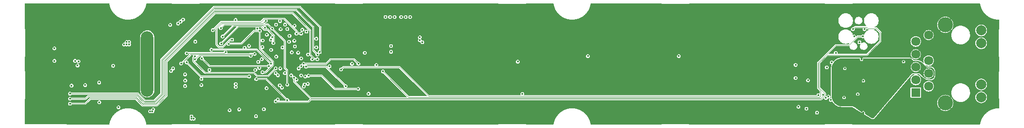
<source format=gbr>
%TF.GenerationSoftware,KiCad,Pcbnew,7.0.2-0*%
%TF.CreationDate,2023-05-18T01:22:18+02:00*%
%TF.ProjectId,panel,70616e65-6c2e-46b6-9963-61645f706362,2.2.0*%
%TF.SameCoordinates,PX2918ffdPY6cadc66*%
%TF.FileFunction,Copper,L4,Inr*%
%TF.FilePolarity,Positive*%
%FSLAX46Y46*%
G04 Gerber Fmt 4.6, Leading zero omitted, Abs format (unit mm)*
G04 Created by KiCad (PCBNEW 7.0.2-0) date 2023-05-18 01:22:18*
%MOMM*%
%LPD*%
G01*
G04 APERTURE LIST*
%TA.AperFunction,ComponentPad*%
%ADD10R,1.800000X1.800000*%
%TD*%
%TA.AperFunction,ComponentPad*%
%ADD11C,1.800000*%
%TD*%
%TA.AperFunction,ComponentPad*%
%ADD12C,2.000000*%
%TD*%
%TA.AperFunction,ComponentPad*%
%ADD13C,3.000000*%
%TD*%
%TA.AperFunction,WasherPad*%
%ADD14O,2.500000X13.000000*%
%TD*%
%TA.AperFunction,ViaPad*%
%ADD15C,0.440000*%
%TD*%
%TA.AperFunction,Conductor*%
%ADD16C,0.091000*%
%TD*%
%TA.AperFunction,Conductor*%
%ADD17C,0.200000*%
%TD*%
G04 APERTURE END LIST*
D10*
%TO.N,Board_0-/TX_P*%
%TO.C,J2*%
X184997430Y14807430D03*
D11*
%TO.N,Board_0-/TX_N*%
X187537430Y16077430D03*
%TO.N,Board_0-/RX_P*%
X184997430Y17347430D03*
%TO.N,Board_0-Net-(U14-VDD1A)*%
X187537430Y18617430D03*
X184997430Y19887430D03*
%TO.N,Board_0-/RX_N*%
X187537430Y21157430D03*
%TO.N,Board_0-GND*%
X184997430Y22427430D03*
%TO.N,Board_0-Net-(J2-V+)*%
X184997430Y24967430D03*
%TO.N,Board_0-GND*%
X187537430Y26237430D03*
D12*
%TO.N,Board_0-Net-(J2-LLED+)*%
X197947430Y13887430D03*
%TO.N,Board_0-Net-(J2-LLED-)*%
X197947430Y16427430D03*
%TO.N,Board_0-Net-(J2-RLED+)*%
X197947430Y24607430D03*
%TO.N,Board_0-Net-(J2-RLED-)*%
X197947430Y27147430D03*
D13*
%TO.N,Board_0-GND*%
X190837430Y12767430D03*
X190837430Y28267430D03*
%TD*%
D14*
%TO.N,*%
%TO.C,K1*%
X32736110Y20516030D03*
%TD*%
D15*
%TO.N,Board_0-+12V*%
X43456110Y16317430D03*
X50277110Y15922430D03*
X50277110Y16522430D03*
X42256110Y24917430D03*
X43456110Y17517430D03*
%TO.N,Board_0-+15*%
X29147430Y24857430D03*
X28147430Y24357430D03*
X87236110Y24806030D03*
X86736110Y25807430D03*
X28647430Y24857430D03*
X29147430Y24357430D03*
X28647430Y24357430D03*
X86736110Y25207430D03*
%TO.N,Board_0-+3.3V*%
X163336110Y11607430D03*
X63907183Y16436126D03*
X61385110Y22810430D03*
X165436110Y10832430D03*
X60836110Y24907430D03*
X60016110Y18691330D03*
X66236110Y23807430D03*
X169136110Y22705990D03*
X50960110Y11482430D03*
X50236110Y29242030D03*
X59047430Y29008030D03*
X163636110Y17257430D03*
X62636110Y22740630D03*
X23206110Y16817430D03*
X120036110Y22061990D03*
X45056110Y19317430D03*
X56383110Y15695230D03*
X27036110Y11905990D03*
X81736110Y29807430D03*
X25997430Y20137430D03*
X61986110Y23968930D03*
X83036110Y29807430D03*
X107047430Y14557430D03*
X106147430Y20957430D03*
X81036110Y24057430D03*
X80836110Y29807430D03*
X138036110Y22061990D03*
X161186110Y20307430D03*
X59534110Y23768330D03*
X55836110Y11506430D03*
X62316110Y17406030D03*
X58301110Y21951730D03*
X79936110Y29807430D03*
X63747430Y16037430D03*
X76586110Y14596530D03*
X81036110Y22905990D03*
X84836110Y29807430D03*
X161736110Y12006430D03*
X54286928Y10144853D03*
X161186110Y17707430D03*
X63236110Y21607430D03*
X83936110Y29807430D03*
X54536110Y27506030D03*
X78136110Y20306030D03*
X55620110Y25157430D03*
X62736110Y19607430D03*
X57276110Y23297430D03*
%TO.N,Board_0-/12V_EN*%
X49056110Y11317430D03*
X56436110Y26306030D03*
%TO.N,Board_0-/5V_EN*%
X38867110Y28522230D03*
X57236110Y25306030D03*
%TO.N,Board_0-/CIS_ADC_1*%
X66898110Y22860730D03*
X17436110Y14606030D03*
%TO.N,Board_0-/CIS_ADC_2*%
X17436110Y13606030D03*
X66439110Y22369630D03*
%TO.N,Board_0-/CIS_ADC_3*%
X17436110Y12606030D03*
X66456110Y21447430D03*
%TO.N,Board_0-/CIS_CP*%
X52036110Y23707430D03*
X37856110Y19607430D03*
%TO.N,Board_0-/CIS_LED_B*%
X37286110Y28256030D03*
X55547430Y23857430D03*
%TO.N,Board_0-/CIS_LED_G*%
X39836110Y29306030D03*
X59169110Y27414130D03*
%TO.N,Board_0-/CIS_LED_R*%
X57475110Y25784730D03*
X39336110Y28906030D03*
%TO.N,Board_0-/CIS_RS*%
X39456110Y20578430D03*
X54003110Y22502130D03*
%TO.N,Board_0-/CIS_SP*%
X52907110Y24086530D03*
X37456110Y19117430D03*
%TO.N,Board_0-/CIS_SP_TTL*%
X17736110Y16206030D03*
X14336110Y21106030D03*
%TO.N,Board_0-/DEBUG_RX*%
X58600110Y13417430D03*
X174836110Y27405990D03*
%TO.N,Board_0-/DEBUG_TX*%
X172536110Y27405990D03*
X58186110Y13069430D03*
%TO.N,Board_0-/ETH_RST*%
X166636110Y14406030D03*
X61856110Y17766030D03*
%TO.N,Board_0-/FMC_Ax*%
X53236110Y22107430D03*
X42217110Y21417430D03*
%TO.N,Board_0-/FMC_D0*%
X57718110Y24668430D03*
X47390110Y24551730D03*
%TO.N,Board_0-/FMC_D1*%
X48247110Y22817430D03*
X40556110Y22617430D03*
%TO.N,Board_0-/FMC_D2*%
X45456110Y23317430D03*
X57274110Y20530530D03*
%TO.N,Board_0-/FMC_D3*%
X56798110Y20070530D03*
X43556110Y21617430D03*
%TO.N,Board_0-/FMC_D6*%
X63226110Y26547430D03*
X45736110Y27206030D03*
%TO.N,Board_0-/FMC_NEx*%
X52936110Y18007430D03*
X40556110Y20817430D03*
%TO.N,Board_0-/FMC_NOE*%
X58177110Y19625230D03*
X42156110Y22017430D03*
%TO.N,Board_0-/LED1*%
X60046630Y28316510D03*
%TO.N,Board_0-/LED2*%
X64275110Y26922030D03*
%TO.N,Board_0-/LED3*%
X62303110Y26507630D03*
%TO.N,Board_0-/MEMS_CS*%
X57486110Y27507430D03*
X47312110Y27630130D03*
X60476110Y16406630D03*
%TO.N,Board_0-/MEMS_FSYNC*%
X58261459Y28296030D03*
X54921501Y19714530D03*
%TO.N,Board_0-/MEMS_INT*%
X49536110Y25306030D03*
X56236110Y29056030D03*
%TO.N,Board_0-/MEMS_MISO*%
X56036110Y27706030D03*
X47674110Y25943530D03*
%TO.N,Board_0-/MEMS_SCLK*%
X55561110Y18857430D03*
X48836110Y24506030D03*
X55056110Y27068430D03*
%TO.N,Board_0-/OLED_RESET*%
X60506110Y13327230D03*
X54336110Y17507430D03*
%TO.N,Board_0-/QSPI_IO0*%
X72029110Y16099230D03*
X64186110Y19956030D03*
%TO.N,Board_0-/QSPI_IO1*%
X63695110Y20530430D03*
X74566110Y20546030D03*
%TO.N,Board_0-/QSPI_IO2*%
X63251110Y20070630D03*
X73296110Y20545030D03*
%TO.N,Board_0-/QSPI_IO3*%
X64686110Y18166030D03*
X74536110Y15556030D03*
%TO.N,Board_0-/QSPI_nCS*%
X61875110Y25108630D03*
X75836110Y22706030D03*
%TO.N,Board_0-/RMII_MDC*%
X71136110Y19406030D03*
X165686110Y14307430D03*
%TO.N,Board_0-/RMII_TXD0*%
X58623110Y18245830D03*
X167686110Y14032430D03*
%TO.N,Board_0-/RMII_TXD1*%
X59097110Y19599330D03*
X168161110Y13357430D03*
%TO.N,Board_0-/RMII_TX_EN*%
X58177110Y18679930D03*
X167186110Y13764330D03*
%TO.N,Board_0-/RST*%
X79436110Y19006030D03*
X174517691Y25964185D03*
%TO.N,Board_0-/SWD-CLK*%
X54147430Y19307430D03*
X172791830Y25963262D03*
X66236110Y25513030D03*
%TO.N,Board_0-/SWD-IO*%
X173836110Y24805990D03*
X55418110Y21449930D03*
%TO.N,Board_0-/SW_1*%
X60476110Y27427230D03*
%TO.N,Board_0-/SW_2*%
X63460110Y27283830D03*
%TO.N,Board_0-/SW_3*%
X60916110Y26067630D03*
%TO.N,Board_0-AVDD*%
X18436110Y21106030D03*
X19136110Y21006030D03*
X33897430Y11487430D03*
X33297430Y11087430D03*
X33747430Y11087430D03*
X18936110Y20206030D03*
X23236110Y12906030D03*
%TO.N,Board_0-GND*%
X55836110Y16507430D03*
X85636110Y27306030D03*
X28997430Y19537430D03*
X11836110Y22706030D03*
X51236110Y27306030D03*
X16436110Y31507430D03*
X15736110Y18806030D03*
X78036110Y15856030D03*
X50636110Y27143430D03*
X182586110Y20957430D03*
X56036110Y29907430D03*
X52136110Y27307430D03*
X51936110Y17307430D03*
X69497430Y22706030D03*
X58656110Y24652830D03*
X20936110Y23106030D03*
X38497430Y10587430D03*
X59526110Y22777430D03*
X65247430Y14357430D03*
X18236110Y18006030D03*
X116136110Y17557430D03*
X166286110Y17082430D03*
X104347430Y21157430D03*
X170776110Y13847430D03*
X199747430Y28957430D03*
X63206110Y22776030D03*
X190036110Y20457430D03*
X39347430Y14137430D03*
X69209110Y20986130D03*
X37736110Y16117430D03*
X64149110Y19169930D03*
X63847430Y14357430D03*
X44647430Y13137430D03*
X65986110Y21906030D03*
X19036110Y17306030D03*
X18636110Y31807430D03*
X163736110Y22157430D03*
X26336110Y24706030D03*
X29236110Y16906030D03*
X84486110Y27207430D03*
X83786110Y27207430D03*
X28647430Y22006030D03*
X165486110Y28557430D03*
X25136110Y22006030D03*
X55036110Y29907430D03*
X18836110Y19106030D03*
X60486110Y22807430D03*
X76886110Y24257430D03*
X36197430Y9737430D03*
X29736110Y21506030D03*
X55447430Y10257430D03*
X62086110Y30757430D03*
X40847430Y14438830D03*
X45777110Y12122430D03*
X87756110Y22417430D03*
X38697430Y14087430D03*
X78436110Y17906030D03*
X71076110Y16266030D03*
X166911110Y16457430D03*
X170936110Y19606030D03*
X20936110Y21906030D03*
X64596110Y21454630D03*
X61286110Y29957430D03*
X174236110Y21405990D03*
X65321110Y18763930D03*
X134297430Y17557430D03*
X53236110Y27307430D03*
X22752110Y25491530D03*
X85836110Y22257430D03*
X38430699Y11270699D03*
X38497430Y9587430D03*
X62786110Y17777430D03*
X83086110Y27207430D03*
X24097430Y19706030D03*
X174631110Y10807430D03*
X21236110Y27206030D03*
X68797430Y22087430D03*
X44247430Y12637430D03*
X48686110Y12557430D03*
X24097430Y20137430D03*
X22636110Y27206030D03*
X106647430Y12457430D03*
X165645681Y23831177D03*
X68909221Y23475639D03*
X72036110Y22906030D03*
X84536110Y22407430D03*
X51336110Y30007430D03*
X16236110Y18006030D03*
X81136110Y27207430D03*
X60936110Y29156030D03*
X26337430Y24227430D03*
X60436110Y23841430D03*
X58176110Y23277430D03*
X52836110Y21607430D03*
X67718023Y21224077D03*
X82886110Y22957430D03*
X58176110Y20537430D03*
X18966310Y29319730D03*
X26116110Y26406030D03*
X48236110Y29242030D03*
X21336110Y11606430D03*
X166936110Y28006030D03*
X199747430Y18257430D03*
X68736110Y15007430D03*
X28547430Y18387430D03*
X14336110Y22407430D03*
X38136110Y18417430D03*
X167586110Y17082430D03*
X44147430Y10487430D03*
X59469110Y20716130D03*
X11836110Y22106030D03*
X35547430Y10437430D03*
X60986110Y19573430D03*
X61396110Y16377430D03*
X61022110Y15093030D03*
X59106110Y18687430D03*
X25136110Y11005990D03*
X81836110Y27207430D03*
X42548110Y25725730D03*
X17436110Y22706030D03*
X167714110Y21879630D03*
X168336110Y11107430D03*
X166936110Y17757430D03*
X17036110Y29607430D03*
X54877110Y12722430D03*
X38497430Y10087430D03*
X53936110Y21907430D03*
X165636110Y22257430D03*
X14736110Y21906030D03*
X68236110Y14307430D03*
X81836110Y22957430D03*
X173481110Y14507430D03*
X53236110Y25707430D03*
X57086110Y12957430D03*
X16336110Y22706030D03*
X160906110Y15552530D03*
X37736110Y17217430D03*
X38197430Y14087430D03*
X61636110Y14207430D03*
X53236110Y24607430D03*
X52036110Y20807430D03*
X24097430Y19287430D03*
X62334110Y24657430D03*
X14136110Y21806030D03*
X20936110Y24206030D03*
X170936110Y22705990D03*
X174631110Y17157430D03*
X27397430Y17912430D03*
%TO.N,Board_0-Net-(J2-LLED+)*%
X167374110Y19807230D03*
%TO.N,Board_0-Net-(J2-RLED+)*%
X168336110Y20807430D03*
%TO.N,Board_0-Net-(K1-IREF)*%
X40236110Y18417430D03*
%TO.N,Board_0-Net-(K1-VLOGIC)*%
X40256110Y17217430D03*
%TO.N,Board_0-Net-(K1-VP)*%
X40236110Y16117430D03*
%TO.N,Board_0-Net-(K2-Pin_5)*%
X14336110Y23606030D03*
X20436110Y16306030D03*
%TO.N,Board_0-Net-(U14-VDD1A)*%
X176456110Y10017430D03*
X168836110Y19107430D03*
X168936110Y14807430D03*
X170036110Y12607430D03*
X169835110Y21107430D03*
X175831110Y20207430D03*
X175831110Y13907430D03*
%TO.N,Board_0-Net-(U2-PDR_ON)*%
X61267110Y18237430D03*
%TO.N,Board_0-Net-(U2-VDDA)*%
X64596110Y22366730D03*
%TO.N,Board_0-Net-(U2-VDDSMPS)*%
X64547430Y16549990D03*
X64036110Y18007430D03*
%TO.N,Board_0-Net-(U2-VFBSMPS)*%
X61915110Y28093130D03*
X63236110Y18212730D03*
X58986110Y16257430D03*
X59436110Y15807430D03*
X54736110Y20907430D03*
%TO.N,Board_0-VERF+*%
X41497430Y10087430D03*
X41497430Y9637430D03*
X68847430Y20037430D03*
X41947430Y9637430D03*
X65426110Y21426030D03*
%TD*%
D16*
%TO.N,Board_0-/CIS_ADC_1*%
X67036110Y27807430D02*
X67036110Y22998730D01*
X17436110Y14606030D02*
X30936070Y14606030D01*
X32336070Y13206030D02*
X34115110Y13206030D01*
X34115110Y13206030D02*
X35536110Y14627430D01*
X35536110Y21397430D02*
X45946110Y31807430D01*
X30936070Y14606030D02*
X32336070Y13206030D01*
X67036110Y22998730D02*
X66898110Y22860730D01*
X45946110Y31807430D02*
X63036110Y31807430D01*
X35536110Y14627430D02*
X35536110Y21397430D01*
X63036110Y31807430D02*
X67036110Y27807430D01*
%TO.N,Board_0-/CIS_ADC_2*%
X62286110Y31207430D02*
X65636110Y27857430D01*
X36036110Y21197430D02*
X46046110Y31207430D01*
X32136070Y12706030D02*
X34345110Y12706030D01*
X17436110Y13606030D02*
X20525310Y13606030D01*
X65636110Y27857430D02*
X65636110Y23172630D01*
X36036110Y14397430D02*
X36036110Y21197430D01*
X34345110Y12706030D02*
X36036110Y14397430D01*
X30736070Y14106030D02*
X32136070Y12706030D01*
X46046110Y31207430D02*
X62286110Y31207430D01*
X65636110Y23172630D02*
X66439110Y22369630D01*
X21025310Y14106030D02*
X30736070Y14106030D01*
X20525310Y13606030D02*
X21025310Y14106030D01*
%TO.N,Board_0-/CIS_ADC_3*%
X34545110Y12206030D02*
X36536110Y14197430D01*
X61536110Y30607430D02*
X65036110Y27107430D01*
X20436110Y12606030D02*
X21436110Y13606030D01*
X46146110Y30607430D02*
X61536110Y30607430D01*
X36536110Y14197430D02*
X36536110Y20997430D01*
X30486070Y13606030D02*
X31886070Y12206030D01*
X17436110Y12606030D02*
X20436110Y12606030D01*
X65036110Y22336030D02*
X65925110Y21447430D01*
X65925110Y21447430D02*
X66456110Y21447430D01*
X36536110Y20997430D02*
X46146110Y30607430D01*
X21436110Y13606030D02*
X30486070Y13606030D01*
X65036110Y27107430D02*
X65036110Y22336030D01*
X31886070Y12206030D02*
X34545110Y12206030D01*
%TO.N,Board_0-/CIS_RS*%
X53968910Y22467930D02*
X54003110Y22502130D01*
X39517110Y20578430D02*
X41356110Y22417430D01*
X53036286Y22417430D02*
X53086786Y22467930D01*
X53086786Y22467930D02*
X53968910Y22467930D01*
X41356110Y22417430D02*
X53036286Y22417430D01*
X39456110Y20578430D02*
X39517110Y20578430D01*
%TO.N,Board_0-/DEBUG_TX*%
X166992610Y14642250D02*
X165818110Y15816750D01*
X166258238Y13523990D02*
X166992610Y14258362D01*
X177197430Y27537430D02*
X175497430Y27537430D01*
X167444401Y22287430D02*
X175247430Y22287430D01*
X64580730Y12970730D02*
X65133990Y13523990D01*
X172917550Y27787430D02*
X172536110Y27405990D01*
X166992610Y14258362D02*
X166992610Y14642250D01*
X177997430Y26737430D02*
X177197430Y27537430D01*
X58284810Y12970730D02*
X64580730Y12970730D01*
X58186110Y13069430D02*
X58284810Y12970730D01*
X175497430Y27537430D02*
X175247430Y27787430D01*
X175247430Y27787430D02*
X172917550Y27787430D01*
X65133990Y13523990D02*
X166258238Y13523990D01*
X177997430Y25037430D02*
X177997430Y26737430D01*
X165818110Y15816750D02*
X165818110Y20661139D01*
X175247430Y22287430D02*
X177997430Y25037430D01*
X165818110Y20661139D02*
X167444401Y22287430D01*
%TO.N,Board_0-/ETH_RST*%
X166093456Y13705990D02*
X166636110Y14248644D01*
X61856110Y16986030D02*
X65136150Y13705990D01*
X166636110Y14248644D02*
X166636110Y14406030D01*
X65136150Y13705990D02*
X166093456Y13705990D01*
X61856110Y17766030D02*
X61856110Y16986030D01*
%TO.N,Board_0-/FMC_Ax*%
X42217110Y21417430D02*
X43035110Y22235930D01*
X53108110Y22235930D02*
X53236110Y22107430D01*
X43035110Y22235930D02*
X53108110Y22235930D01*
%TO.N,Board_0-/FMC_D0*%
X57718110Y24668430D02*
X57836110Y24786430D01*
X55910586Y27321730D02*
X55289786Y27942530D01*
X50781110Y27942530D02*
X47390110Y24551730D01*
X57836110Y24786430D02*
X57836110Y26105990D01*
X55289786Y27942530D02*
X50781110Y27942530D01*
X57836110Y26105990D02*
X56620370Y27321730D01*
X56620370Y27321730D02*
X55910586Y27321730D01*
%TO.N,Board_0-/FMC_D1*%
X48047110Y22617430D02*
X40556110Y22617430D01*
X48247110Y22817430D02*
X48047110Y22617430D01*
%TO.N,Board_0-/FMC_D2*%
X54487110Y23317430D02*
X57274110Y20530530D01*
X45456110Y23317430D02*
X54487110Y23317430D01*
%TO.N,Board_0-/FMC_D3*%
X45103110Y20070530D02*
X56798110Y20070530D01*
X43556110Y21617430D02*
X45103110Y20070530D01*
%TO.N,Board_0-/FMC_D6*%
X61300110Y28042530D02*
X61300110Y28026630D01*
X55236110Y28806030D02*
X55886110Y29456030D01*
X47336110Y28806030D02*
X55236110Y28806030D01*
X59886110Y29456030D02*
X61300110Y28042530D01*
X61300110Y28026630D02*
X62779110Y26547430D01*
X45736110Y27206030D02*
X47336110Y28806030D01*
X55886110Y29456030D02*
X59886110Y29456030D01*
X62779110Y26547430D02*
X63226110Y26547430D01*
%TO.N,Board_0-/FMC_NEx*%
X43367110Y18006030D02*
X40556110Y20817430D01*
X52936110Y18007430D02*
X52935110Y18006030D01*
X52935110Y18006030D02*
X43367110Y18006030D01*
%TO.N,Board_0-/FMC_NOE*%
X42156110Y22017430D02*
X41856110Y21717430D01*
X53936110Y18706030D02*
X54536110Y18106030D01*
X44267110Y18706030D02*
X53936110Y18706030D01*
X56658110Y18106030D02*
X58177110Y19625230D01*
X54536110Y18106030D02*
X56658110Y18106030D01*
X41856110Y21117430D02*
X44267110Y18706030D01*
X41856110Y21717430D02*
X41856110Y21117430D01*
%TO.N,Board_0-/MEMS_CS*%
X60476110Y19197230D02*
X59976110Y19697430D01*
X60476110Y16406630D02*
X60476110Y19197230D01*
X47312110Y27630130D02*
X47988110Y28306530D01*
X59976110Y25017430D02*
X57486110Y27507430D01*
X56687110Y28306530D02*
X57486110Y27507430D01*
X47988110Y28306530D02*
X56687110Y28306530D01*
X59976110Y19697430D02*
X59976110Y25017430D01*
%TO.N,Board_0-/MEMS_INT*%
X46436110Y24405990D02*
X46436110Y27506530D01*
X47036110Y23805990D02*
X46436110Y24405990D01*
X49536110Y25306030D02*
X49126286Y25306030D01*
X46436110Y27506530D02*
X47418110Y28488530D01*
X47418110Y28488530D02*
X55668110Y28488530D01*
X49126286Y25306030D02*
X47626246Y23805990D01*
X55668110Y28488530D02*
X56236110Y29056030D01*
X47626246Y23805990D02*
X47036110Y23805990D01*
%TO.N,Board_0-/MEMS_MISO*%
X47674110Y25943530D02*
X49854110Y28124530D01*
X55618110Y28124530D02*
X56036110Y27706030D01*
X49854110Y28124530D02*
X55618110Y28124530D01*
%TO.N,Board_0-/MEMS_SCLK*%
X55056110Y23567030D02*
X57636110Y20987230D01*
X57636110Y20987230D02*
X57636110Y20318630D01*
X56175110Y18857430D02*
X55561110Y18857430D01*
X48836110Y24506030D02*
X51336110Y24506030D01*
X53898110Y27068430D02*
X55056110Y27068430D01*
X51336110Y24506030D02*
X53898110Y27068430D01*
X55056110Y27068430D02*
X55056110Y23567030D01*
X57636110Y20318630D02*
X56175110Y18857430D01*
%TO.N,Board_0-/OLED_RESET*%
X54336110Y17507430D02*
X56326110Y17507430D01*
X56326110Y17507430D02*
X60506110Y13327230D01*
%TO.N,Board_0-/QSPI_IO0*%
X68186110Y19956030D02*
X64186110Y19956030D01*
X72029110Y16112830D02*
X68186110Y19956030D01*
X72029110Y16099230D02*
X72029110Y16112830D01*
%TO.N,Board_0-/QSPI_IO1*%
X68136110Y20530430D02*
X69028110Y21422630D01*
X63695110Y20530430D02*
X68136110Y20530430D01*
X73689110Y21422630D02*
X74566110Y20546030D01*
X69028110Y21422630D02*
X73689110Y21422630D01*
%TO.N,Board_0-/QSPI_IO3*%
X67326110Y18166030D02*
X64686110Y18166030D01*
X74536110Y15556030D02*
X69936110Y15556030D01*
X69936110Y15556030D02*
X67326110Y18166030D01*
%TO.N,Board_0-/RMII_MDC*%
X82751110Y19856030D02*
X88501150Y14105990D01*
X165484670Y14105990D02*
X165686110Y14307430D01*
X88501150Y14105990D02*
X165484670Y14105990D01*
X71136110Y19406030D02*
X71586110Y19856030D01*
X71586110Y19856030D02*
X82751110Y19856030D01*
%TO.N,Board_0-/RST*%
X165836110Y13905990D02*
X84536150Y13905990D01*
X173472645Y25964185D02*
X171714450Y24205990D01*
X166136110Y15241364D02*
X166136110Y14205990D01*
X165636110Y20736525D02*
X165636110Y15741363D01*
X84536150Y13905990D02*
X79436110Y19006030D01*
X165636110Y15741363D02*
X166136110Y15241364D01*
X166136110Y14205990D02*
X165836110Y13905990D01*
X174517691Y25964185D02*
X173472645Y25964185D01*
X169105575Y24205990D02*
X165636110Y20736525D01*
X171714450Y24205990D02*
X169105575Y24205990D01*
D17*
%TO.N,Board_0-Net-(U14-VDD1A)*%
X186267430Y18617430D02*
X184997430Y19887430D01*
X172436110Y20207430D02*
X175831110Y20207430D01*
X178156110Y19887430D02*
X184997430Y19887430D01*
X175831110Y20207430D02*
X177836110Y20207430D01*
X168936110Y13707430D02*
X170036110Y12607430D01*
X187537430Y18617430D02*
X186267430Y18617430D01*
X175831110Y13907430D02*
X175766110Y13907430D01*
X169835110Y20806030D02*
X168836110Y19807430D01*
X168936110Y14807430D02*
X168936110Y13707430D01*
X175766110Y13907430D02*
X174466110Y12607430D01*
X177836110Y20207430D02*
X178156110Y19887430D01*
X171536110Y21107430D02*
X172436110Y20207430D01*
X168836110Y19807430D02*
X168836110Y19107430D01*
X168836110Y19107430D02*
X168836110Y14907430D01*
X168836110Y14907430D02*
X168936110Y14807430D01*
X176456110Y10617430D02*
X174466110Y12607430D01*
X169835110Y21107430D02*
X171536110Y21107430D01*
X170036110Y12607430D02*
X174466110Y12607430D01*
X176456110Y10017430D02*
X176456110Y10617430D01*
X169835110Y21107430D02*
X169835110Y20806030D01*
%TD*%
%TA.AperFunction,Conductor*%
%TO.N,Board_0-GND*%
G36*
X170813459Y14014746D02*
G01*
X170855040Y13999612D01*
X170855046Y13999610D01*
X170868429Y13991884D01*
X170902331Y13963436D01*
X170902333Y13963435D01*
X170912267Y13951597D01*
X170934397Y13913268D01*
X170939683Y13898744D01*
X170947368Y13855158D01*
X170947368Y13839704D01*
X170939683Y13796117D01*
X170934397Y13781594D01*
X170912269Y13743268D01*
X170902335Y13731429D01*
X170868428Y13702977D01*
X170855044Y13695250D01*
X170813460Y13680114D01*
X170798240Y13677430D01*
X170753980Y13677430D01*
X170738760Y13680114D01*
X170714456Y13688960D01*
X170697173Y13695251D01*
X170683790Y13702978D01*
X170649883Y13731429D01*
X170639949Y13743268D01*
X170634671Y13752409D01*
X170617820Y13781595D01*
X170612535Y13796117D01*
X170611976Y13799286D01*
X170604850Y13839706D01*
X170604850Y13855157D01*
X170612536Y13898748D01*
X170617821Y13913266D01*
X170636012Y13944775D01*
X170639951Y13951598D01*
X170649881Y13963433D01*
X170683789Y13991886D01*
X170697171Y13999612D01*
X170724049Y14009393D01*
X170738761Y14014747D01*
X170753979Y14017430D01*
X170798239Y14017430D01*
X170813459Y14014746D01*
G37*
%TD.AperFunction*%
%TA.AperFunction,Conductor*%
G36*
X173518456Y14674748D02*
G01*
X173560047Y14659611D01*
X173573431Y14651883D01*
X173603323Y14626800D01*
X173607335Y14623434D01*
X173617269Y14611595D01*
X173639397Y14573268D01*
X173644683Y14558745D01*
X173652368Y14515158D01*
X173652368Y14499704D01*
X173644683Y14456117D01*
X173639397Y14441594D01*
X173617269Y14403268D01*
X173607335Y14391429D01*
X173573428Y14362977D01*
X173560044Y14355250D01*
X173518460Y14340114D01*
X173503240Y14337430D01*
X173458980Y14337430D01*
X173443760Y14340114D01*
X173426242Y14346490D01*
X173402173Y14355251D01*
X173388790Y14362978D01*
X173354883Y14391429D01*
X173344949Y14403268D01*
X173342477Y14407549D01*
X173322820Y14441595D01*
X173317535Y14456117D01*
X173315868Y14465570D01*
X173309850Y14499707D01*
X173309850Y14515158D01*
X173317537Y14558751D01*
X173322820Y14573268D01*
X173344950Y14611599D01*
X173354879Y14623431D01*
X173388789Y14651886D01*
X173402171Y14659612D01*
X173426073Y14668310D01*
X173443761Y14674747D01*
X173458979Y14677430D01*
X173503238Y14677430D01*
X173518456Y14674748D01*
G37*
%TD.AperFunction*%
%TA.AperFunction,Conductor*%
G36*
X174668456Y17324748D02*
G01*
X174710047Y17309611D01*
X174723431Y17301883D01*
X174756412Y17274208D01*
X174757335Y17273434D01*
X174767269Y17261595D01*
X174789397Y17223268D01*
X174794683Y17208746D01*
X174802369Y17165159D01*
X174802369Y17149703D01*
X174794683Y17106116D01*
X174789397Y17091594D01*
X174767269Y17053268D01*
X174757335Y17041429D01*
X174723428Y17012977D01*
X174710044Y17005250D01*
X174668460Y16990114D01*
X174653240Y16987430D01*
X174608980Y16987430D01*
X174593760Y16990114D01*
X174575003Y16996941D01*
X174552173Y17005251D01*
X174538790Y17012978D01*
X174504883Y17041429D01*
X174494949Y17053268D01*
X174490045Y17061761D01*
X174472820Y17091595D01*
X174467535Y17106115D01*
X174459850Y17149707D01*
X174459850Y17165158D01*
X174467537Y17208751D01*
X174472820Y17223268D01*
X174494950Y17261599D01*
X174504879Y17273431D01*
X174538789Y17301886D01*
X174552171Y17309612D01*
X174570077Y17316128D01*
X174593761Y17324747D01*
X174608979Y17327430D01*
X174653238Y17327430D01*
X174668456Y17324748D01*
G37*
%TD.AperFunction*%
%TA.AperFunction,Conductor*%
G36*
X170973456Y19773348D02*
G01*
X171015047Y19758211D01*
X171028430Y19750484D01*
X171062337Y19722031D01*
X171072267Y19710197D01*
X171080746Y19695512D01*
X171094397Y19671868D01*
X171099683Y19657345D01*
X171107368Y19613758D01*
X171107368Y19598304D01*
X171099683Y19554717D01*
X171094397Y19540194D01*
X171072269Y19501868D01*
X171062335Y19490029D01*
X171028428Y19461577D01*
X171015044Y19453850D01*
X170973460Y19438714D01*
X170958240Y19436030D01*
X170913980Y19436030D01*
X170898760Y19438714D01*
X170884548Y19443887D01*
X170857173Y19453851D01*
X170843790Y19461578D01*
X170809883Y19490029D01*
X170799949Y19501868D01*
X170797213Y19506606D01*
X170777820Y19540195D01*
X170772535Y19554717D01*
X170770433Y19566637D01*
X170764850Y19598307D01*
X170764850Y19613758D01*
X170772537Y19657351D01*
X170777820Y19671868D01*
X170799950Y19710199D01*
X170809879Y19722031D01*
X170843789Y19750486D01*
X170857171Y19758212D01*
X170881741Y19767153D01*
X170898761Y19773347D01*
X170913979Y19776030D01*
X170958238Y19776030D01*
X170973456Y19773348D01*
G37*
%TD.AperFunction*%
%TA.AperFunction,Conductor*%
G36*
X54418959Y23108397D02*
G01*
X56896347Y20631099D01*
X56909381Y20599633D01*
X56908833Y20592671D01*
X56898991Y20530530D01*
X56905795Y20487570D01*
X56897844Y20454452D01*
X56868804Y20436657D01*
X56854882Y20436657D01*
X56798110Y20445649D01*
X56682193Y20427289D01*
X56577619Y20374006D01*
X56494632Y20291020D01*
X56494534Y20290826D01*
X56493883Y20290271D01*
X56489649Y20286036D01*
X56489315Y20286370D01*
X56468634Y20268707D01*
X56454885Y20266530D01*
X45202723Y20266530D01*
X45171258Y20279563D01*
X45162622Y20288198D01*
X44543350Y20907430D01*
X54360991Y20907430D01*
X54379351Y20791514D01*
X54379351Y20791513D01*
X54379352Y20791512D01*
X54432633Y20686941D01*
X54515621Y20603953D01*
X54620192Y20550672D01*
X54678151Y20541492D01*
X54736109Y20532312D01*
X54736109Y20532313D01*
X54736110Y20532312D01*
X54852028Y20550672D01*
X54956599Y20603953D01*
X55039587Y20686941D01*
X55092868Y20791512D01*
X55111228Y20907430D01*
X55111098Y20908248D01*
X55100538Y20974922D01*
X55092868Y21023348D01*
X55039587Y21127919D01*
X54956599Y21210907D01*
X54852028Y21264188D01*
X54852027Y21264189D01*
X54852026Y21264189D01*
X54736110Y21282549D01*
X54620193Y21264189D01*
X54515619Y21210906D01*
X54432634Y21127921D01*
X54379351Y21023347D01*
X54360991Y20907430D01*
X44543350Y20907430D01*
X44000815Y21449930D01*
X55042991Y21449930D01*
X55061351Y21334014D01*
X55061351Y21334013D01*
X55061352Y21334012D01*
X55114633Y21229441D01*
X55197621Y21146453D01*
X55302192Y21093172D01*
X55356584Y21084557D01*
X55418109Y21074812D01*
X55418109Y21074813D01*
X55418110Y21074812D01*
X55534028Y21093172D01*
X55638599Y21146453D01*
X55721587Y21229441D01*
X55774868Y21334012D01*
X55793228Y21449930D01*
X55774868Y21565848D01*
X55721587Y21670419D01*
X55638599Y21753407D01*
X55534028Y21806688D01*
X55534027Y21806689D01*
X55534026Y21806689D01*
X55418109Y21825049D01*
X55302193Y21806689D01*
X55197619Y21753406D01*
X55114634Y21670421D01*
X55061351Y21565847D01*
X55042991Y21449930D01*
X44000815Y21449930D01*
X43933872Y21516869D01*
X43920838Y21548334D01*
X43921386Y21555297D01*
X43922064Y21559572D01*
X43931228Y21617430D01*
X43930440Y21622402D01*
X43919081Y21694119D01*
X43912868Y21733348D01*
X43859587Y21837919D01*
X43776599Y21920907D01*
X43708155Y21955781D01*
X43686037Y21981679D01*
X43688709Y22015633D01*
X43714608Y22037752D01*
X43728359Y22039930D01*
X52833676Y22039930D01*
X52865142Y22026896D01*
X52877628Y22002392D01*
X52879351Y21991514D01*
X52879351Y21991513D01*
X52879352Y21991512D01*
X52932633Y21886941D01*
X53015621Y21803953D01*
X53120192Y21750672D01*
X53236110Y21732312D01*
X53352028Y21750672D01*
X53456599Y21803953D01*
X53539587Y21886941D01*
X53592868Y21991512D01*
X53611228Y22107430D01*
X53608323Y22125770D01*
X53593325Y22220469D01*
X53601276Y22253586D01*
X53630316Y22271382D01*
X53637277Y22271930D01*
X53690912Y22271930D01*
X53722378Y22258896D01*
X53782621Y22198653D01*
X53887192Y22145372D01*
X54003110Y22127012D01*
X54119028Y22145372D01*
X54223599Y22198653D01*
X54306587Y22281641D01*
X54359868Y22386212D01*
X54378228Y22502130D01*
X54375375Y22520140D01*
X54363726Y22593690D01*
X54359868Y22618048D01*
X54306587Y22722619D01*
X54223599Y22805607D01*
X54119028Y22858888D01*
X54119027Y22858889D01*
X54119026Y22858889D01*
X54003110Y22877249D01*
X53887193Y22858889D01*
X53782619Y22805606D01*
X53699634Y22722621D01*
X53699632Y22722619D01*
X53699633Y22722619D01*
X53686618Y22697074D01*
X53682110Y22688227D01*
X53656211Y22666108D01*
X53642460Y22663930D01*
X53127650Y22663930D01*
X53112953Y22666427D01*
X53109295Y22667707D01*
X53078258Y22664210D01*
X53073276Y22663930D01*
X53064699Y22663930D01*
X53056330Y22662021D01*
X53051418Y22661187D01*
X53020385Y22657690D01*
X53017101Y22655626D01*
X53003339Y22649926D01*
X52999559Y22649063D01*
X52975137Y22629588D01*
X52971071Y22626704D01*
X52960806Y22620253D01*
X52937128Y22613430D01*
X48631606Y22613430D01*
X48600140Y22626464D01*
X48587106Y22657930D01*
X48591956Y22678133D01*
X48600302Y22694514D01*
X48603868Y22701512D01*
X48622228Y22817430D01*
X48603868Y22933348D01*
X48550587Y23037919D01*
X48543042Y23045464D01*
X48530008Y23076930D01*
X48543042Y23108396D01*
X48574508Y23121430D01*
X54387493Y23121430D01*
X54418959Y23108397D01*
G37*
%TD.AperFunction*%
%TA.AperFunction,Conductor*%
G36*
X182623456Y21124748D02*
G01*
X182665047Y21109611D01*
X182678431Y21101883D01*
X182712335Y21073434D01*
X182722269Y21061595D01*
X182744397Y21023268D01*
X182749683Y21008745D01*
X182757368Y20965158D01*
X182757368Y20949704D01*
X182749683Y20906117D01*
X182744397Y20891594D01*
X182722269Y20853268D01*
X182712335Y20841429D01*
X182678428Y20812977D01*
X182665044Y20805250D01*
X182623460Y20790114D01*
X182608240Y20787430D01*
X182563980Y20787430D01*
X182548760Y20790114D01*
X182534548Y20795287D01*
X182507173Y20805251D01*
X182493790Y20812978D01*
X182459883Y20841429D01*
X182449949Y20853268D01*
X182446350Y20859501D01*
X182427820Y20891595D01*
X182422535Y20906117D01*
X182422355Y20907136D01*
X182414849Y20949707D01*
X182414850Y20965158D01*
X182422537Y21008751D01*
X182427820Y21023268D01*
X182449950Y21061599D01*
X182459879Y21073431D01*
X182493789Y21101886D01*
X182507171Y21109612D01*
X182535695Y21119992D01*
X182548761Y21124747D01*
X182563979Y21127430D01*
X182608238Y21127430D01*
X182623456Y21124748D01*
G37*
%TD.AperFunction*%
%TA.AperFunction,Conductor*%
G36*
X177129278Y27328396D02*
G01*
X177788396Y26669278D01*
X177801430Y26637812D01*
X177801430Y25137049D01*
X177788396Y25105583D01*
X175179278Y22496464D01*
X175147812Y22483430D01*
X169511149Y22483430D01*
X169479683Y22496464D01*
X169466649Y22527930D01*
X169471499Y22548133D01*
X169477238Y22559396D01*
X169492868Y22590072D01*
X169511228Y22705990D01*
X169505741Y22740630D01*
X169496344Y22799964D01*
X169492868Y22821908D01*
X169439587Y22926479D01*
X169356599Y23009467D01*
X169252028Y23062748D01*
X169252027Y23062749D01*
X169252026Y23062749D01*
X169136110Y23081109D01*
X169020193Y23062749D01*
X168915619Y23009466D01*
X168832634Y22926481D01*
X168779351Y22821907D01*
X168760991Y22705991D01*
X168779351Y22590074D01*
X168800721Y22548133D01*
X168803393Y22514179D01*
X168781274Y22488280D01*
X168761071Y22483430D01*
X167767633Y22483430D01*
X167736167Y22496464D01*
X167723133Y22527930D01*
X167736167Y22559396D01*
X169173727Y23996956D01*
X169205193Y24009990D01*
X171673586Y24009990D01*
X171688282Y24007494D01*
X171691941Y24006213D01*
X171720099Y24009386D01*
X171722978Y24009710D01*
X171727960Y24009990D01*
X171736533Y24009990D01*
X171736536Y24009990D01*
X171744913Y24011903D01*
X171749814Y24012735D01*
X171780850Y24016231D01*
X171784130Y24018293D01*
X171797902Y24023997D01*
X171801678Y24024858D01*
X171819370Y24038969D01*
X171852096Y24048398D01*
X171881906Y24031925D01*
X171891541Y24001591D01*
X171890503Y23983770D01*
X171920777Y23812077D01*
X171989829Y23651995D01*
X171989830Y23651993D01*
X171989831Y23651992D01*
X172003500Y23633631D01*
X172093943Y23512145D01*
X172227493Y23400083D01*
X172227494Y23400083D01*
X172227496Y23400081D01*
X172383295Y23321836D01*
X172552939Y23281630D01*
X172552941Y23281630D01*
X172682245Y23281630D01*
X172683546Y23281630D01*
X172813274Y23296793D01*
X172977103Y23356422D01*
X173122764Y23452225D01*
X173242406Y23579037D01*
X173329577Y23730023D01*
X173379579Y23897042D01*
X173389717Y24071090D01*
X173359442Y24242784D01*
X173344286Y24277919D01*
X173290390Y24402866D01*
X173289183Y24404487D01*
X173213902Y24505608D01*
X173186276Y24542716D01*
X173052726Y24654778D01*
X173036245Y24663055D01*
X172896925Y24733024D01*
X172727281Y24773230D01*
X172666307Y24773230D01*
X172634841Y24786264D01*
X172626670Y24805990D01*
X173460991Y24805990D01*
X173479351Y24690074D01*
X173479351Y24690073D01*
X173479352Y24690072D01*
X173532633Y24585501D01*
X173615621Y24502513D01*
X173720192Y24449232D01*
X173757714Y24443289D01*
X173836109Y24430872D01*
X173836109Y24430873D01*
X173836110Y24430872D01*
X173952028Y24449232D01*
X173963297Y24454975D01*
X173997251Y24457648D01*
X174023150Y24435529D01*
X174025824Y24401575D01*
X174022039Y24393075D01*
X173982644Y24324840D01*
X173982643Y24324838D01*
X173982643Y24324837D01*
X173932641Y24157818D01*
X173924324Y24015024D01*
X173922503Y23983769D01*
X173952777Y23812077D01*
X174021829Y23651995D01*
X174021830Y23651993D01*
X174021831Y23651992D01*
X174035500Y23633631D01*
X174125943Y23512145D01*
X174259493Y23400083D01*
X174259494Y23400083D01*
X174259496Y23400081D01*
X174415295Y23321836D01*
X174584939Y23281630D01*
X174584941Y23281630D01*
X174714245Y23281630D01*
X174715546Y23281630D01*
X174845274Y23296793D01*
X175009103Y23356422D01*
X175154764Y23452225D01*
X175274406Y23579037D01*
X175361577Y23730023D01*
X175411579Y23897042D01*
X175421717Y24071090D01*
X175391442Y24242784D01*
X175376286Y24277919D01*
X175322390Y24402866D01*
X175321183Y24404487D01*
X175245902Y24505608D01*
X175218276Y24542716D01*
X175084726Y24654778D01*
X175068245Y24663055D01*
X174928925Y24733024D01*
X174759281Y24773230D01*
X174628674Y24773230D01*
X174627383Y24773080D01*
X174627381Y24773079D01*
X174498945Y24758067D01*
X174335116Y24698438D01*
X174261970Y24650329D01*
X174228518Y24643927D01*
X174200338Y24663055D01*
X174193565Y24694469D01*
X174211228Y24805991D01*
X174196664Y24897944D01*
X174192868Y24921908D01*
X174139587Y25026479D01*
X174056599Y25109467D01*
X173952028Y25162748D01*
X173952027Y25162749D01*
X173952026Y25162749D01*
X173836109Y25181109D01*
X173720193Y25162749D01*
X173615619Y25109466D01*
X173532634Y25026481D01*
X173479351Y24921907D01*
X173460991Y24805990D01*
X172626670Y24805990D01*
X172621807Y24817730D01*
X172634841Y24849196D01*
X173056496Y25270850D01*
X173540796Y25755151D01*
X173572263Y25768185D01*
X174174466Y25768185D01*
X174205932Y25755151D01*
X174214115Y25743889D01*
X174214213Y25743696D01*
X174256525Y25701385D01*
X174297202Y25660708D01*
X174401773Y25607427D01*
X174517691Y25589067D01*
X174633609Y25607427D01*
X174725959Y25654482D01*
X174759910Y25657153D01*
X174785809Y25635034D01*
X174790052Y25622156D01*
X174797383Y25578225D01*
X174874759Y25352836D01*
X174988182Y25143248D01*
X175125026Y24967431D01*
X175134550Y24955195D01*
X175309876Y24793797D01*
X175412851Y24726520D01*
X175502962Y24667647D01*
X175509376Y24663457D01*
X175727608Y24567731D01*
X175727609Y24567731D01*
X175727611Y24567730D01*
X175958617Y24509231D01*
X176135720Y24494556D01*
X176135721Y24494556D01*
X176136638Y24494480D01*
X176137558Y24494480D01*
X176254662Y24494480D01*
X176255582Y24494480D01*
X176271353Y24495787D01*
X176433602Y24509231D01*
X176664608Y24567730D01*
X176664607Y24567730D01*
X176664612Y24567731D01*
X176882844Y24663457D01*
X177082344Y24793797D01*
X177257670Y24955195D01*
X177365325Y25093511D01*
X177404037Y25143248D01*
X177404039Y25143251D01*
X177517459Y25352833D01*
X177594836Y25578224D01*
X177634060Y25813278D01*
X177634060Y26051582D01*
X177594836Y26286636D01*
X177539243Y26448573D01*
X177517460Y26512025D01*
X177404037Y26721613D01*
X177257671Y26909664D01*
X177193979Y26968296D01*
X177082344Y27071063D01*
X176992875Y27129516D01*
X176882845Y27201403D01*
X176767256Y27252105D01*
X176757969Y27256179D01*
X176734390Y27280754D01*
X176735094Y27314806D01*
X176759670Y27338386D01*
X176775846Y27341430D01*
X177097812Y27341430D01*
X177129278Y27328396D01*
G37*
%TD.AperFunction*%
%TA.AperFunction,Conductor*%
G36*
X49487063Y28097496D02*
G01*
X49500097Y28066030D01*
X49487070Y28034572D01*
X49136384Y27683724D01*
X47774596Y26321313D01*
X47743133Y26308272D01*
X47736162Y26308820D01*
X47728569Y26310023D01*
X47674109Y26318649D01*
X47558193Y26300289D01*
X47453619Y26247006D01*
X47370634Y26164021D01*
X47317351Y26059447D01*
X47298991Y25943530D01*
X47317351Y25827614D01*
X47317351Y25827613D01*
X47317352Y25827612D01*
X47370633Y25723041D01*
X47453621Y25640053D01*
X47558192Y25586772D01*
X47612161Y25578224D01*
X47674109Y25568412D01*
X47674109Y25568413D01*
X47674110Y25568412D01*
X47790028Y25586772D01*
X47894599Y25640053D01*
X47977587Y25723041D01*
X48030868Y25827612D01*
X48049228Y25943530D01*
X48039369Y26005774D01*
X48047319Y26038891D01*
X48051844Y26044190D01*
X49894695Y27887884D01*
X49922287Y27915489D01*
X49953750Y27928530D01*
X50382479Y27928530D01*
X50413945Y27915496D01*
X50426979Y27884030D01*
X50413945Y27852565D01*
X49569143Y27007812D01*
X47490695Y24929488D01*
X47459229Y24916455D01*
X47452268Y24917003D01*
X47390109Y24926849D01*
X47274193Y24908489D01*
X47169619Y24855206D01*
X47086634Y24772221D01*
X47033351Y24667647D01*
X47014991Y24551730D01*
X47033351Y24435814D01*
X47033351Y24435813D01*
X47033352Y24435812D01*
X47086633Y24331241D01*
X47169621Y24248253D01*
X47274192Y24194972D01*
X47390110Y24176612D01*
X47506028Y24194972D01*
X47610599Y24248253D01*
X47693587Y24331241D01*
X47746868Y24435812D01*
X47765228Y24551730D01*
X47755386Y24613867D01*
X47763336Y24646984D01*
X47767867Y24652289D01*
X50849259Y27733498D01*
X50880724Y27746530D01*
X54170212Y27746530D01*
X54201678Y27733496D01*
X54214712Y27702030D01*
X54209862Y27681829D01*
X54198205Y27658949D01*
X54179351Y27621947D01*
X54160991Y27506031D01*
X54179351Y27390112D01*
X54210422Y27329132D01*
X54213094Y27295179D01*
X54190974Y27269280D01*
X54170772Y27264430D01*
X53938966Y27264430D01*
X53924272Y27266926D01*
X53920604Y27268210D01*
X53889572Y27264710D01*
X53884586Y27264430D01*
X53876021Y27264430D01*
X53867653Y27262521D01*
X53862743Y27261686D01*
X53831692Y27258184D01*
X53828421Y27256128D01*
X53814652Y27250423D01*
X53810880Y27249562D01*
X53786453Y27230083D01*
X53782393Y27227201D01*
X53775123Y27222631D01*
X53769066Y27216574D01*
X53765348Y27213252D01*
X53740930Y27193778D01*
X53739243Y27190275D01*
X53730621Y27178124D01*
X51267949Y24715066D01*
X51236483Y24702030D01*
X49179335Y24702030D01*
X49147869Y24715064D01*
X49139686Y24726326D01*
X49139587Y24726520D01*
X49056600Y24809506D01*
X49056600Y24809507D01*
X49056599Y24809507D01*
X49012032Y24832215D01*
X48989914Y24858113D01*
X48992586Y24892067D01*
X49000766Y24903326D01*
X49176342Y25078901D01*
X49207807Y25091934D01*
X49239273Y25078900D01*
X49278658Y25039516D01*
X49315621Y25002553D01*
X49420192Y24949272D01*
X49536110Y24930912D01*
X49652028Y24949272D01*
X49756599Y25002553D01*
X49839587Y25085541D01*
X49892868Y25190112D01*
X49911228Y25306030D01*
X49909421Y25317436D01*
X49898588Y25385836D01*
X49892868Y25421948D01*
X49839587Y25526519D01*
X49756599Y25609507D01*
X49652028Y25662788D01*
X49652027Y25662789D01*
X49652026Y25662789D01*
X49536109Y25681149D01*
X49420193Y25662789D01*
X49315619Y25609506D01*
X49232632Y25526520D01*
X49232534Y25526326D01*
X49231883Y25525771D01*
X49227649Y25521536D01*
X49227315Y25521870D01*
X49206634Y25504207D01*
X49192885Y25502030D01*
X49167150Y25502030D01*
X49152453Y25504527D01*
X49148795Y25505807D01*
X49117758Y25502310D01*
X49112776Y25502030D01*
X49104199Y25502030D01*
X49095830Y25500121D01*
X49090918Y25499287D01*
X49059885Y25495790D01*
X49056601Y25493726D01*
X49042839Y25488026D01*
X49039059Y25487163D01*
X49014637Y25467688D01*
X49010571Y25464804D01*
X49003313Y25460243D01*
X48997244Y25454175D01*
X48993528Y25450855D01*
X48969106Y25431378D01*
X48967423Y25427883D01*
X48958798Y25415730D01*
X47558094Y24015024D01*
X47526628Y24001990D01*
X47135728Y24001990D01*
X47104262Y24015024D01*
X46645144Y24474142D01*
X46632110Y24505608D01*
X46632110Y27406913D01*
X46645143Y27438378D01*
X46861551Y27654786D01*
X46893015Y27667819D01*
X46924481Y27654785D01*
X46936967Y27630281D01*
X46955351Y27514214D01*
X46955351Y27514213D01*
X46955352Y27514212D01*
X47008633Y27409641D01*
X47091621Y27326653D01*
X47196192Y27273372D01*
X47228985Y27268178D01*
X47312109Y27255012D01*
X47312109Y27255013D01*
X47312110Y27255012D01*
X47428028Y27273372D01*
X47532599Y27326653D01*
X47615587Y27409641D01*
X47668868Y27514212D01*
X47687228Y27630130D01*
X47677364Y27692399D01*
X47685315Y27725517D01*
X47689837Y27730815D01*
X47994384Y28035541D01*
X48056294Y28097487D01*
X48087757Y28110530D01*
X49455597Y28110530D01*
X49487063Y28097496D01*
G37*
%TD.AperFunction*%
%TA.AperFunction,Conductor*%
G36*
X25225851Y32476466D02*
G01*
X25236418Y32452062D01*
X25238221Y32452379D01*
X25238771Y32449254D01*
X25238772Y32449250D01*
X25240283Y32440679D01*
X25240486Y32439528D01*
X25240815Y32437340D01*
X25242041Y32427559D01*
X25243004Y32424044D01*
X25244088Y32418920D01*
X25248307Y32390923D01*
X25249359Y32387428D01*
X25250571Y32382332D01*
X25262822Y32312851D01*
X25263426Y32307651D01*
X25263632Y32304019D01*
X25269245Y32276246D01*
X25269978Y32271067D01*
X25270276Y32267431D01*
X25272473Y32257803D01*
X25272911Y32255635D01*
X25274624Y32245924D01*
X25275755Y32242481D01*
X25277095Y32237412D01*
X25282708Y32209646D01*
X25283933Y32206207D01*
X25285398Y32201175D01*
X25301098Y32132387D01*
X25301961Y32127225D01*
X25302350Y32123590D01*
X25309338Y32096149D01*
X25310327Y32091019D01*
X25310806Y32087402D01*
X25310807Y32087397D01*
X25313477Y32077907D01*
X25314024Y32075757D01*
X25316218Y32066143D01*
X25317530Y32062732D01*
X25319116Y32057751D01*
X25324115Y32038125D01*
X25326112Y32030282D01*
X25327500Y32026926D01*
X25329213Y32021976D01*
X25344531Y31967533D01*
X25348318Y31954071D01*
X25348320Y31954066D01*
X25349439Y31948952D01*
X25350007Y31945349D01*
X25358353Y31918293D01*
X25359600Y31913204D01*
X25360258Y31909613D01*
X25363405Y31900246D01*
X25364057Y31898131D01*
X25366723Y31888657D01*
X25368198Y31885328D01*
X25370035Y31880419D01*
X25378385Y31853349D01*
X25379946Y31850050D01*
X25381899Y31845201D01*
X25395144Y31805785D01*
X25404370Y31778326D01*
X25405743Y31773271D01*
X25406489Y31769707D01*
X25416179Y31743079D01*
X25417674Y31738072D01*
X25418511Y31734520D01*
X25418513Y31734512D01*
X25422121Y31725318D01*
X25422878Y31723238D01*
X25426016Y31713899D01*
X25427650Y31710658D01*
X25429730Y31705847D01*
X25432902Y31697132D01*
X25439418Y31679228D01*
X25441138Y31676017D01*
X25443334Y31671266D01*
X25469116Y31605576D01*
X25470738Y31600602D01*
X25471662Y31597075D01*
X25482662Y31570978D01*
X25484407Y31566047D01*
X25485420Y31562539D01*
X25489474Y31553555D01*
X25490335Y31551514D01*
X25493943Y31542321D01*
X25495738Y31539163D01*
X25498053Y31534465D01*
X25509058Y31508360D01*
X25510938Y31505236D01*
X25513372Y31500592D01*
X25542386Y31436288D01*
X25544254Y31431400D01*
X25545354Y31427918D01*
X25557640Y31402407D01*
X25559631Y31397562D01*
X25560816Y31394113D01*
X25565320Y31385327D01*
X25566281Y31383332D01*
X25570337Y31374344D01*
X25572288Y31371278D01*
X25574836Y31366699D01*
X25587128Y31341176D01*
X25589159Y31338154D01*
X25591820Y31333638D01*
X25624004Y31270861D01*
X25626114Y31266071D01*
X25627384Y31262654D01*
X25640932Y31237775D01*
X25643161Y31233037D01*
X25644516Y31229652D01*
X25649453Y31221101D01*
X25650505Y31219169D01*
X25655009Y31210384D01*
X25655012Y31210380D01*
X25657118Y31207408D01*
X25659891Y31202961D01*
X25673432Y31178094D01*
X25675608Y31175181D01*
X25678493Y31170802D01*
X25713767Y31109705D01*
X25716115Y31105021D01*
X25717553Y31101673D01*
X25717749Y31101353D01*
X25732323Y31077504D01*
X25734784Y31072886D01*
X25736309Y31069567D01*
X25740624Y31062887D01*
X25741648Y31061301D01*
X25741655Y31061291D01*
X25742813Y31059396D01*
X25747749Y31050847D01*
X25750005Y31047977D01*
X25752985Y31043692D01*
X25767002Y31020755D01*
X25767763Y31019509D01*
X25770085Y31016704D01*
X25773183Y31012476D01*
X25811452Y30953224D01*
X25814032Y30948660D01*
X25815633Y30945392D01*
X25831595Y30921977D01*
X25834284Y30917486D01*
X25835965Y30914261D01*
X25841729Y30906244D01*
X25842977Y30904413D01*
X25848327Y30896130D01*
X25850716Y30893385D01*
X25853916Y30889238D01*
X25869862Y30865848D01*
X25869865Y30865845D01*
X25869867Y30865842D01*
X25872343Y30863136D01*
X25875637Y30859080D01*
X25916820Y30801797D01*
X25919619Y30797379D01*
X25919724Y30797189D01*
X25921394Y30794172D01*
X25938491Y30771602D01*
X25941402Y30767248D01*
X25943242Y30764111D01*
X25949390Y30756402D01*
X25950727Y30754637D01*
X25956491Y30746619D01*
X25959017Y30743994D01*
X25959019Y30743992D01*
X25962420Y30740012D01*
X25977939Y30719525D01*
X25979529Y30717427D01*
X25982113Y30714872D01*
X25985615Y30710976D01*
X26029599Y30655823D01*
X26032620Y30651540D01*
X26034536Y30648451D01*
X26052739Y30626758D01*
X26055865Y30622552D01*
X26057871Y30619492D01*
X26064413Y30612079D01*
X26065823Y30610399D01*
X26071975Y30602685D01*
X26074634Y30600184D01*
X26078225Y30596382D01*
X26093098Y30578656D01*
X26096422Y30574695D01*
X26099136Y30572267D01*
X26102827Y30568551D01*
X26149519Y30515642D01*
X26149525Y30515636D01*
X26152755Y30511510D01*
X26154834Y30508505D01*
X26174088Y30487756D01*
X26177423Y30483708D01*
X26179565Y30480771D01*
X26183828Y30476400D01*
X26186444Y30473717D01*
X26187946Y30472097D01*
X26194482Y30464692D01*
X26197267Y30462323D01*
X26201046Y30458704D01*
X26220322Y30437931D01*
X26223146Y30435648D01*
X26227018Y30432119D01*
X26276277Y30381616D01*
X26279711Y30377653D01*
X26281924Y30374772D01*
X26302201Y30354994D01*
X26305728Y30351123D01*
X26308019Y30348290D01*
X26308022Y30348288D01*
X26308023Y30348286D01*
X26315270Y30341562D01*
X26316831Y30340039D01*
X26323726Y30332970D01*
X26326611Y30330754D01*
X26330569Y30327324D01*
X26350846Y30307546D01*
X26350849Y30307544D01*
X26353797Y30305394D01*
X26357826Y30302075D01*
X26409560Y30254073D01*
X26413177Y30250297D01*
X26415538Y30247522D01*
X26428970Y30235668D01*
X26436768Y30228787D01*
X26440485Y30225096D01*
X26442923Y30222371D01*
X26442924Y30222370D01*
X26450476Y30216033D01*
X26452137Y30214567D01*
X26458555Y30208613D01*
X26459372Y30207855D01*
X26462059Y30205997D01*
X26462359Y30205789D01*
X26466491Y30202555D01*
X26487726Y30183815D01*
X26490764Y30181824D01*
X26494977Y30178693D01*
X26549018Y30133347D01*
X26552828Y30129747D01*
X26555318Y30127100D01*
X26555319Y30127099D01*
X26559789Y30123534D01*
X26577477Y30109427D01*
X26581363Y30105935D01*
X26583934Y30103335D01*
X26588509Y30099870D01*
X26591783Y30097390D01*
X26593515Y30096009D01*
X26601087Y30089656D01*
X26604181Y30087736D01*
X26608457Y30084721D01*
X26630592Y30067068D01*
X26633741Y30065221D01*
X26638086Y30062317D01*
X26667561Y30039991D01*
X26694331Y30019714D01*
X26698316Y30016308D01*
X26700938Y30013785D01*
X26723944Y29997244D01*
X26728004Y29993945D01*
X26728010Y29993940D01*
X26730697Y29991480D01*
X26738875Y29985904D01*
X26740674Y29984611D01*
X26748516Y29978671D01*
X26751695Y29976913D01*
X26756114Y29974114D01*
X26779109Y29957581D01*
X26782339Y29955897D01*
X26786832Y29953208D01*
X26841278Y29916087D01*
X26845148Y29913449D01*
X26849288Y29910254D01*
X26852046Y29907853D01*
X26875840Y29892486D01*
X26880055Y29889398D01*
X26882859Y29887077D01*
X26889037Y29883302D01*
X26891270Y29881938D01*
X26893115Y29880746D01*
X26901288Y29875173D01*
X26904552Y29873574D01*
X26909123Y29870991D01*
X26932924Y29855619D01*
X26936222Y29854104D01*
X26940855Y29851636D01*
X27001040Y29814857D01*
X27005343Y29811866D01*
X27007649Y29810053D01*
X27008211Y29809611D01*
X27032749Y29795444D01*
X27037102Y29792577D01*
X27040037Y29790385D01*
X27048698Y29785669D01*
X27048700Y29785668D01*
X27050626Y29784556D01*
X27059033Y29779418D01*
X27060753Y29778679D01*
X27062384Y29777978D01*
X27067067Y29775631D01*
X27091592Y29761471D01*
X27094974Y29760117D01*
X27099713Y29757887D01*
X27130694Y29741016D01*
X27161680Y29724143D01*
X27166119Y29721374D01*
X27169091Y29719268D01*
X27193077Y29706971D01*
X27194302Y29706343D01*
X27198810Y29703686D01*
X27201835Y29701653D01*
X27210719Y29697375D01*
X27210734Y29697368D01*
X27212710Y29696354D01*
X27221355Y29691645D01*
X27221359Y29691644D01*
X27221360Y29691643D01*
X27224767Y29690377D01*
X27229562Y29688267D01*
X27254766Y29675344D01*
X27258218Y29674159D01*
X27263050Y29672174D01*
X27326634Y29641553D01*
X27331202Y29639011D01*
X27334279Y29637053D01*
X27354608Y29627881D01*
X27360092Y29625406D01*
X27364734Y29622973D01*
X27366467Y29621931D01*
X27367857Y29621094D01*
X27375937Y29617688D01*
X27376929Y29617270D01*
X27378938Y29616364D01*
X27387854Y29612070D01*
X27389734Y29611476D01*
X27391323Y29610974D01*
X27396220Y29609104D01*
X27422038Y29597454D01*
X27422040Y29597454D01*
X27422041Y29597453D01*
X27425536Y29596444D01*
X27430484Y29594695D01*
X27495478Y29567297D01*
X27500175Y29564982D01*
X27503339Y29563184D01*
X27529717Y29552831D01*
X27534464Y29550636D01*
X27537686Y29548910D01*
X27537688Y29548909D01*
X27546997Y29545521D01*
X27549031Y29544723D01*
X27558110Y29540896D01*
X27560138Y29540365D01*
X27561619Y29539977D01*
X27566596Y29538356D01*
X27592961Y29528007D01*
X27596519Y29527170D01*
X27601525Y29525675D01*
X27657141Y29505433D01*
X27667834Y29501541D01*
X27672648Y29499460D01*
X27675896Y29497823D01*
X27675898Y29497822D01*
X27702748Y29488801D01*
X27707612Y29486840D01*
X27710909Y29485279D01*
X27720348Y29482368D01*
X27722453Y29481661D01*
X27729976Y29478923D01*
X27731702Y29478295D01*
X27735266Y29477550D01*
X27740313Y29476180D01*
X27767163Y29467157D01*
X27770759Y29466498D01*
X27775830Y29465255D01*
X27843264Y29444456D01*
X27848167Y29442620D01*
X27851493Y29441146D01*
X27878759Y29433475D01*
X27883711Y29431760D01*
X27885358Y29431079D01*
X27887077Y29430368D01*
X27896655Y29427930D01*
X27898769Y29427335D01*
X27908201Y29424425D01*
X27911808Y29423857D01*
X27916900Y29422744D01*
X27944174Y29415069D01*
X27947786Y29414592D01*
X27952918Y29413603D01*
X28021307Y29396189D01*
X28026304Y29394597D01*
X28029691Y29393294D01*
X28029692Y29393294D01*
X28029697Y29393292D01*
X28057319Y29386988D01*
X28062342Y29385525D01*
X28065773Y29384302D01*
X28075439Y29382349D01*
X28077588Y29381858D01*
X28087153Y29379421D01*
X28087156Y29379421D01*
X28087159Y29379420D01*
X28090789Y29379033D01*
X28095953Y29378170D01*
X28123562Y29371868D01*
X28127196Y29371572D01*
X28132369Y29370841D01*
X28196143Y29357948D01*
X28201530Y29356859D01*
X28206600Y29355518D01*
X28208193Y29354995D01*
X28210056Y29354383D01*
X28237958Y29349463D01*
X28243053Y29348252D01*
X28246537Y29347202D01*
X28256303Y29345731D01*
X28258476Y29345347D01*
X28260858Y29344866D01*
X28268145Y29343392D01*
X28271772Y29343187D01*
X28276982Y29342583D01*
X28304872Y29337664D01*
X28308521Y29337549D01*
X28313720Y29337077D01*
X28383506Y29326559D01*
X28388624Y29325475D01*
X28392138Y29324511D01*
X28420246Y29320990D01*
X28425380Y29320036D01*
X28428926Y29319158D01*
X28438758Y29318175D01*
X28440922Y29317904D01*
X28450696Y29316430D01*
X28454343Y29316406D01*
X28459567Y29316061D01*
X28487661Y29312540D01*
X28487661Y29312541D01*
X28487670Y29312539D01*
X28491319Y29312606D01*
X28496537Y29312393D01*
X28566765Y29305366D01*
X28571921Y29304540D01*
X28575487Y29303751D01*
X28603730Y29301635D01*
X28608921Y29300936D01*
X28612488Y29300240D01*
X28622340Y29299749D01*
X28624520Y29299586D01*
X28634365Y29298600D01*
X28638007Y29298757D01*
X28643246Y29298675D01*
X28671497Y29296557D01*
X28671498Y29296558D01*
X28671499Y29296557D01*
X28672423Y29296621D01*
X28675121Y29296805D01*
X28680354Y29296853D01*
X28750831Y29293336D01*
X28756030Y29292768D01*
X28759633Y29292157D01*
X28787950Y29291452D01*
X28793172Y29291012D01*
X28796765Y29290495D01*
X28796767Y29290495D01*
X28806622Y29290495D01*
X28808838Y29290440D01*
X28809290Y29290418D01*
X28818697Y29289948D01*
X28822324Y29290287D01*
X28827558Y29290464D01*
X28855883Y29289758D01*
X28859032Y29290132D01*
X28859498Y29290186D01*
X28864730Y29290495D01*
X28935269Y29290495D01*
X28940501Y29290186D01*
X28941028Y29290124D01*
X28944116Y29289758D01*
X28972439Y29290464D01*
X28977675Y29290286D01*
X28981302Y29289948D01*
X28990746Y29290420D01*
X28991161Y29290440D01*
X28993377Y29290495D01*
X29003235Y29290495D01*
X29006828Y29291012D01*
X29012050Y29291452D01*
X29040366Y29292157D01*
X29043968Y29292768D01*
X29049168Y29293336D01*
X29119643Y29296853D01*
X29124860Y29296806D01*
X29128502Y29296557D01*
X29156751Y29298675D01*
X29161990Y29298757D01*
X29165634Y29298600D01*
X29175480Y29299586D01*
X29177653Y29299749D01*
X29187511Y29300240D01*
X29191079Y29300937D01*
X29196260Y29301635D01*
X29224512Y29303751D01*
X29228070Y29304539D01*
X29233238Y29305366D01*
X29303460Y29312393D01*
X29308678Y29312606D01*
X29312329Y29312539D01*
X29312337Y29312540D01*
X29340432Y29316061D01*
X29345655Y29316406D01*
X29349303Y29316430D01*
X29359065Y29317903D01*
X29361248Y29318176D01*
X29371073Y29319158D01*
X29374619Y29320036D01*
X29379753Y29320989D01*
X29407862Y29324511D01*
X29411372Y29325474D01*
X29416490Y29326558D01*
X29486275Y29337077D01*
X29491478Y29337549D01*
X29495127Y29337664D01*
X29523017Y29342583D01*
X29528225Y29343187D01*
X29531854Y29343392D01*
X29541547Y29345353D01*
X29543683Y29345729D01*
X29553462Y29347202D01*
X29556952Y29348254D01*
X29562035Y29349463D01*
X29589943Y29354383D01*
X29593404Y29355521D01*
X29598458Y29356858D01*
X29667631Y29370841D01*
X29672800Y29371572D01*
X29676437Y29371868D01*
X29704063Y29378174D01*
X29709210Y29379033D01*
X29712841Y29379420D01*
X29722432Y29381863D01*
X29724567Y29382350D01*
X29734226Y29384302D01*
X29736640Y29385162D01*
X29737665Y29385527D01*
X29742681Y29386989D01*
X29770302Y29393292D01*
X29773702Y29394601D01*
X29778680Y29396186D01*
X29847079Y29413603D01*
X29852212Y29414592D01*
X29855826Y29415069D01*
X29858709Y29415880D01*
X29861991Y29416804D01*
X29883093Y29422742D01*
X29888197Y29423858D01*
X29891798Y29424425D01*
X29901245Y29427340D01*
X29903318Y29427923D01*
X29912922Y29430368D01*
X29916292Y29431763D01*
X29921237Y29433475D01*
X29948507Y29441146D01*
X29951840Y29442624D01*
X29956731Y29444455D01*
X30024173Y29465258D01*
X30029250Y29466501D01*
X30032835Y29467157D01*
X30059673Y29476176D01*
X30064735Y29477549D01*
X30066561Y29477932D01*
X30068297Y29478294D01*
X30077616Y29481687D01*
X30079635Y29482365D01*
X30089092Y29485281D01*
X30092398Y29486847D01*
X30097232Y29488795D01*
X30124101Y29497821D01*
X30127363Y29499467D01*
X30132150Y29501536D01*
X30198476Y29525676D01*
X30203466Y29527166D01*
X30207037Y29528006D01*
X30233406Y29538357D01*
X30238365Y29539973D01*
X30241889Y29540895D01*
X30250987Y29544731D01*
X30253016Y29545527D01*
X30262311Y29548909D01*
X30265536Y29550638D01*
X30270278Y29552830D01*
X30296660Y29563184D01*
X30299822Y29564981D01*
X30304514Y29567293D01*
X30369516Y29594695D01*
X30374463Y29596445D01*
X30377961Y29597454D01*
X30403785Y29609108D01*
X30408674Y29610974D01*
X30412145Y29612070D01*
X30421068Y29616369D01*
X30423034Y29617255D01*
X30432142Y29621093D01*
X30435271Y29622977D01*
X30439881Y29625395D01*
X30465720Y29637053D01*
X30468793Y29639010D01*
X30473362Y29641552D01*
X30536943Y29672170D01*
X30541783Y29674159D01*
X30545233Y29675344D01*
X30570447Y29688272D01*
X30575222Y29690373D01*
X30578640Y29691643D01*
X30587316Y29696369D01*
X30589256Y29697364D01*
X30598164Y29701652D01*
X30601198Y29703692D01*
X30605695Y29706343D01*
X30630908Y29719268D01*
X30633873Y29721371D01*
X30638322Y29724145D01*
X30700294Y29757893D01*
X30705027Y29760119D01*
X30708407Y29761471D01*
X30732934Y29775634D01*
X30737613Y29777978D01*
X30740966Y29779418D01*
X30749406Y29784577D01*
X30751267Y29785652D01*
X30759962Y29790385D01*
X30762877Y29792564D01*
X30767259Y29795451D01*
X30791788Y29809611D01*
X30794659Y29811871D01*
X30798932Y29814842D01*
X30859162Y29851648D01*
X30863766Y29854100D01*
X30867074Y29855619D01*
X30890889Y29871000D01*
X30895424Y29873563D01*
X30898711Y29875173D01*
X30906882Y29880745D01*
X30908702Y29881920D01*
X30917140Y29887076D01*
X30919951Y29889404D01*
X30924170Y29892495D01*
X30947953Y29907853D01*
X30950702Y29910246D01*
X30954850Y29913449D01*
X30956804Y29914781D01*
X31013172Y29953213D01*
X31017657Y29955897D01*
X31020890Y29957581D01*
X31043878Y29974110D01*
X31048294Y29976907D01*
X31051484Y29978671D01*
X31059353Y29984633D01*
X31061104Y29985892D01*
X31069301Y29991479D01*
X31071989Y29993941D01*
X31076065Y29997252D01*
X31099061Y30013785D01*
X31101687Y30016313D01*
X31105668Y30019714D01*
X31161905Y30062312D01*
X31166248Y30065216D01*
X31169407Y30067068D01*
X31191551Y30084730D01*
X31195827Y30087745D01*
X31198913Y30089658D01*
X31206481Y30096010D01*
X31208149Y30097341D01*
X31216065Y30103335D01*
X31218645Y30105946D01*
X31222527Y30109434D01*
X31244679Y30127099D01*
X31247174Y30129753D01*
X31250968Y30133339D01*
X31305027Y30178699D01*
X31309210Y30181808D01*
X31312273Y30183815D01*
X31333510Y30202559D01*
X31337624Y30205778D01*
X31340626Y30207854D01*
X31347878Y30214585D01*
X31349485Y30216004D01*
X31357076Y30222371D01*
X31359512Y30225094D01*
X31363219Y30228778D01*
X31384461Y30247522D01*
X31386826Y30250303D01*
X31390437Y30254074D01*
X31442166Y30302071D01*
X31446200Y30305394D01*
X31449150Y30307544D01*
X31469420Y30327317D01*
X31473379Y30330748D01*
X31476273Y30332970D01*
X31483165Y30340039D01*
X31484725Y30341560D01*
X31491976Y30348286D01*
X31494272Y30351127D01*
X31497799Y30354996D01*
X31518071Y30374768D01*
X31518075Y30374772D01*
X31520288Y30377655D01*
X31523719Y30381616D01*
X31572981Y30432122D01*
X31576860Y30435654D01*
X31579677Y30437931D01*
X31598946Y30458699D01*
X31602737Y30462328D01*
X31605511Y30464687D01*
X31609237Y30468911D01*
X31612049Y30472095D01*
X31613559Y30473723D01*
X31614959Y30475158D01*
X31620434Y30480771D01*
X31622578Y30483712D01*
X31625910Y30487756D01*
X31645166Y30508506D01*
X31647244Y30511512D01*
X31650467Y30515630D01*
X31697177Y30568558D01*
X31700852Y30572258D01*
X31703577Y30574695D01*
X31721788Y30596401D01*
X31725360Y30600181D01*
X31728024Y30602685D01*
X31734186Y30610414D01*
X31735564Y30612056D01*
X31742127Y30619491D01*
X31743439Y30621494D01*
X31744135Y30622554D01*
X31747259Y30626759D01*
X31765462Y30648450D01*
X31767381Y30651546D01*
X31770389Y30655811D01*
X31814385Y30710980D01*
X31817885Y30714872D01*
X31820471Y30717428D01*
X31837584Y30740021D01*
X31840974Y30743987D01*
X31843508Y30746619D01*
X31849290Y30754665D01*
X31850577Y30756364D01*
X31856754Y30764107D01*
X31857984Y30766204D01*
X31858596Y30767247D01*
X31861510Y30771606D01*
X31878606Y30794174D01*
X31880381Y30797383D01*
X31883170Y30801788D01*
X31924366Y30859088D01*
X31927660Y30863142D01*
X31930132Y30865842D01*
X31946088Y30889249D01*
X31949288Y30893394D01*
X31951671Y30896129D01*
X31957037Y30904440D01*
X31958247Y30906214D01*
X31964030Y30914256D01*
X31965715Y30917490D01*
X31968393Y30921966D01*
X31984366Y30945393D01*
X31985970Y30948670D01*
X31988535Y30953208D01*
X32026823Y31012490D01*
X32029912Y31016704D01*
X32032239Y31019514D01*
X32047014Y31043695D01*
X32049988Y31047973D01*
X32052250Y31050847D01*
X32057201Y31059426D01*
X32058317Y31061252D01*
X32063688Y31069565D01*
X32065214Y31072886D01*
X32067670Y31077497D01*
X32082443Y31101669D01*
X32083881Y31105020D01*
X32086222Y31109691D01*
X32121506Y31170805D01*
X32124387Y31175177D01*
X32126566Y31178093D01*
X32140118Y31202981D01*
X32142883Y31207413D01*
X32144989Y31210383D01*
X32149501Y31219186D01*
X32150541Y31221094D01*
X32155482Y31229651D01*
X32156841Y31233048D01*
X32159055Y31237756D01*
X32172612Y31262649D01*
X32173879Y31266060D01*
X32175993Y31270860D01*
X32199567Y31316843D01*
X32208179Y31333644D01*
X32210831Y31338142D01*
X32212868Y31341172D01*
X32225163Y31366703D01*
X32227711Y31371281D01*
X32229662Y31374345D01*
X32233736Y31383377D01*
X32234676Y31385327D01*
X32239181Y31394112D01*
X32240362Y31397553D01*
X32242358Y31402410D01*
X32254643Y31427916D01*
X32255745Y31431407D01*
X32257604Y31436273D01*
X32286627Y31500597D01*
X32289060Y31505236D01*
X32290939Y31508357D01*
X32301947Y31534473D01*
X32304269Y31539179D01*
X32306055Y31542321D01*
X32306056Y31542322D01*
X32309663Y31551514D01*
X32310512Y31553530D01*
X32314578Y31562539D01*
X32315590Y31566049D01*
X32317335Y31570978D01*
X32328337Y31597076D01*
X32329260Y31600602D01*
X32330881Y31605576D01*
X32356667Y31671277D01*
X32358852Y31676005D01*
X32360583Y31679234D01*
X32370268Y31705849D01*
X32372344Y31710652D01*
X32373982Y31713898D01*
X32377121Y31723244D01*
X32377866Y31725291D01*
X32381487Y31734515D01*
X32382321Y31738060D01*
X32383821Y31743085D01*
X32393510Y31769706D01*
X32394254Y31773264D01*
X32395628Y31778326D01*
X32418097Y31845204D01*
X32420053Y31850056D01*
X32421613Y31853349D01*
X32429967Y31880436D01*
X32431800Y31885328D01*
X32433274Y31888653D01*
X32435957Y31898192D01*
X32436594Y31900253D01*
X32439739Y31909612D01*
X32440397Y31913204D01*
X32441643Y31918287D01*
X32449990Y31945345D01*
X32449991Y31945349D01*
X32449992Y31945351D01*
X32450560Y31948956D01*
X32451674Y31954056D01*
X32470786Y32021985D01*
X32472493Y32026916D01*
X32473888Y32030286D01*
X32480878Y32057740D01*
X32482470Y32062735D01*
X32483777Y32066134D01*
X32483779Y32066138D01*
X32485985Y32075809D01*
X32486521Y32077907D01*
X32489193Y32087402D01*
X32489671Y32091024D01*
X32490658Y32096144D01*
X32497648Y32123587D01*
X32498037Y32127225D01*
X32498896Y32132374D01*
X32514601Y32201182D01*
X32516061Y32206198D01*
X32517291Y32209647D01*
X32522899Y32237401D01*
X32524239Y32242471D01*
X32525374Y32245922D01*
X32527089Y32255652D01*
X32527518Y32257776D01*
X32529722Y32267427D01*
X32530019Y32271067D01*
X32530752Y32276246D01*
X32536366Y32304017D01*
X32536572Y32307651D01*
X32537174Y32312852D01*
X32549426Y32382332D01*
X32550641Y32387435D01*
X32551692Y32390925D01*
X32555912Y32418938D01*
X32556995Y32424052D01*
X32557957Y32427559D01*
X32559182Y32437340D01*
X32559508Y32439510D01*
X32561227Y32449250D01*
X32561227Y32449252D01*
X32561781Y32452390D01*
X32563684Y32452055D01*
X32575170Y32477456D01*
X32605615Y32489500D01*
X37552607Y32489500D01*
X37584073Y32476466D01*
X37598589Y32461950D01*
X37711627Y32404354D01*
X37758519Y32396927D01*
X37805411Y32389500D01*
X37805412Y32389500D01*
X37868451Y32389500D01*
X37962236Y32404354D01*
X38025144Y32436408D01*
X38059098Y32439081D01*
X38065548Y32436410D01*
X38128460Y32404354D01*
X38175352Y32396928D01*
X38222244Y32389500D01*
X38222245Y32389500D01*
X38285284Y32389500D01*
X38379069Y32404354D01*
X38441977Y32436408D01*
X38475931Y32439081D01*
X38482381Y32436410D01*
X38545293Y32404354D01*
X38592185Y32396928D01*
X38639077Y32389500D01*
X38639078Y32389500D01*
X38702117Y32389500D01*
X38733377Y32394452D01*
X38795901Y32404354D01*
X38858811Y32436410D01*
X38892765Y32439081D01*
X38899215Y32436410D01*
X38962127Y32404354D01*
X39009019Y32396928D01*
X39055911Y32389500D01*
X39055912Y32389500D01*
X39118951Y32389500D01*
X39212736Y32404354D01*
X39275644Y32436408D01*
X39309598Y32439081D01*
X39316048Y32436410D01*
X39378960Y32404354D01*
X39425852Y32396928D01*
X39472744Y32389500D01*
X39472745Y32389500D01*
X39535784Y32389500D01*
X39629569Y32404354D01*
X39692477Y32436408D01*
X39726431Y32439081D01*
X39732881Y32436410D01*
X39795793Y32404354D01*
X39842685Y32396928D01*
X39889577Y32389500D01*
X39889578Y32389500D01*
X39952617Y32389500D01*
X39983877Y32394452D01*
X40046401Y32404354D01*
X40109311Y32436410D01*
X40143265Y32439081D01*
X40149715Y32436410D01*
X40212627Y32404354D01*
X40259519Y32396927D01*
X40306411Y32389500D01*
X40306412Y32389500D01*
X40369451Y32389500D01*
X40463236Y32404354D01*
X40526144Y32436408D01*
X40560098Y32439081D01*
X40566548Y32436410D01*
X40629460Y32404354D01*
X40676352Y32396928D01*
X40723244Y32389500D01*
X40723245Y32389500D01*
X40786284Y32389500D01*
X40880069Y32404354D01*
X40942977Y32436408D01*
X40976931Y32439081D01*
X40983381Y32436410D01*
X41046293Y32404354D01*
X41093185Y32396928D01*
X41140077Y32389500D01*
X41140078Y32389500D01*
X41203117Y32389500D01*
X41296902Y32404354D01*
X41359810Y32436408D01*
X41393764Y32439081D01*
X41400214Y32436410D01*
X41463126Y32404354D01*
X41510018Y32396928D01*
X41556910Y32389500D01*
X41556911Y32389500D01*
X41619950Y32389500D01*
X41651210Y32394452D01*
X41713734Y32404354D01*
X41776644Y32436410D01*
X41810598Y32439081D01*
X41817048Y32436410D01*
X41879960Y32404354D01*
X41926852Y32396928D01*
X41973744Y32389500D01*
X41973745Y32389500D01*
X42036784Y32389500D01*
X42130569Y32404354D01*
X42193477Y32436408D01*
X42227431Y32439081D01*
X42233881Y32436410D01*
X42296793Y32404354D01*
X42343685Y32396928D01*
X42390577Y32389500D01*
X42390578Y32389500D01*
X42453617Y32389500D01*
X42547402Y32404354D01*
X42610310Y32436408D01*
X42644264Y32439081D01*
X42650714Y32436410D01*
X42713626Y32404354D01*
X42760518Y32396927D01*
X42807410Y32389500D01*
X42807411Y32389500D01*
X42870450Y32389500D01*
X42901710Y32394452D01*
X42964234Y32404354D01*
X43077272Y32461950D01*
X43091787Y32476465D01*
X43123253Y32489500D01*
X69890537Y32489500D01*
X69922003Y32476466D01*
X69936519Y32461950D01*
X70049557Y32404354D01*
X70096449Y32396928D01*
X70143341Y32389500D01*
X70143342Y32389500D01*
X70206381Y32389500D01*
X70300166Y32404354D01*
X70363074Y32436408D01*
X70397028Y32439081D01*
X70403478Y32436410D01*
X70466390Y32404354D01*
X70513282Y32396928D01*
X70560174Y32389500D01*
X70560175Y32389500D01*
X70623214Y32389500D01*
X70716999Y32404354D01*
X70779907Y32436408D01*
X70813861Y32439081D01*
X70820311Y32436410D01*
X70883223Y32404354D01*
X70930115Y32396928D01*
X70977007Y32389500D01*
X70977008Y32389500D01*
X71040047Y32389500D01*
X71071307Y32394452D01*
X71133831Y32404354D01*
X71196741Y32436410D01*
X71230695Y32439081D01*
X71237145Y32436410D01*
X71300057Y32404354D01*
X71346949Y32396928D01*
X71393841Y32389500D01*
X71393842Y32389500D01*
X71456881Y32389500D01*
X71550666Y32404354D01*
X71613574Y32436408D01*
X71647528Y32439081D01*
X71653978Y32436410D01*
X71716890Y32404354D01*
X71763782Y32396927D01*
X71810674Y32389500D01*
X71810675Y32389500D01*
X71873714Y32389500D01*
X71967499Y32404354D01*
X72030407Y32436408D01*
X72064361Y32439081D01*
X72070811Y32436410D01*
X72133723Y32404354D01*
X72180615Y32396927D01*
X72227507Y32389500D01*
X72227508Y32389500D01*
X72290547Y32389500D01*
X72321807Y32394452D01*
X72384331Y32404354D01*
X72447241Y32436410D01*
X72481195Y32439081D01*
X72487645Y32436410D01*
X72550557Y32404354D01*
X72597449Y32396928D01*
X72644341Y32389500D01*
X72644342Y32389500D01*
X72707381Y32389500D01*
X72801166Y32404354D01*
X72864074Y32436408D01*
X72898028Y32439081D01*
X72904478Y32436410D01*
X72967390Y32404354D01*
X73014282Y32396928D01*
X73061174Y32389500D01*
X73061175Y32389500D01*
X73124214Y32389500D01*
X73217999Y32404354D01*
X73280907Y32436408D01*
X73314861Y32439081D01*
X73321311Y32436410D01*
X73384223Y32404354D01*
X73431115Y32396928D01*
X73478007Y32389500D01*
X73478008Y32389500D01*
X73541047Y32389500D01*
X73634832Y32404354D01*
X73697740Y32436408D01*
X73731694Y32439081D01*
X73738144Y32436410D01*
X73801056Y32404354D01*
X73847948Y32396928D01*
X73894840Y32389500D01*
X73894841Y32389500D01*
X73957880Y32389500D01*
X73989140Y32394452D01*
X74051664Y32404354D01*
X74114574Y32436410D01*
X74148528Y32439081D01*
X74154978Y32436410D01*
X74217890Y32404354D01*
X74264782Y32396927D01*
X74311674Y32389500D01*
X74311675Y32389500D01*
X74374714Y32389500D01*
X74468499Y32404354D01*
X74531407Y32436408D01*
X74565361Y32439081D01*
X74571811Y32436410D01*
X74634723Y32404354D01*
X74681615Y32396927D01*
X74728507Y32389500D01*
X74728508Y32389500D01*
X74791547Y32389500D01*
X74885332Y32404354D01*
X74948240Y32436408D01*
X74982194Y32439081D01*
X74988644Y32436410D01*
X75051556Y32404354D01*
X75098448Y32396928D01*
X75145340Y32389500D01*
X75145341Y32389500D01*
X75208380Y32389500D01*
X75239640Y32394452D01*
X75302164Y32404354D01*
X75415202Y32461950D01*
X75429717Y32476465D01*
X75461183Y32489500D01*
X102228467Y32489500D01*
X102259933Y32476466D01*
X102274449Y32461950D01*
X102387487Y32404354D01*
X102434379Y32396928D01*
X102481271Y32389500D01*
X102481272Y32389500D01*
X102544311Y32389500D01*
X102638096Y32404354D01*
X102701004Y32436408D01*
X102734958Y32439081D01*
X102741408Y32436410D01*
X102804320Y32404354D01*
X102851212Y32396928D01*
X102898104Y32389500D01*
X102898105Y32389500D01*
X102961144Y32389500D01*
X103054929Y32404354D01*
X103117837Y32436408D01*
X103151791Y32439081D01*
X103158241Y32436410D01*
X103221153Y32404354D01*
X103268045Y32396928D01*
X103314937Y32389500D01*
X103314938Y32389500D01*
X103377977Y32389500D01*
X103409237Y32394452D01*
X103471761Y32404354D01*
X103534671Y32436410D01*
X103568625Y32439081D01*
X103575075Y32436410D01*
X103637987Y32404354D01*
X103684879Y32396927D01*
X103731771Y32389500D01*
X103731772Y32389500D01*
X103794811Y32389500D01*
X103888596Y32404354D01*
X103951504Y32436408D01*
X103985458Y32439081D01*
X103991908Y32436410D01*
X104054820Y32404354D01*
X104101712Y32396928D01*
X104148604Y32389500D01*
X104148605Y32389500D01*
X104211644Y32389500D01*
X104305429Y32404354D01*
X104368337Y32436408D01*
X104402291Y32439081D01*
X104408741Y32436410D01*
X104471653Y32404354D01*
X104518545Y32396928D01*
X104565437Y32389500D01*
X104565438Y32389500D01*
X104628477Y32389500D01*
X104722262Y32404354D01*
X104785170Y32436408D01*
X104819124Y32439081D01*
X104825574Y32436410D01*
X104888486Y32404354D01*
X104935378Y32396928D01*
X104982270Y32389500D01*
X104982271Y32389500D01*
X105045310Y32389500D01*
X105139095Y32404354D01*
X105202003Y32436408D01*
X105235957Y32439081D01*
X105242407Y32436410D01*
X105305319Y32404354D01*
X105352211Y32396928D01*
X105399103Y32389500D01*
X105399104Y32389500D01*
X105462143Y32389500D01*
X105555928Y32404354D01*
X105618836Y32436408D01*
X105652790Y32439081D01*
X105659240Y32436410D01*
X105722152Y32404354D01*
X105769044Y32396928D01*
X105815936Y32389500D01*
X105815937Y32389500D01*
X105878976Y32389500D01*
X105972761Y32404354D01*
X106035669Y32436408D01*
X106069623Y32439081D01*
X106076073Y32436410D01*
X106138985Y32404354D01*
X106185877Y32396928D01*
X106232769Y32389500D01*
X106232770Y32389500D01*
X106295809Y32389500D01*
X106327069Y32394452D01*
X106389593Y32404354D01*
X106452503Y32436410D01*
X106486457Y32439081D01*
X106492907Y32436410D01*
X106555819Y32404354D01*
X106602711Y32396927D01*
X106649603Y32389500D01*
X106649604Y32389500D01*
X106712643Y32389500D01*
X106806428Y32404354D01*
X106869336Y32436408D01*
X106903290Y32439081D01*
X106909740Y32436410D01*
X106972652Y32404354D01*
X107019544Y32396928D01*
X107066436Y32389500D01*
X107066437Y32389500D01*
X107129476Y32389500D01*
X107223261Y32404354D01*
X107286169Y32436408D01*
X107320123Y32439081D01*
X107326573Y32436410D01*
X107389485Y32404354D01*
X107436377Y32396928D01*
X107483269Y32389500D01*
X107483270Y32389500D01*
X107546309Y32389500D01*
X107577569Y32394452D01*
X107640093Y32404354D01*
X107753131Y32461950D01*
X107767646Y32476465D01*
X107799112Y32489500D01*
X113194385Y32489500D01*
X113225851Y32476466D01*
X113236418Y32452062D01*
X113238221Y32452379D01*
X113238771Y32449254D01*
X113238772Y32449250D01*
X113240283Y32440679D01*
X113240486Y32439528D01*
X113240815Y32437340D01*
X113242041Y32427559D01*
X113243004Y32424044D01*
X113244088Y32418920D01*
X113248307Y32390923D01*
X113249359Y32387428D01*
X113250571Y32382332D01*
X113262822Y32312851D01*
X113263426Y32307651D01*
X113263632Y32304019D01*
X113269245Y32276246D01*
X113269978Y32271067D01*
X113270276Y32267431D01*
X113272473Y32257803D01*
X113272911Y32255635D01*
X113274624Y32245924D01*
X113275755Y32242481D01*
X113277095Y32237412D01*
X113282708Y32209646D01*
X113283933Y32206207D01*
X113285398Y32201175D01*
X113301098Y32132387D01*
X113301961Y32127225D01*
X113302350Y32123590D01*
X113309338Y32096149D01*
X113310327Y32091019D01*
X113310806Y32087402D01*
X113310807Y32087397D01*
X113313477Y32077907D01*
X113314024Y32075757D01*
X113316218Y32066143D01*
X113317530Y32062732D01*
X113319116Y32057751D01*
X113324115Y32038125D01*
X113326112Y32030282D01*
X113327500Y32026926D01*
X113329213Y32021976D01*
X113344531Y31967533D01*
X113348318Y31954071D01*
X113348320Y31954066D01*
X113349439Y31948952D01*
X113350007Y31945349D01*
X113358353Y31918293D01*
X113359600Y31913204D01*
X113360258Y31909613D01*
X113363405Y31900246D01*
X113364057Y31898131D01*
X113366723Y31888657D01*
X113368198Y31885328D01*
X113370035Y31880419D01*
X113378385Y31853349D01*
X113379946Y31850050D01*
X113381899Y31845201D01*
X113395144Y31805785D01*
X113404370Y31778326D01*
X113405743Y31773271D01*
X113406489Y31769707D01*
X113416179Y31743079D01*
X113417674Y31738072D01*
X113418511Y31734520D01*
X113418513Y31734512D01*
X113422121Y31725318D01*
X113422878Y31723238D01*
X113426016Y31713899D01*
X113427650Y31710658D01*
X113429730Y31705847D01*
X113432902Y31697132D01*
X113439418Y31679228D01*
X113441138Y31676017D01*
X113443334Y31671266D01*
X113469116Y31605576D01*
X113470738Y31600602D01*
X113471662Y31597075D01*
X113482662Y31570978D01*
X113484407Y31566047D01*
X113485420Y31562539D01*
X113489474Y31553555D01*
X113490335Y31551514D01*
X113493943Y31542321D01*
X113495738Y31539163D01*
X113498053Y31534465D01*
X113509058Y31508360D01*
X113510938Y31505236D01*
X113513372Y31500592D01*
X113542386Y31436288D01*
X113544254Y31431400D01*
X113545354Y31427918D01*
X113557640Y31402407D01*
X113559631Y31397562D01*
X113560816Y31394113D01*
X113565320Y31385327D01*
X113566281Y31383332D01*
X113570337Y31374344D01*
X113572288Y31371278D01*
X113574836Y31366699D01*
X113587128Y31341176D01*
X113589159Y31338154D01*
X113591820Y31333638D01*
X113624004Y31270861D01*
X113626114Y31266071D01*
X113627384Y31262654D01*
X113640932Y31237775D01*
X113643161Y31233037D01*
X113644516Y31229652D01*
X113649453Y31221101D01*
X113650505Y31219169D01*
X113655009Y31210384D01*
X113655012Y31210380D01*
X113657118Y31207408D01*
X113659891Y31202961D01*
X113673432Y31178094D01*
X113675608Y31175181D01*
X113678493Y31170802D01*
X113713767Y31109705D01*
X113716115Y31105021D01*
X113717553Y31101673D01*
X113717749Y31101353D01*
X113732323Y31077504D01*
X113734784Y31072886D01*
X113736309Y31069567D01*
X113740624Y31062887D01*
X113741648Y31061301D01*
X113741655Y31061291D01*
X113742813Y31059396D01*
X113747749Y31050847D01*
X113750005Y31047977D01*
X113752985Y31043692D01*
X113767002Y31020755D01*
X113767763Y31019509D01*
X113770085Y31016704D01*
X113773183Y31012476D01*
X113811452Y30953224D01*
X113814032Y30948660D01*
X113815633Y30945392D01*
X113831595Y30921977D01*
X113834284Y30917486D01*
X113835965Y30914261D01*
X113841729Y30906244D01*
X113842977Y30904413D01*
X113848327Y30896130D01*
X113850716Y30893385D01*
X113853916Y30889238D01*
X113869862Y30865848D01*
X113869865Y30865845D01*
X113869867Y30865842D01*
X113872343Y30863136D01*
X113875637Y30859080D01*
X113916820Y30801797D01*
X113919619Y30797379D01*
X113919724Y30797189D01*
X113921394Y30794172D01*
X113938491Y30771602D01*
X113941402Y30767248D01*
X113943242Y30764111D01*
X113949390Y30756402D01*
X113950727Y30754637D01*
X113956491Y30746619D01*
X113959017Y30743994D01*
X113959019Y30743992D01*
X113962420Y30740012D01*
X113977939Y30719525D01*
X113979529Y30717427D01*
X113982113Y30714872D01*
X113985615Y30710976D01*
X114029599Y30655823D01*
X114032620Y30651540D01*
X114034536Y30648451D01*
X114052739Y30626758D01*
X114055865Y30622552D01*
X114057871Y30619492D01*
X114064413Y30612079D01*
X114065823Y30610399D01*
X114071975Y30602685D01*
X114074634Y30600184D01*
X114078225Y30596382D01*
X114093098Y30578656D01*
X114096422Y30574695D01*
X114099136Y30572267D01*
X114102827Y30568551D01*
X114149519Y30515642D01*
X114149525Y30515636D01*
X114152755Y30511510D01*
X114154834Y30508505D01*
X114174088Y30487756D01*
X114177423Y30483708D01*
X114179565Y30480771D01*
X114183828Y30476400D01*
X114186444Y30473717D01*
X114187946Y30472097D01*
X114194482Y30464692D01*
X114197267Y30462323D01*
X114201046Y30458704D01*
X114220322Y30437931D01*
X114223146Y30435648D01*
X114227018Y30432119D01*
X114276277Y30381616D01*
X114279711Y30377653D01*
X114281924Y30374772D01*
X114302201Y30354994D01*
X114305728Y30351123D01*
X114308019Y30348290D01*
X114308022Y30348288D01*
X114308023Y30348286D01*
X114315270Y30341562D01*
X114316831Y30340039D01*
X114323726Y30332970D01*
X114326611Y30330754D01*
X114330569Y30327324D01*
X114350846Y30307546D01*
X114350849Y30307544D01*
X114353797Y30305394D01*
X114357826Y30302075D01*
X114409560Y30254073D01*
X114413177Y30250297D01*
X114415538Y30247522D01*
X114428970Y30235668D01*
X114436768Y30228787D01*
X114440485Y30225096D01*
X114442923Y30222371D01*
X114442924Y30222370D01*
X114450476Y30216033D01*
X114452137Y30214567D01*
X114458555Y30208613D01*
X114459372Y30207855D01*
X114462059Y30205997D01*
X114462359Y30205789D01*
X114466491Y30202555D01*
X114487726Y30183815D01*
X114490764Y30181824D01*
X114494977Y30178693D01*
X114549018Y30133347D01*
X114552828Y30129747D01*
X114555318Y30127100D01*
X114555319Y30127099D01*
X114559789Y30123534D01*
X114577477Y30109427D01*
X114581363Y30105935D01*
X114583934Y30103335D01*
X114588509Y30099870D01*
X114591783Y30097390D01*
X114593515Y30096009D01*
X114601087Y30089656D01*
X114604181Y30087736D01*
X114608457Y30084721D01*
X114630592Y30067068D01*
X114633741Y30065221D01*
X114638086Y30062317D01*
X114667561Y30039991D01*
X114694331Y30019714D01*
X114698316Y30016308D01*
X114700938Y30013785D01*
X114723944Y29997244D01*
X114728004Y29993945D01*
X114728010Y29993940D01*
X114730697Y29991480D01*
X114738875Y29985904D01*
X114740674Y29984611D01*
X114748516Y29978671D01*
X114751695Y29976913D01*
X114756114Y29974114D01*
X114779109Y29957581D01*
X114782339Y29955897D01*
X114786832Y29953208D01*
X114841278Y29916087D01*
X114845148Y29913449D01*
X114849288Y29910254D01*
X114852046Y29907853D01*
X114875840Y29892486D01*
X114880055Y29889398D01*
X114882859Y29887077D01*
X114889037Y29883302D01*
X114891270Y29881938D01*
X114893115Y29880746D01*
X114901288Y29875173D01*
X114904552Y29873574D01*
X114909123Y29870991D01*
X114932924Y29855619D01*
X114936222Y29854104D01*
X114940855Y29851636D01*
X115001040Y29814857D01*
X115005343Y29811866D01*
X115007649Y29810053D01*
X115008211Y29809611D01*
X115032749Y29795444D01*
X115037102Y29792577D01*
X115040037Y29790385D01*
X115048698Y29785669D01*
X115048700Y29785668D01*
X115050626Y29784556D01*
X115059033Y29779418D01*
X115060753Y29778679D01*
X115062384Y29777978D01*
X115067067Y29775631D01*
X115091592Y29761471D01*
X115094974Y29760117D01*
X115099713Y29757887D01*
X115130694Y29741016D01*
X115161680Y29724143D01*
X115166119Y29721374D01*
X115169091Y29719268D01*
X115193077Y29706971D01*
X115194302Y29706343D01*
X115198810Y29703686D01*
X115201835Y29701653D01*
X115210719Y29697375D01*
X115210734Y29697368D01*
X115212710Y29696354D01*
X115221355Y29691645D01*
X115221359Y29691644D01*
X115221360Y29691643D01*
X115224767Y29690377D01*
X115229562Y29688267D01*
X115254766Y29675344D01*
X115258218Y29674159D01*
X115263050Y29672174D01*
X115326634Y29641553D01*
X115331202Y29639011D01*
X115334279Y29637053D01*
X115354608Y29627881D01*
X115360092Y29625406D01*
X115364734Y29622973D01*
X115366467Y29621931D01*
X115367857Y29621094D01*
X115375937Y29617688D01*
X115376929Y29617270D01*
X115378938Y29616364D01*
X115387854Y29612070D01*
X115389734Y29611476D01*
X115391323Y29610974D01*
X115396220Y29609104D01*
X115422038Y29597454D01*
X115422040Y29597454D01*
X115422041Y29597453D01*
X115425536Y29596444D01*
X115430484Y29594695D01*
X115495478Y29567297D01*
X115500175Y29564982D01*
X115503339Y29563184D01*
X115529717Y29552831D01*
X115534464Y29550636D01*
X115537686Y29548910D01*
X115537688Y29548909D01*
X115546997Y29545521D01*
X115549031Y29544723D01*
X115558110Y29540896D01*
X115560138Y29540365D01*
X115561619Y29539977D01*
X115566596Y29538356D01*
X115592961Y29528007D01*
X115596519Y29527170D01*
X115601525Y29525675D01*
X115657141Y29505433D01*
X115667834Y29501541D01*
X115672648Y29499460D01*
X115675896Y29497823D01*
X115675898Y29497822D01*
X115702748Y29488801D01*
X115707612Y29486840D01*
X115710909Y29485279D01*
X115720348Y29482368D01*
X115722453Y29481661D01*
X115729976Y29478923D01*
X115731702Y29478295D01*
X115735266Y29477550D01*
X115740313Y29476180D01*
X115767163Y29467157D01*
X115770759Y29466498D01*
X115775830Y29465255D01*
X115843264Y29444456D01*
X115848167Y29442620D01*
X115851493Y29441146D01*
X115878759Y29433475D01*
X115883711Y29431760D01*
X115885358Y29431079D01*
X115887077Y29430368D01*
X115896655Y29427930D01*
X115898769Y29427335D01*
X115908201Y29424425D01*
X115911808Y29423857D01*
X115916900Y29422744D01*
X115944174Y29415069D01*
X115947786Y29414592D01*
X115952918Y29413603D01*
X116021307Y29396189D01*
X116026304Y29394597D01*
X116029691Y29393294D01*
X116029692Y29393294D01*
X116029697Y29393292D01*
X116057319Y29386988D01*
X116062342Y29385525D01*
X116065773Y29384302D01*
X116075439Y29382349D01*
X116077588Y29381858D01*
X116087153Y29379421D01*
X116087156Y29379421D01*
X116087159Y29379420D01*
X116090789Y29379033D01*
X116095953Y29378170D01*
X116123562Y29371868D01*
X116127196Y29371572D01*
X116132369Y29370841D01*
X116196143Y29357948D01*
X116201530Y29356859D01*
X116206600Y29355518D01*
X116208193Y29354995D01*
X116210056Y29354383D01*
X116237958Y29349463D01*
X116243053Y29348252D01*
X116246537Y29347202D01*
X116256303Y29345731D01*
X116258476Y29345347D01*
X116260858Y29344866D01*
X116268145Y29343392D01*
X116271772Y29343187D01*
X116276982Y29342583D01*
X116304872Y29337664D01*
X116308521Y29337549D01*
X116313720Y29337077D01*
X116383506Y29326559D01*
X116388624Y29325475D01*
X116392138Y29324511D01*
X116420246Y29320990D01*
X116425380Y29320036D01*
X116428926Y29319158D01*
X116438758Y29318175D01*
X116440922Y29317904D01*
X116450696Y29316430D01*
X116454343Y29316406D01*
X116459567Y29316061D01*
X116487661Y29312540D01*
X116487661Y29312541D01*
X116487670Y29312539D01*
X116491319Y29312606D01*
X116496537Y29312393D01*
X116566765Y29305366D01*
X116571921Y29304540D01*
X116575487Y29303751D01*
X116603730Y29301635D01*
X116608921Y29300936D01*
X116612488Y29300240D01*
X116622340Y29299749D01*
X116624520Y29299586D01*
X116634365Y29298600D01*
X116638007Y29298757D01*
X116643246Y29298675D01*
X116671497Y29296557D01*
X116671498Y29296558D01*
X116671499Y29296557D01*
X116672423Y29296621D01*
X116675121Y29296805D01*
X116680354Y29296853D01*
X116750831Y29293336D01*
X116756030Y29292768D01*
X116759633Y29292157D01*
X116787950Y29291452D01*
X116793172Y29291012D01*
X116796765Y29290495D01*
X116796767Y29290495D01*
X116806622Y29290495D01*
X116808838Y29290440D01*
X116809290Y29290418D01*
X116818697Y29289948D01*
X116822324Y29290287D01*
X116827558Y29290464D01*
X116855883Y29289758D01*
X116859032Y29290132D01*
X116859498Y29290186D01*
X116864730Y29290495D01*
X116935269Y29290495D01*
X116940501Y29290186D01*
X116941028Y29290124D01*
X116944116Y29289758D01*
X116972439Y29290464D01*
X116977675Y29290286D01*
X116981302Y29289948D01*
X116990746Y29290420D01*
X116991161Y29290440D01*
X116993377Y29290495D01*
X117003235Y29290495D01*
X117006828Y29291012D01*
X117012050Y29291452D01*
X117040366Y29292157D01*
X117043968Y29292768D01*
X117049168Y29293336D01*
X117119643Y29296853D01*
X117124860Y29296806D01*
X117128502Y29296557D01*
X117156751Y29298675D01*
X117161990Y29298757D01*
X117165634Y29298600D01*
X117175480Y29299586D01*
X117177653Y29299749D01*
X117187511Y29300240D01*
X117191079Y29300937D01*
X117196260Y29301635D01*
X117224512Y29303751D01*
X117228070Y29304539D01*
X117233238Y29305366D01*
X117303460Y29312393D01*
X117308678Y29312606D01*
X117312329Y29312539D01*
X117312337Y29312540D01*
X117340432Y29316061D01*
X117345655Y29316406D01*
X117349303Y29316430D01*
X117359065Y29317903D01*
X117361248Y29318176D01*
X117371073Y29319158D01*
X117374619Y29320036D01*
X117379753Y29320989D01*
X117407862Y29324511D01*
X117411372Y29325474D01*
X117416490Y29326558D01*
X117486275Y29337077D01*
X117491478Y29337549D01*
X117495127Y29337664D01*
X117523017Y29342583D01*
X117528225Y29343187D01*
X117531854Y29343392D01*
X117541547Y29345353D01*
X117543683Y29345729D01*
X117553462Y29347202D01*
X117556952Y29348254D01*
X117562035Y29349463D01*
X117589943Y29354383D01*
X117593404Y29355521D01*
X117598458Y29356858D01*
X117667631Y29370841D01*
X117672800Y29371572D01*
X117676437Y29371868D01*
X117704063Y29378174D01*
X117709210Y29379033D01*
X117712841Y29379420D01*
X117722432Y29381863D01*
X117724567Y29382350D01*
X117734226Y29384302D01*
X117736640Y29385162D01*
X117737665Y29385527D01*
X117742681Y29386989D01*
X117770302Y29393292D01*
X117773702Y29394601D01*
X117778680Y29396186D01*
X117847079Y29413603D01*
X117852212Y29414592D01*
X117855826Y29415069D01*
X117858709Y29415880D01*
X117861991Y29416804D01*
X117883093Y29422742D01*
X117888197Y29423858D01*
X117891798Y29424425D01*
X117901245Y29427340D01*
X117903318Y29427923D01*
X117912922Y29430368D01*
X117916292Y29431763D01*
X117921237Y29433475D01*
X117948507Y29441146D01*
X117951840Y29442624D01*
X117956731Y29444455D01*
X118024173Y29465258D01*
X118029250Y29466501D01*
X118032835Y29467157D01*
X118059673Y29476176D01*
X118064735Y29477549D01*
X118066561Y29477932D01*
X118068297Y29478294D01*
X118077616Y29481687D01*
X118079635Y29482365D01*
X118089092Y29485281D01*
X118092398Y29486847D01*
X118097232Y29488795D01*
X118124101Y29497821D01*
X118127363Y29499467D01*
X118132150Y29501536D01*
X118198476Y29525676D01*
X118203466Y29527166D01*
X118207037Y29528006D01*
X118233406Y29538357D01*
X118238365Y29539973D01*
X118241889Y29540895D01*
X118250987Y29544731D01*
X118253016Y29545527D01*
X118262311Y29548909D01*
X118265536Y29550638D01*
X118270278Y29552830D01*
X118296660Y29563184D01*
X118299822Y29564981D01*
X118304514Y29567293D01*
X118369516Y29594695D01*
X118374463Y29596445D01*
X118377961Y29597454D01*
X118403785Y29609108D01*
X118408674Y29610974D01*
X118412145Y29612070D01*
X118421068Y29616369D01*
X118423034Y29617255D01*
X118432142Y29621093D01*
X118435271Y29622977D01*
X118439881Y29625395D01*
X118465720Y29637053D01*
X118468793Y29639010D01*
X118473362Y29641552D01*
X118536943Y29672170D01*
X118541783Y29674159D01*
X118545233Y29675344D01*
X118570447Y29688272D01*
X118575222Y29690373D01*
X118578640Y29691643D01*
X118587316Y29696369D01*
X118589256Y29697364D01*
X118598164Y29701652D01*
X118601198Y29703692D01*
X118605695Y29706343D01*
X118630908Y29719268D01*
X118633873Y29721371D01*
X118638322Y29724145D01*
X118700294Y29757893D01*
X118705027Y29760119D01*
X118708407Y29761471D01*
X118732934Y29775634D01*
X118737613Y29777978D01*
X118740966Y29779418D01*
X118749406Y29784577D01*
X118751267Y29785652D01*
X118759962Y29790385D01*
X118762877Y29792564D01*
X118767259Y29795451D01*
X118791788Y29809611D01*
X118794659Y29811871D01*
X118798932Y29814842D01*
X118859162Y29851648D01*
X118863766Y29854100D01*
X118867074Y29855619D01*
X118890889Y29871000D01*
X118895424Y29873563D01*
X118898711Y29875173D01*
X118906882Y29880745D01*
X118908702Y29881920D01*
X118917140Y29887076D01*
X118919951Y29889404D01*
X118924170Y29892495D01*
X118947953Y29907853D01*
X118950702Y29910246D01*
X118954850Y29913449D01*
X118956804Y29914781D01*
X119013172Y29953213D01*
X119017657Y29955897D01*
X119020890Y29957581D01*
X119043878Y29974110D01*
X119048294Y29976907D01*
X119051484Y29978671D01*
X119059353Y29984633D01*
X119061104Y29985892D01*
X119069301Y29991479D01*
X119071989Y29993941D01*
X119076065Y29997252D01*
X119099061Y30013785D01*
X119101687Y30016313D01*
X119105668Y30019714D01*
X119161905Y30062312D01*
X119166248Y30065216D01*
X119169407Y30067068D01*
X119191551Y30084730D01*
X119195827Y30087745D01*
X119198913Y30089658D01*
X119206481Y30096010D01*
X119208149Y30097341D01*
X119216065Y30103335D01*
X119218645Y30105946D01*
X119222527Y30109434D01*
X119244679Y30127099D01*
X119247174Y30129753D01*
X119250968Y30133339D01*
X119305027Y30178699D01*
X119309210Y30181808D01*
X119312273Y30183815D01*
X119333510Y30202559D01*
X119337624Y30205778D01*
X119340626Y30207854D01*
X119347878Y30214585D01*
X119349485Y30216004D01*
X119357076Y30222371D01*
X119359512Y30225094D01*
X119363219Y30228778D01*
X119384461Y30247522D01*
X119386826Y30250303D01*
X119390437Y30254074D01*
X119442166Y30302071D01*
X119446200Y30305394D01*
X119449150Y30307544D01*
X119469420Y30327317D01*
X119473379Y30330748D01*
X119476273Y30332970D01*
X119483165Y30340039D01*
X119484725Y30341560D01*
X119491976Y30348286D01*
X119494272Y30351127D01*
X119497799Y30354996D01*
X119518071Y30374768D01*
X119518075Y30374772D01*
X119520288Y30377655D01*
X119523719Y30381616D01*
X119572981Y30432122D01*
X119576860Y30435654D01*
X119579677Y30437931D01*
X119598946Y30458699D01*
X119602737Y30462328D01*
X119605511Y30464687D01*
X119609237Y30468911D01*
X119612049Y30472095D01*
X119613559Y30473723D01*
X119614959Y30475158D01*
X119620434Y30480771D01*
X119622578Y30483712D01*
X119625910Y30487756D01*
X119645166Y30508506D01*
X119647244Y30511512D01*
X119650467Y30515630D01*
X119697177Y30568558D01*
X119700852Y30572258D01*
X119703577Y30574695D01*
X119721788Y30596401D01*
X119725360Y30600181D01*
X119728024Y30602685D01*
X119734186Y30610414D01*
X119735564Y30612056D01*
X119742127Y30619491D01*
X119743439Y30621494D01*
X119744135Y30622554D01*
X119747259Y30626759D01*
X119765462Y30648450D01*
X119767381Y30651546D01*
X119770389Y30655811D01*
X119814385Y30710980D01*
X119817885Y30714872D01*
X119820471Y30717428D01*
X119837584Y30740021D01*
X119840974Y30743987D01*
X119843508Y30746619D01*
X119849290Y30754665D01*
X119850577Y30756364D01*
X119856754Y30764107D01*
X119857984Y30766204D01*
X119858596Y30767247D01*
X119861510Y30771606D01*
X119878606Y30794174D01*
X119880381Y30797383D01*
X119883170Y30801788D01*
X119924366Y30859088D01*
X119927660Y30863142D01*
X119930132Y30865842D01*
X119946088Y30889249D01*
X119949288Y30893394D01*
X119951671Y30896129D01*
X119957037Y30904440D01*
X119958247Y30906214D01*
X119964030Y30914256D01*
X119965715Y30917490D01*
X119968393Y30921966D01*
X119984366Y30945393D01*
X119985970Y30948670D01*
X119988535Y30953208D01*
X120026823Y31012490D01*
X120029912Y31016704D01*
X120032239Y31019514D01*
X120047014Y31043695D01*
X120049988Y31047973D01*
X120052250Y31050847D01*
X120057201Y31059426D01*
X120058317Y31061252D01*
X120063688Y31069565D01*
X120065214Y31072886D01*
X120067670Y31077497D01*
X120082443Y31101669D01*
X120083881Y31105020D01*
X120086222Y31109691D01*
X120121506Y31170805D01*
X120124387Y31175177D01*
X120126566Y31178093D01*
X120140118Y31202981D01*
X120142883Y31207413D01*
X120144989Y31210383D01*
X120149501Y31219186D01*
X120150541Y31221094D01*
X120155482Y31229651D01*
X120156841Y31233048D01*
X120159055Y31237756D01*
X120172612Y31262649D01*
X120173879Y31266060D01*
X120175993Y31270860D01*
X120199567Y31316843D01*
X120208179Y31333644D01*
X120210831Y31338142D01*
X120212868Y31341172D01*
X120225163Y31366703D01*
X120227711Y31371281D01*
X120229662Y31374345D01*
X120233736Y31383377D01*
X120234676Y31385327D01*
X120239181Y31394112D01*
X120240362Y31397553D01*
X120242358Y31402410D01*
X120254643Y31427916D01*
X120255745Y31431407D01*
X120257604Y31436273D01*
X120286627Y31500597D01*
X120289060Y31505236D01*
X120290939Y31508357D01*
X120301947Y31534473D01*
X120304269Y31539179D01*
X120306055Y31542321D01*
X120306056Y31542322D01*
X120309663Y31551514D01*
X120310512Y31553530D01*
X120314578Y31562539D01*
X120315590Y31566049D01*
X120317335Y31570978D01*
X120328337Y31597076D01*
X120329260Y31600602D01*
X120330881Y31605576D01*
X120356667Y31671277D01*
X120358852Y31676005D01*
X120360583Y31679234D01*
X120370268Y31705849D01*
X120372344Y31710652D01*
X120373982Y31713898D01*
X120377121Y31723244D01*
X120377866Y31725291D01*
X120381487Y31734515D01*
X120382321Y31738060D01*
X120383821Y31743085D01*
X120393510Y31769706D01*
X120394254Y31773264D01*
X120395628Y31778326D01*
X120418097Y31845204D01*
X120420053Y31850056D01*
X120421613Y31853349D01*
X120429967Y31880436D01*
X120431800Y31885328D01*
X120433274Y31888653D01*
X120435957Y31898192D01*
X120436594Y31900253D01*
X120439739Y31909612D01*
X120440397Y31913204D01*
X120441643Y31918287D01*
X120449990Y31945345D01*
X120449991Y31945349D01*
X120449992Y31945351D01*
X120450560Y31948956D01*
X120451674Y31954056D01*
X120470786Y32021985D01*
X120472493Y32026916D01*
X120473888Y32030286D01*
X120480878Y32057740D01*
X120482470Y32062735D01*
X120483777Y32066134D01*
X120483779Y32066138D01*
X120485985Y32075809D01*
X120486521Y32077907D01*
X120489193Y32087402D01*
X120489671Y32091024D01*
X120490658Y32096144D01*
X120497648Y32123587D01*
X120498037Y32127225D01*
X120498896Y32132374D01*
X120514601Y32201182D01*
X120516061Y32206198D01*
X120517291Y32209647D01*
X120522899Y32237401D01*
X120524239Y32242471D01*
X120525374Y32245922D01*
X120527089Y32255652D01*
X120527518Y32257776D01*
X120529722Y32267427D01*
X120530019Y32271067D01*
X120530752Y32276246D01*
X120536366Y32304017D01*
X120536572Y32307651D01*
X120537174Y32312852D01*
X120549426Y32382332D01*
X120550641Y32387435D01*
X120551692Y32390925D01*
X120555912Y32418938D01*
X120556995Y32424052D01*
X120557957Y32427559D01*
X120559182Y32437340D01*
X120559508Y32439510D01*
X120561227Y32449250D01*
X120561227Y32449252D01*
X120561781Y32452390D01*
X120563684Y32452055D01*
X120575170Y32477456D01*
X120605615Y32489500D01*
X134566395Y32489500D01*
X134597861Y32476466D01*
X134612378Y32461949D01*
X134725416Y32404353D01*
X134765755Y32397964D01*
X134819200Y32389499D01*
X134819201Y32389499D01*
X134882240Y32389499D01*
X134976025Y32404353D01*
X135038933Y32436407D01*
X135072887Y32439080D01*
X135079337Y32436409D01*
X135142249Y32404353D01*
X135182588Y32397964D01*
X135236033Y32389499D01*
X135236034Y32389499D01*
X135299073Y32389499D01*
X135392858Y32404353D01*
X135455766Y32436407D01*
X135489720Y32439080D01*
X135496170Y32436409D01*
X135559082Y32404353D01*
X135599421Y32397964D01*
X135652866Y32389499D01*
X135652867Y32389499D01*
X135715906Y32389499D01*
X135747166Y32394451D01*
X135809690Y32404353D01*
X135872600Y32436409D01*
X135906554Y32439080D01*
X135913004Y32436409D01*
X135975916Y32404353D01*
X136016255Y32397964D01*
X136069700Y32389499D01*
X136069701Y32389499D01*
X136132740Y32389499D01*
X136226525Y32404353D01*
X136289433Y32436407D01*
X136323387Y32439080D01*
X136329837Y32436409D01*
X136392749Y32404353D01*
X136433088Y32397964D01*
X136486533Y32389499D01*
X136486534Y32389499D01*
X136549573Y32389499D01*
X136643358Y32404353D01*
X136706266Y32436407D01*
X136740220Y32439080D01*
X136746670Y32436409D01*
X136809582Y32404353D01*
X136849921Y32397964D01*
X136903366Y32389499D01*
X136903367Y32389499D01*
X136966406Y32389499D01*
X136997666Y32394451D01*
X137060190Y32404353D01*
X137123100Y32436409D01*
X137157054Y32439080D01*
X137163504Y32436409D01*
X137226416Y32404353D01*
X137266755Y32397964D01*
X137320200Y32389499D01*
X137320201Y32389499D01*
X137383240Y32389499D01*
X137477025Y32404353D01*
X137539933Y32436407D01*
X137573887Y32439080D01*
X137580337Y32436409D01*
X137643249Y32404353D01*
X137683588Y32397964D01*
X137737033Y32389499D01*
X137737034Y32389499D01*
X137800073Y32389499D01*
X137893858Y32404353D01*
X137956766Y32436407D01*
X137990720Y32439080D01*
X137997170Y32436409D01*
X138060082Y32404353D01*
X138100421Y32397964D01*
X138153866Y32389499D01*
X138153867Y32389499D01*
X138216906Y32389499D01*
X138310691Y32404353D01*
X138373599Y32436407D01*
X138407553Y32439080D01*
X138414003Y32436409D01*
X138476915Y32404353D01*
X138517254Y32397964D01*
X138570699Y32389499D01*
X138570700Y32389499D01*
X138633739Y32389499D01*
X138664999Y32394451D01*
X138727523Y32404353D01*
X138790433Y32436409D01*
X138824387Y32439080D01*
X138830837Y32436409D01*
X138893749Y32404353D01*
X138934088Y32397964D01*
X138987533Y32389499D01*
X138987534Y32389499D01*
X139050573Y32389499D01*
X139144358Y32404353D01*
X139207266Y32436407D01*
X139241220Y32439080D01*
X139247670Y32436409D01*
X139310582Y32404353D01*
X139350921Y32397964D01*
X139404366Y32389499D01*
X139404367Y32389499D01*
X139467406Y32389499D01*
X139561191Y32404353D01*
X139624099Y32436407D01*
X139658053Y32439080D01*
X139664503Y32436409D01*
X139727415Y32404353D01*
X139767754Y32397964D01*
X139821199Y32389499D01*
X139821200Y32389499D01*
X139884239Y32389499D01*
X139915499Y32394451D01*
X139978023Y32404353D01*
X140091061Y32461949D01*
X140105577Y32476465D01*
X140137043Y32489500D01*
X166904325Y32489500D01*
X166935791Y32476466D01*
X166950308Y32461949D01*
X167063346Y32404353D01*
X167103685Y32397964D01*
X167157130Y32389499D01*
X167157131Y32389499D01*
X167220170Y32389499D01*
X167313955Y32404353D01*
X167376863Y32436407D01*
X167410817Y32439080D01*
X167417267Y32436409D01*
X167480179Y32404353D01*
X167520518Y32397964D01*
X167573963Y32389499D01*
X167573964Y32389499D01*
X167637003Y32389499D01*
X167730788Y32404353D01*
X167793696Y32436407D01*
X167827650Y32439080D01*
X167834100Y32436409D01*
X167897012Y32404353D01*
X167937351Y32397964D01*
X167990796Y32389499D01*
X167990797Y32389499D01*
X168053836Y32389499D01*
X168147621Y32404353D01*
X168210529Y32436407D01*
X168244483Y32439080D01*
X168250935Y32436408D01*
X168268304Y32427558D01*
X168313846Y32404353D01*
X168354185Y32397964D01*
X168407630Y32389499D01*
X168407631Y32389499D01*
X168470670Y32389499D01*
X168564455Y32404353D01*
X168627363Y32436407D01*
X168661317Y32439080D01*
X168667767Y32436409D01*
X168730679Y32404353D01*
X168771018Y32397964D01*
X168824463Y32389499D01*
X168824464Y32389499D01*
X168887503Y32389499D01*
X168981288Y32404353D01*
X169044196Y32436407D01*
X169078150Y32439080D01*
X169084600Y32436409D01*
X169147512Y32404353D01*
X169187851Y32397964D01*
X169241296Y32389499D01*
X169241297Y32389499D01*
X169304336Y32389499D01*
X169335596Y32394451D01*
X169398120Y32404353D01*
X169461030Y32436409D01*
X169494984Y32439080D01*
X169501434Y32436409D01*
X169564346Y32404353D01*
X169604685Y32397964D01*
X169658130Y32389499D01*
X169658131Y32389499D01*
X169721170Y32389499D01*
X169814955Y32404353D01*
X169877863Y32436407D01*
X169911817Y32439080D01*
X169918267Y32436409D01*
X169981179Y32404353D01*
X170021518Y32397964D01*
X170074963Y32389499D01*
X170074964Y32389499D01*
X170138003Y32389499D01*
X170231788Y32404353D01*
X170294696Y32436407D01*
X170328650Y32439080D01*
X170335100Y32436409D01*
X170398012Y32404353D01*
X170438351Y32397964D01*
X170491796Y32389499D01*
X170491797Y32389499D01*
X170554836Y32389499D01*
X170648621Y32404353D01*
X170711529Y32436407D01*
X170745483Y32439080D01*
X170751933Y32436409D01*
X170814845Y32404353D01*
X170855184Y32397964D01*
X170908629Y32389499D01*
X170908630Y32389499D01*
X170971669Y32389499D01*
X171065454Y32404353D01*
X171128362Y32436407D01*
X171162316Y32439080D01*
X171168768Y32436408D01*
X171186137Y32427558D01*
X171231679Y32404353D01*
X171272018Y32397964D01*
X171325463Y32389499D01*
X171325464Y32389499D01*
X171388503Y32389499D01*
X171482288Y32404353D01*
X171545196Y32436407D01*
X171579150Y32439080D01*
X171585600Y32436409D01*
X171648512Y32404353D01*
X171688851Y32397964D01*
X171742296Y32389499D01*
X171742297Y32389499D01*
X171805336Y32389499D01*
X171899121Y32404353D01*
X171962029Y32436407D01*
X171995983Y32439080D01*
X172002433Y32436409D01*
X172065345Y32404353D01*
X172105684Y32397964D01*
X172159129Y32389499D01*
X172159130Y32389499D01*
X172222169Y32389499D01*
X172253429Y32394451D01*
X172315953Y32404353D01*
X172428991Y32461949D01*
X172443506Y32476466D01*
X172474973Y32489500D01*
X197695022Y32489500D01*
X197726488Y32476466D01*
X197738985Y32451889D01*
X197741363Y32436714D01*
X197741528Y32435565D01*
X197741666Y32434504D01*
X197742004Y32430495D01*
X197742147Y32426805D01*
X197743743Y32418097D01*
X197744098Y32415836D01*
X197745243Y32407058D01*
X197746231Y32403521D01*
X197747143Y32399569D01*
X197747334Y32398526D01*
X197747525Y32397402D01*
X197751976Y32369006D01*
X197753125Y32365269D01*
X197754358Y32360227D01*
X197768137Y32285101D01*
X197768774Y32279945D01*
X197769025Y32276052D01*
X197774932Y32247970D01*
X197775161Y32246807D01*
X197775359Y32245723D01*
X197775900Y32241756D01*
X197776232Y32238094D01*
X197778275Y32229496D01*
X197778749Y32227243D01*
X197780349Y32218518D01*
X197781519Y32215036D01*
X197782628Y32211160D01*
X197782875Y32210121D01*
X197783129Y32208989D01*
X197789040Y32180886D01*
X197790385Y32177201D01*
X197791877Y32172228D01*
X197809527Y32097921D01*
X197810431Y32092806D01*
X197810884Y32088926D01*
X197818246Y32061151D01*
X197818530Y32060020D01*
X197818775Y32058987D01*
X197819525Y32055038D01*
X197820047Y32051393D01*
X197822537Y32042895D01*
X197823126Y32040671D01*
X197825169Y32032068D01*
X197826520Y32028648D01*
X197827833Y32024819D01*
X197827925Y32024506D01*
X197828135Y32023791D01*
X197828422Y32022763D01*
X197835802Y31994924D01*
X197837329Y31991332D01*
X197839078Y31986439D01*
X197860556Y31913139D01*
X197861723Y31908081D01*
X197862378Y31904227D01*
X197871174Y31876855D01*
X197871513Y31875750D01*
X197871805Y31874753D01*
X197872762Y31870838D01*
X197873475Y31867212D01*
X197876399Y31858863D01*
X197877103Y31856672D01*
X197879039Y31850066D01*
X197879593Y31848176D01*
X197880953Y31845192D01*
X197881114Y31844840D01*
X197882626Y31841080D01*
X197882976Y31840080D01*
X197883340Y31838994D01*
X197892129Y31811645D01*
X197893844Y31808128D01*
X197895845Y31803332D01*
X197921093Y31731238D01*
X197922521Y31726241D01*
X197923192Y31723238D01*
X197923374Y31722428D01*
X197928606Y31708644D01*
X197933573Y31695556D01*
X197933964Y31694484D01*
X197934312Y31693491D01*
X197935476Y31689612D01*
X197936371Y31686046D01*
X197939717Y31677875D01*
X197940532Y31675726D01*
X197943462Y31667361D01*
X197945164Y31664090D01*
X197946869Y31660411D01*
X197947255Y31659468D01*
X197947676Y31658401D01*
X197957881Y31631513D01*
X197957883Y31631510D01*
X197959780Y31628083D01*
X197962022Y31623406D01*
X197985512Y31566047D01*
X197990969Y31552722D01*
X197992654Y31547804D01*
X197993702Y31544041D01*
X198005280Y31517735D01*
X198005737Y31516659D01*
X198006133Y31515691D01*
X198007487Y31511900D01*
X198008567Y31508381D01*
X198012342Y31500373D01*
X198013271Y31498263D01*
X198016621Y31490081D01*
X198018486Y31486909D01*
X198020376Y31483329D01*
X198020828Y31482372D01*
X198021297Y31481341D01*
X198032876Y31455030D01*
X198034943Y31451715D01*
X198037432Y31447148D01*
X198069995Y31378068D01*
X198071931Y31373251D01*
X198073178Y31369535D01*
X198077152Y31361642D01*
X198086096Y31343877D01*
X198086601Y31342840D01*
X198087054Y31341879D01*
X198088610Y31338148D01*
X198089868Y31334696D01*
X198094052Y31326895D01*
X198095087Y31324839D01*
X198098856Y31316843D01*
X198100881Y31313775D01*
X198102966Y31310277D01*
X198103461Y31309353D01*
X198103981Y31308352D01*
X198116910Y31282675D01*
X198119144Y31279473D01*
X198121864Y31275044D01*
X198157963Y31207744D01*
X198160147Y31203031D01*
X198161583Y31199388D01*
X198175386Y31175182D01*
X198175805Y31174448D01*
X198176381Y31173406D01*
X198176889Y31172457D01*
X198178616Y31168848D01*
X198180052Y31165465D01*
X198184641Y31157881D01*
X198185780Y31155883D01*
X198189961Y31148088D01*
X198192139Y31145133D01*
X198194396Y31141757D01*
X198194951Y31140839D01*
X198195526Y31139860D01*
X198209752Y31114913D01*
X198209754Y31114910D01*
X198212153Y31111825D01*
X198215094Y31107549D01*
X198254637Y31042194D01*
X198257058Y31037611D01*
X198258689Y31034032D01*
X198274212Y31009817D01*
X198274834Y31008818D01*
X198275361Y31007946D01*
X198277281Y31004419D01*
X198278890Y31001116D01*
X198278892Y31001112D01*
X198282739Y30995440D01*
X198283847Y30993807D01*
X198285090Y30991867D01*
X198289678Y30984285D01*
X198292016Y30981434D01*
X198294441Y30978185D01*
X198295034Y30977310D01*
X198295659Y30976363D01*
X198311174Y30952162D01*
X198313730Y30949206D01*
X198316893Y30945082D01*
X198359755Y30881886D01*
X198362416Y30877424D01*
X198364223Y30873945D01*
X198380963Y30850589D01*
X198381610Y30849663D01*
X198382198Y30848797D01*
X198384328Y30845327D01*
X198386103Y30842116D01*
X198391460Y30835035D01*
X198392798Y30833168D01*
X198397753Y30825863D01*
X198400222Y30823153D01*
X198402824Y30820020D01*
X198403465Y30819172D01*
X198404124Y30818278D01*
X198412059Y30807207D01*
X198420875Y30794907D01*
X198423575Y30792094D01*
X198426951Y30788136D01*
X198473045Y30727222D01*
X198475927Y30722913D01*
X198477917Y30719525D01*
X198484747Y30710970D01*
X198495837Y30697079D01*
X198496564Y30696142D01*
X198497204Y30695295D01*
X198499476Y30691989D01*
X198501412Y30688879D01*
X198507085Y30682139D01*
X198508524Y30680337D01*
X198513885Y30673253D01*
X198516498Y30670667D01*
X198519256Y30667677D01*
X198519954Y30666847D01*
X198520672Y30665970D01*
X198538587Y30643530D01*
X198538590Y30643527D01*
X198538591Y30643526D01*
X198541434Y30640854D01*
X198545001Y30637087D01*
X198573952Y30602689D01*
X198594178Y30578656D01*
X198597284Y30574495D01*
X198599437Y30571229D01*
X198618517Y30549715D01*
X198619226Y30548894D01*
X198619926Y30548063D01*
X198622401Y30544836D01*
X198624502Y30541821D01*
X198630548Y30535349D01*
X198632076Y30533626D01*
X198637765Y30526866D01*
X198640499Y30524428D01*
X198643394Y30521600D01*
X198644134Y30520808D01*
X198644911Y30519954D01*
X198663963Y30498472D01*
X198666946Y30495947D01*
X198670711Y30492362D01*
X198722855Y30436551D01*
X198726166Y30432564D01*
X198728493Y30429403D01*
X198748700Y30408869D01*
X198749394Y30408145D01*
X198750169Y30407315D01*
X198752784Y30404248D01*
X198755043Y30401339D01*
X198761416Y30395189D01*
X198763027Y30393552D01*
X198769067Y30387088D01*
X198771929Y30384790D01*
X198774946Y30382134D01*
X198775771Y30381339D01*
X198776541Y30380576D01*
X198796702Y30360088D01*
X198799812Y30357721D01*
X198803744Y30354348D01*
X198858723Y30301298D01*
X198862236Y30297487D01*
X198864715Y30294461D01*
X198885902Y30275053D01*
X198886732Y30274272D01*
X198886849Y30274160D01*
X198887522Y30273510D01*
X198890285Y30270589D01*
X198892689Y30267805D01*
X198899375Y30261992D01*
X198901048Y30260459D01*
X198907429Y30254302D01*
X198910420Y30252146D01*
X198913595Y30249627D01*
X198914395Y30248932D01*
X198915202Y30248212D01*
X198936422Y30228772D01*
X198939362Y30226766D01*
X198939651Y30226569D01*
X198943766Y30223393D01*
X198953917Y30214567D01*
X198993236Y30180378D01*
X199001401Y30173279D01*
X199005110Y30169653D01*
X199007748Y30166753D01*
X199029945Y30148441D01*
X199030797Y30147719D01*
X199031381Y30147211D01*
X199031605Y30147016D01*
X199034516Y30144241D01*
X199037062Y30141585D01*
X199037065Y30141582D01*
X199044032Y30136131D01*
X199045786Y30134685D01*
X199052484Y30128861D01*
X199055584Y30126861D01*
X199058864Y30124528D01*
X199059692Y30123880D01*
X199060562Y30123180D01*
X199082759Y30104867D01*
X199086104Y30102830D01*
X199090378Y30099872D01*
X199113848Y30081510D01*
X199150531Y30052810D01*
X199154428Y30049375D01*
X199157202Y30046626D01*
X199180287Y30029511D01*
X199181201Y30028815D01*
X199182032Y30028165D01*
X199185106Y30025526D01*
X199187783Y30023007D01*
X199195019Y30017928D01*
X199196872Y30016554D01*
X199203836Y30011106D01*
X199203838Y30011105D01*
X199203843Y30011101D01*
X199207033Y30009270D01*
X199210440Y30007103D01*
X199211299Y30006500D01*
X199212206Y30005846D01*
X199235325Y29988705D01*
X199237794Y29987372D01*
X199238765Y29986847D01*
X199243184Y29984116D01*
X199305691Y29940236D01*
X199309765Y29937004D01*
X199312675Y29934405D01*
X199336614Y29918510D01*
X199337572Y29917856D01*
X199338435Y29917250D01*
X199341632Y29914781D01*
X199344443Y29912399D01*
X199351693Y29907851D01*
X199351937Y29907698D01*
X199353857Y29906423D01*
X199361093Y29901343D01*
X199361097Y29901341D01*
X199364374Y29899680D01*
X199367870Y29897704D01*
X199368807Y29897116D01*
X199369703Y29896538D01*
X199380473Y29889386D01*
X199393690Y29880609D01*
X199395743Y29879635D01*
X199397221Y29878933D01*
X199401765Y29876442D01*
X199466495Y29835837D01*
X199470713Y29832833D01*
X199473772Y29830374D01*
X199473773Y29830373D01*
X199473775Y29830372D01*
X199498536Y29815720D01*
X199499483Y29815144D01*
X199500387Y29814577D01*
X199503679Y29812296D01*
X199506622Y29810053D01*
X199507420Y29809608D01*
X199514356Y29805743D01*
X199516333Y29804573D01*
X199523826Y29799873D01*
X199527199Y29798377D01*
X199530800Y29796579D01*
X199531788Y29796029D01*
X199532747Y29795477D01*
X199557464Y29780851D01*
X199561062Y29779366D01*
X199565747Y29777103D01*
X199632467Y29739921D01*
X199636852Y29737130D01*
X199640027Y29734838D01*
X199665469Y29721511D01*
X199666474Y29720969D01*
X199667211Y29720558D01*
X199667433Y29720434D01*
X199670850Y29718320D01*
X199673884Y29716247D01*
X199681827Y29712346D01*
X199683847Y29711287D01*
X199691593Y29706970D01*
X199695041Y29705650D01*
X199698711Y29704051D01*
X199699070Y29703875D01*
X199699668Y29703582D01*
X199700651Y29703084D01*
X199726172Y29689716D01*
X199729864Y29688412D01*
X199734641Y29686402D01*
X199803198Y29652725D01*
X199807709Y29650172D01*
X199811008Y29648041D01*
X199837162Y29636025D01*
X199838197Y29635532D01*
X199839118Y29635079D01*
X199842633Y29633150D01*
X199845783Y29631229D01*
X199853898Y29627753D01*
X199855997Y29626789D01*
X199863947Y29622883D01*
X199867441Y29621750D01*
X199871229Y29620328D01*
X199872222Y29619902D01*
X199873202Y29619467D01*
X199899375Y29607442D01*
X199903123Y29606333D01*
X199908010Y29604569D01*
X199978206Y29574494D01*
X199982854Y29572172D01*
X199986241Y29570225D01*
X200012972Y29559584D01*
X200013987Y29559164D01*
X200014983Y29558737D01*
X200018616Y29556980D01*
X200021851Y29555231D01*
X200030132Y29552181D01*
X200032280Y29551326D01*
X200040422Y29547837D01*
X200040426Y29547836D01*
X200043980Y29546884D01*
X200047852Y29545654D01*
X200048832Y29545292D01*
X200049832Y29544909D01*
X200076591Y29534256D01*
X200079047Y29533666D01*
X200080397Y29533340D01*
X200085369Y29531832D01*
X200157042Y29505429D01*
X200161785Y29503360D01*
X200165284Y29501583D01*
X200192496Y29492352D01*
X200193584Y29491967D01*
X200194572Y29491603D01*
X200198303Y29490033D01*
X200201624Y29488453D01*
X200210076Y29485829D01*
X200212247Y29485093D01*
X200220553Y29482032D01*
X200224156Y29481264D01*
X200228039Y29480250D01*
X200229128Y29479911D01*
X200230109Y29479593D01*
X200257377Y29470342D01*
X200261228Y29469625D01*
X200266264Y29468378D01*
X200323272Y29450672D01*
X200339203Y29445724D01*
X200344067Y29443897D01*
X200347652Y29442304D01*
X200375367Y29434479D01*
X200376388Y29434176D01*
X200377449Y29433846D01*
X200381214Y29432484D01*
X200382965Y29431760D01*
X200384612Y29431079D01*
X200393194Y29428894D01*
X200395371Y29428280D01*
X200403850Y29425646D01*
X200407487Y29425066D01*
X200411449Y29424247D01*
X200412481Y29423984D01*
X200413575Y29423691D01*
X200441240Y29415878D01*
X200445113Y29415363D01*
X200450211Y29414378D01*
X200524228Y29395532D01*
X200529165Y29393963D01*
X200532818Y29392561D01*
X200560837Y29386195D01*
X200561918Y29385935D01*
X200562630Y29385754D01*
X200562976Y29385666D01*
X200566853Y29384490D01*
X200570327Y29383260D01*
X200578993Y29381527D01*
X200581221Y29381021D01*
X200589820Y29378831D01*
X200593489Y29378439D01*
X200597477Y29377828D01*
X200598491Y29377625D01*
X200599588Y29377391D01*
X200627648Y29371015D01*
X200631561Y29370699D01*
X200636692Y29369981D01*
X200696827Y29357948D01*
X200711585Y29354995D01*
X200716607Y29353682D01*
X200720341Y29352467D01*
X200748740Y29347547D01*
X200749803Y29347348D01*
X200750822Y29347144D01*
X200754733Y29346175D01*
X200758269Y29345125D01*
X200767066Y29343835D01*
X200769277Y29343452D01*
X200777966Y29341712D01*
X200781640Y29341512D01*
X200785664Y29341107D01*
X200786722Y29340951D01*
X200787795Y29340779D01*
X200816160Y29335864D01*
X200820079Y29335752D01*
X200825232Y29335302D01*
X200900822Y29324212D01*
X200905885Y29323163D01*
X200909661Y29322148D01*
X200938224Y29318711D01*
X200939293Y29318568D01*
X200940221Y29318432D01*
X200940403Y29318405D01*
X200944371Y29317636D01*
X200946471Y29317130D01*
X200947937Y29316776D01*
X200956786Y29315944D01*
X200958974Y29315681D01*
X200967781Y29314388D01*
X200971459Y29314378D01*
X200975502Y29314182D01*
X200976532Y29314085D01*
X200977667Y29313964D01*
X201006212Y29310527D01*
X201010135Y29310618D01*
X201015327Y29310435D01*
X201091365Y29303278D01*
X201096487Y29302492D01*
X201100327Y29301670D01*
X201129006Y29299720D01*
X201130113Y29299631D01*
X201131193Y29299529D01*
X201135185Y29298970D01*
X201138813Y29298291D01*
X201147692Y29297918D01*
X201149920Y29297767D01*
X201158760Y29296934D01*
X201162454Y29297116D01*
X201166482Y29297128D01*
X201167555Y29297083D01*
X201168657Y29297022D01*
X201175471Y29296558D01*
X201197344Y29295069D01*
X201197346Y29295070D01*
X201197350Y29295069D01*
X201201253Y29295363D01*
X201206442Y29295448D01*
X201282757Y29292240D01*
X201287926Y29291718D01*
X201291787Y29291098D01*
X201320573Y29290635D01*
X201321651Y29290604D01*
X201322738Y29290558D01*
X201326755Y29290204D01*
X201326890Y29290186D01*
X201330392Y29289717D01*
X201339248Y29289805D01*
X201341544Y29289767D01*
X201350375Y29289395D01*
X201350377Y29289396D01*
X201350382Y29289395D01*
X201354046Y29289766D01*
X201358078Y29289989D01*
X201359182Y29290000D01*
X201360248Y29289997D01*
X201388224Y29289545D01*
X201389020Y29289532D01*
X201389020Y29289533D01*
X201389021Y29289532D01*
X201392890Y29290026D01*
X201398076Y29290381D01*
X201463260Y29291020D01*
X201494852Y29278295D01*
X201508194Y29246958D01*
X201508196Y29246568D01*
X201510077Y27441011D01*
X201497076Y27409532D01*
X201497045Y27409500D01*
X201482824Y27395279D01*
X201425227Y27282239D01*
X201405381Y27156936D01*
X201425227Y27031634D01*
X201457499Y26968296D01*
X201460171Y26934342D01*
X201457499Y26927891D01*
X201425662Y26865408D01*
X201405816Y26740103D01*
X201425662Y26614801D01*
X201425662Y26614800D01*
X201425663Y26614799D01*
X201447965Y26571029D01*
X201457934Y26551464D01*
X201460606Y26517510D01*
X201457934Y26511058D01*
X201426096Y26448573D01*
X201406250Y26323271D01*
X201426096Y26197968D01*
X201458368Y26134630D01*
X201461040Y26100676D01*
X201458368Y26094225D01*
X201426531Y26031740D01*
X201406685Y25906436D01*
X201426531Y25781134D01*
X201458803Y25717797D01*
X201461475Y25683843D01*
X201458803Y25677391D01*
X201426965Y25614906D01*
X201407119Y25489603D01*
X201426965Y25364301D01*
X201459237Y25300964D01*
X201461909Y25267010D01*
X201459237Y25260558D01*
X201427399Y25198073D01*
X201407553Y25072771D01*
X201427399Y24947468D01*
X201459671Y24884130D01*
X201462343Y24850176D01*
X201459671Y24843725D01*
X201427834Y24781242D01*
X201407988Y24655937D01*
X201427834Y24530635D01*
X201460106Y24467298D01*
X201462778Y24433344D01*
X201460106Y24426893D01*
X201428268Y24364407D01*
X201408422Y24239103D01*
X201428268Y24113801D01*
X201460540Y24050463D01*
X201463212Y24016509D01*
X201460540Y24010058D01*
X201428703Y23947575D01*
X201408857Y23822270D01*
X201428703Y23696968D01*
X201460975Y23633631D01*
X201463647Y23599677D01*
X201460975Y23593225D01*
X201429137Y23530740D01*
X201409291Y23405438D01*
X201429137Y23280135D01*
X201461409Y23216798D01*
X201464081Y23182844D01*
X201461409Y23176392D01*
X201429571Y23113907D01*
X201409725Y22988604D01*
X201429571Y22863302D01*
X201461843Y22799964D01*
X201464515Y22766010D01*
X201461843Y22759559D01*
X201430006Y22697074D01*
X201410160Y22571770D01*
X201430006Y22446468D01*
X201462278Y22383131D01*
X201464950Y22349177D01*
X201462278Y22342725D01*
X201430440Y22280240D01*
X201410594Y22154938D01*
X201430440Y22029635D01*
X201430440Y22029634D01*
X201430441Y22029633D01*
X201487665Y21917325D01*
X201488038Y21916594D01*
X201502848Y21901784D01*
X201515883Y21870363D01*
X201518762Y19107679D01*
X201505761Y19076200D01*
X201505730Y19076168D01*
X201491509Y19061947D01*
X201433912Y18948907D01*
X201414066Y18823604D01*
X201433912Y18698302D01*
X201466184Y18634964D01*
X201468856Y18601010D01*
X201466184Y18594559D01*
X201434347Y18532076D01*
X201414501Y18406772D01*
X201434347Y18281469D01*
X201466619Y18218132D01*
X201469291Y18184178D01*
X201466619Y18177727D01*
X201434781Y18115241D01*
X201414935Y17989937D01*
X201434781Y17864635D01*
X201467053Y17801298D01*
X201469725Y17767344D01*
X201467053Y17760892D01*
X201435215Y17698407D01*
X201415369Y17573104D01*
X201435215Y17447802D01*
X201467487Y17384464D01*
X201470159Y17350510D01*
X201467487Y17344059D01*
X201435650Y17281576D01*
X201415804Y17156271D01*
X201435650Y17030969D01*
X201467922Y16967632D01*
X201470594Y16933678D01*
X201467922Y16927226D01*
X201436084Y16864741D01*
X201416238Y16739439D01*
X201436084Y16614136D01*
X201468356Y16550798D01*
X201471028Y16516844D01*
X201468356Y16510393D01*
X201436519Y16447908D01*
X201416673Y16322604D01*
X201436519Y16197302D01*
X201436519Y16197301D01*
X201436520Y16197300D01*
X201446335Y16178038D01*
X201468791Y16133965D01*
X201471463Y16100011D01*
X201468791Y16093559D01*
X201436953Y16031074D01*
X201417107Y15905771D01*
X201436953Y15780469D01*
X201436953Y15780468D01*
X201436954Y15780467D01*
X201441334Y15771870D01*
X201469225Y15717131D01*
X201471897Y15683177D01*
X201469225Y15676726D01*
X201437388Y15614243D01*
X201417542Y15488938D01*
X201437388Y15363636D01*
X201437388Y15363635D01*
X201437389Y15363634D01*
X201465703Y15308065D01*
X201469660Y15300299D01*
X201472332Y15266345D01*
X201469660Y15259893D01*
X201437822Y15197408D01*
X201417976Y15072106D01*
X201437822Y14946803D01*
X201470094Y14883466D01*
X201472766Y14849512D01*
X201470094Y14843061D01*
X201438256Y14780575D01*
X201418410Y14655271D01*
X201438256Y14529969D01*
X201470528Y14466631D01*
X201473200Y14432677D01*
X201470528Y14426226D01*
X201438691Y14363743D01*
X201418845Y14238438D01*
X201438691Y14113136D01*
X201438691Y14113135D01*
X201438692Y14113134D01*
X201454681Y14081754D01*
X201470963Y14049799D01*
X201473635Y14015845D01*
X201470963Y14009393D01*
X201439125Y13946908D01*
X201419279Y13821606D01*
X201439125Y13696303D01*
X201439125Y13696302D01*
X201439126Y13696301D01*
X201496351Y13583991D01*
X201496723Y13583262D01*
X201511533Y13568452D01*
X201524568Y13537031D01*
X201526448Y11733174D01*
X201513447Y11701695D01*
X201481994Y11688628D01*
X201481033Y11688637D01*
X201439867Y11689484D01*
X201434660Y11689898D01*
X201430977Y11690410D01*
X201430975Y11690410D01*
X201430603Y11690409D01*
X201402222Y11690277D01*
X201397012Y11690559D01*
X201395251Y11690759D01*
X201393312Y11690978D01*
X201393310Y11690978D01*
X201383813Y11690694D01*
X201381570Y11690683D01*
X201372024Y11690879D01*
X201368317Y11690424D01*
X201363107Y11690093D01*
X201334370Y11689958D01*
X201330681Y11689410D01*
X201325476Y11688947D01*
X201253008Y11686777D01*
X201247790Y11686927D01*
X201244063Y11687254D01*
X201215373Y11685669D01*
X201210154Y11685687D01*
X201206432Y11685919D01*
X201196955Y11685155D01*
X201194717Y11685031D01*
X201185172Y11684745D01*
X201181494Y11684103D01*
X201176310Y11683510D01*
X201149712Y11682039D01*
X201147609Y11681922D01*
X201143941Y11681187D01*
X201138774Y11680463D01*
X201066518Y11674637D01*
X201061303Y11674523D01*
X201057560Y11674661D01*
X201057559Y11674661D01*
X201057558Y11674661D01*
X201049958Y11673855D01*
X201028978Y11671629D01*
X201023768Y11671384D01*
X201020037Y11671428D01*
X201010609Y11670186D01*
X201008383Y11669949D01*
X200998869Y11669181D01*
X200995223Y11668353D01*
X200990080Y11667500D01*
X200974390Y11665834D01*
X200961489Y11664465D01*
X200957881Y11663549D01*
X200952752Y11662564D01*
X200880875Y11653095D01*
X200875668Y11652718D01*
X200871932Y11652668D01*
X200843547Y11648196D01*
X200838355Y11647688D01*
X200834624Y11647543D01*
X200834618Y11647543D01*
X200834618Y11647542D01*
X200830483Y11646784D01*
X200825266Y11645826D01*
X200823051Y11645477D01*
X200813586Y11644230D01*
X200809985Y11643219D01*
X200804888Y11642106D01*
X200776505Y11637634D01*
X200772944Y11636536D01*
X200767866Y11635292D01*
X200696565Y11622207D01*
X200691385Y11621567D01*
X200687651Y11621328D01*
X200659533Y11615430D01*
X200654372Y11614660D01*
X200650640Y11614326D01*
X200641353Y11612132D01*
X200639159Y11611671D01*
X200629799Y11609953D01*
X200626261Y11608764D01*
X200621226Y11607395D01*
X200593109Y11601498D01*
X200589583Y11600213D01*
X200584589Y11598720D01*
X200514036Y11582049D01*
X200508892Y11581148D01*
X200505174Y11580721D01*
X200477386Y11573409D01*
X200472269Y11572379D01*
X200468580Y11571860D01*
X200459444Y11569208D01*
X200457280Y11568639D01*
X200447992Y11566444D01*
X200444508Y11565073D01*
X200439550Y11563453D01*
X200411755Y11556138D01*
X200408319Y11554685D01*
X200403398Y11552937D01*
X200333759Y11532721D01*
X200328670Y11531563D01*
X200324990Y11530950D01*
X200297609Y11522246D01*
X200292552Y11520959D01*
X200288887Y11520253D01*
X200279893Y11517142D01*
X200277761Y11516464D01*
X200268596Y11513803D01*
X200265183Y11512257D01*
X200260318Y11510390D01*
X200232927Y11501680D01*
X200229563Y11500053D01*
X200224745Y11498063D01*
X200204912Y11491201D01*
X200156243Y11474364D01*
X200151217Y11472950D01*
X200147570Y11472152D01*
X200120654Y11462072D01*
X200115665Y11460531D01*
X200112029Y11459639D01*
X200103183Y11456069D01*
X200101088Y11455284D01*
X200092102Y11452175D01*
X200089658Y11450916D01*
X200088786Y11450466D01*
X200084016Y11448353D01*
X200057099Y11438273D01*
X200053810Y11436472D01*
X200049097Y11434240D01*
X200012945Y11419649D01*
X199981869Y11407108D01*
X199976924Y11405442D01*
X199973328Y11404462D01*
X199946953Y11393037D01*
X199942061Y11391250D01*
X199938463Y11390170D01*
X199929807Y11386158D01*
X199927754Y11385268D01*
X199918933Y11381708D01*
X199915705Y11379832D01*
X199911049Y11377482D01*
X199884684Y11366059D01*
X199881488Y11364093D01*
X199876897Y11361628D01*
X199811120Y11331134D01*
X199806266Y11329221D01*
X199802722Y11328060D01*
X199776962Y11315319D01*
X199772164Y11313286D01*
X199768628Y11312028D01*
X199760185Y11307583D01*
X199758180Y11306591D01*
X199749546Y11302588D01*
X199746420Y11300554D01*
X199741889Y11297972D01*
X199716134Y11285231D01*
X199713051Y11283112D01*
X199708581Y11280412D01*
X199644425Y11246634D01*
X199639672Y11244477D01*
X199636186Y11243137D01*
X199611101Y11229110D01*
X199606406Y11226835D01*
X199602950Y11225405D01*
X199594741Y11220539D01*
X199592789Y11219447D01*
X199584369Y11215013D01*
X199581352Y11212826D01*
X199576959Y11210019D01*
X199551871Y11195989D01*
X199548898Y11193716D01*
X199544574Y11190797D01*
X199482213Y11153825D01*
X199477569Y11151428D01*
X199474168Y11149920D01*
X199449820Y11134643D01*
X199445252Y11132137D01*
X199441865Y11130530D01*
X199433915Y11125257D01*
X199432020Y11124068D01*
X199423827Y11119210D01*
X199420915Y11116866D01*
X199416674Y11113844D01*
X199392343Y11098576D01*
X199389482Y11096151D01*
X199385313Y11093020D01*
X199324902Y11052948D01*
X199320388Y11050321D01*
X199317054Y11048635D01*
X199293507Y11032148D01*
X199289070Y11029414D01*
X199285777Y11027643D01*
X199278091Y11021966D01*
X199276256Y11020681D01*
X199268333Y11015425D01*
X199265557Y11012949D01*
X199261466Y11009710D01*
X199237922Y10993222D01*
X199235197Y10990664D01*
X199231186Y10987321D01*
X199172872Y10944248D01*
X199168497Y10941397D01*
X199165262Y10939551D01*
X199142591Y10921903D01*
X199138296Y10918947D01*
X199135078Y10917000D01*
X199135075Y10916998D01*
X199132377Y10914786D01*
X199127688Y10910943D01*
X199125924Y10909570D01*
X199118275Y10903919D01*
X199115630Y10901308D01*
X199111707Y10897866D01*
X199089032Y10880215D01*
X199086439Y10877522D01*
X199082606Y10873985D01*
X199062668Y10857638D01*
X199026521Y10828004D01*
X199022296Y10824937D01*
X199019151Y10822925D01*
X198997396Y10804152D01*
X198993253Y10800981D01*
X198990158Y10798889D01*
X198983101Y10792481D01*
X198981405Y10791017D01*
X198974039Y10784978D01*
X198971517Y10782223D01*
X198967775Y10778590D01*
X198946013Y10759809D01*
X198943566Y10756997D01*
X198939917Y10753271D01*
X198886237Y10704529D01*
X198882180Y10701257D01*
X198879135Y10699084D01*
X198858354Y10679234D01*
X198854379Y10675860D01*
X198851390Y10673611D01*
X198844664Y10666855D01*
X198843050Y10665313D01*
X198835998Y10658908D01*
X198833615Y10656026D01*
X198830062Y10652210D01*
X198809276Y10632354D01*
X198806965Y10629411D01*
X198803509Y10625506D01*
X198752379Y10574135D01*
X198748492Y10570662D01*
X198745565Y10568341D01*
X198725804Y10547460D01*
X198722003Y10543888D01*
X198719120Y10541482D01*
X198712735Y10534384D01*
X198711198Y10532760D01*
X198704492Y10526021D01*
X198702269Y10523037D01*
X198698910Y10519041D01*
X198679159Y10498169D01*
X198677001Y10495114D01*
X198673744Y10491035D01*
X198625246Y10437118D01*
X198621538Y10433453D01*
X198618737Y10430992D01*
X198600057Y10409141D01*
X198596441Y10405381D01*
X198593703Y10402851D01*
X198587712Y10395472D01*
X198586255Y10393768D01*
X198579868Y10386667D01*
X198577784Y10383553D01*
X198574634Y10379398D01*
X198572855Y10377316D01*
X198555963Y10357555D01*
X198553958Y10354389D01*
X198550914Y10350157D01*
X198505220Y10293884D01*
X198501704Y10290038D01*
X198499020Y10287428D01*
X198481465Y10264658D01*
X198478039Y10260716D01*
X198475436Y10258055D01*
X198469815Y10250369D01*
X198468443Y10248590D01*
X198462439Y10241197D01*
X198460522Y10237993D01*
X198457586Y10233683D01*
X198440033Y10210911D01*
X198438198Y10207661D01*
X198435368Y10203272D01*
X198392571Y10144759D01*
X198389250Y10140737D01*
X198386707Y10138001D01*
X198370328Y10114379D01*
X198367111Y10110276D01*
X198364642Y10107481D01*
X198364638Y10107476D01*
X198359410Y10099515D01*
X198358137Y10097680D01*
X198352506Y10089980D01*
X198350751Y10086679D01*
X198348034Y10082224D01*
X198331662Y10058610D01*
X198329991Y10055267D01*
X198327387Y10050742D01*
X198287604Y9990148D01*
X198284488Y9985959D01*
X198282090Y9983104D01*
X198266919Y9958677D01*
X198263914Y9954419D01*
X198261580Y9951492D01*
X198256753Y9943264D01*
X198255575Y9941366D01*
X198250351Y9933408D01*
X198248767Y9930028D01*
X198246282Y9925448D01*
X198231123Y9901036D01*
X198229619Y9897604D01*
X198227250Y9892961D01*
X198190568Y9830419D01*
X198187668Y9826080D01*
X198185420Y9823110D01*
X198171502Y9797948D01*
X198168713Y9793538D01*
X198166532Y9790501D01*
X198162130Y9782043D01*
X198161044Y9780079D01*
X198156231Y9771873D01*
X198154816Y9768409D01*
X198152563Y9763706D01*
X198138663Y9738573D01*
X198137335Y9735071D01*
X198135200Y9730306D01*
X198101731Y9666007D01*
X198099051Y9661522D01*
X198096954Y9658441D01*
X198084325Y9632608D01*
X198081761Y9628060D01*
X198079735Y9624914D01*
X198075772Y9616261D01*
X198074790Y9614251D01*
X198070387Y9605791D01*
X198069154Y9602273D01*
X198067143Y9597462D01*
X198054527Y9571653D01*
X198053377Y9568087D01*
X198051488Y9563229D01*
X198021302Y9497304D01*
X198018852Y9492690D01*
X198016913Y9489506D01*
X198005611Y9463083D01*
X198003285Y9458421D01*
X198001418Y9455172D01*
X197997887Y9446307D01*
X197997010Y9444258D01*
X197993045Y9435595D01*
X197991987Y9432008D01*
X197990221Y9427102D01*
X197978923Y9400685D01*
X197977957Y9397072D01*
X197976313Y9392114D01*
X197949494Y9324754D01*
X197947284Y9320031D01*
X197945502Y9316741D01*
X197935549Y9289779D01*
X197933461Y9285005D01*
X197931767Y9281679D01*
X197928696Y9272666D01*
X197927920Y9270564D01*
X197924390Y9261699D01*
X197923515Y9258061D01*
X197921999Y9253069D01*
X197912048Y9226112D01*
X197911267Y9222461D01*
X197909875Y9217427D01*
X197886499Y9148814D01*
X197884527Y9143975D01*
X197882917Y9140608D01*
X197874338Y9113180D01*
X197872490Y9108299D01*
X197870962Y9104884D01*
X197868345Y9095709D01*
X197867677Y9093571D01*
X197864609Y9084564D01*
X197863920Y9080898D01*
X197862658Y9075838D01*
X197854079Y9048405D01*
X197853483Y9044718D01*
X197852348Y9039622D01*
X197832461Y8969899D01*
X197830738Y8964974D01*
X197829300Y8961529D01*
X197822119Y8933709D01*
X197820524Y8928748D01*
X197819168Y8925252D01*
X197817022Y8915976D01*
X197816462Y8913807D01*
X197813847Y8904640D01*
X197813345Y8900940D01*
X197812339Y8895816D01*
X197805157Y8867990D01*
X197804747Y8864274D01*
X197803871Y8859131D01*
X197787531Y8788496D01*
X197786060Y8783492D01*
X197784794Y8779966D01*
X197779024Y8751805D01*
X197777679Y8746765D01*
X197776510Y8743232D01*
X197774838Y8733880D01*
X197774390Y8731691D01*
X197772237Y8722380D01*
X197771921Y8718651D01*
X197771175Y8713487D01*
X197765408Y8685330D01*
X197765187Y8681603D01*
X197764571Y8676416D01*
X197751820Y8605058D01*
X197750603Y8599985D01*
X197749518Y8596406D01*
X197745177Y8567987D01*
X197744087Y8562884D01*
X197743096Y8559291D01*
X197741895Y8549829D01*
X197741556Y8547608D01*
X197739882Y8538243D01*
X197739755Y8534510D01*
X197739272Y8529317D01*
X197739115Y8528288D01*
X197721484Y8499148D01*
X197695124Y8490500D01*
X172474974Y8490500D01*
X172443508Y8503534D01*
X172428992Y8518050D01*
X172428991Y8518050D01*
X172428991Y8518051D01*
X172315953Y8575647D01*
X172315952Y8575648D01*
X172315951Y8575648D01*
X172222169Y8590501D01*
X172222168Y8590501D01*
X172159130Y8590501D01*
X172159129Y8590501D01*
X172065346Y8575648D01*
X172002435Y8543593D01*
X171968481Y8540921D01*
X171962029Y8543593D01*
X171920186Y8564913D01*
X171899120Y8575647D01*
X171899119Y8575648D01*
X171899118Y8575648D01*
X171805336Y8590501D01*
X171805335Y8590501D01*
X171742297Y8590501D01*
X171742296Y8590501D01*
X171648513Y8575648D01*
X171585602Y8543593D01*
X171551648Y8540921D01*
X171545196Y8543593D01*
X171503353Y8564913D01*
X171482287Y8575647D01*
X171482286Y8575648D01*
X171482285Y8575648D01*
X171388503Y8590501D01*
X171388502Y8590501D01*
X171325464Y8590501D01*
X171325463Y8590501D01*
X171231680Y8575648D01*
X171168769Y8543593D01*
X171134815Y8540921D01*
X171128363Y8543593D01*
X171065451Y8575648D01*
X170971669Y8590501D01*
X170971668Y8590501D01*
X170908630Y8590501D01*
X170908629Y8590501D01*
X170814846Y8575648D01*
X170751935Y8543593D01*
X170717981Y8540921D01*
X170711529Y8543593D01*
X170669686Y8564913D01*
X170648620Y8575647D01*
X170648619Y8575648D01*
X170648618Y8575648D01*
X170554836Y8590501D01*
X170554835Y8590501D01*
X170491797Y8590501D01*
X170491796Y8590501D01*
X170398013Y8575648D01*
X170335102Y8543593D01*
X170301148Y8540921D01*
X170294696Y8543593D01*
X170252853Y8564913D01*
X170231787Y8575647D01*
X170231786Y8575648D01*
X170231785Y8575648D01*
X170138003Y8590501D01*
X170138002Y8590501D01*
X170074964Y8590501D01*
X170074963Y8590501D01*
X169981180Y8575648D01*
X169918269Y8543593D01*
X169884315Y8540921D01*
X169877863Y8543593D01*
X169836020Y8564913D01*
X169814954Y8575647D01*
X169814953Y8575648D01*
X169814952Y8575648D01*
X169721170Y8590501D01*
X169721169Y8590501D01*
X169658131Y8590501D01*
X169658130Y8590501D01*
X169564347Y8575648D01*
X169501436Y8543593D01*
X169467482Y8540921D01*
X169461030Y8543593D01*
X169398118Y8575648D01*
X169304336Y8590501D01*
X169304335Y8590501D01*
X169241297Y8590501D01*
X169241296Y8590501D01*
X169147513Y8575648D01*
X169084602Y8543593D01*
X169050648Y8540921D01*
X169044196Y8543593D01*
X169002353Y8564913D01*
X168981287Y8575647D01*
X168981286Y8575648D01*
X168981285Y8575648D01*
X168887503Y8590501D01*
X168887502Y8590501D01*
X168824464Y8590501D01*
X168824463Y8590501D01*
X168730680Y8575648D01*
X168667769Y8543593D01*
X168633815Y8540921D01*
X168627363Y8543593D01*
X168585520Y8564913D01*
X168564454Y8575647D01*
X168564453Y8575648D01*
X168564452Y8575648D01*
X168470670Y8590501D01*
X168470669Y8590501D01*
X168407631Y8590501D01*
X168407630Y8590501D01*
X168313847Y8575648D01*
X168250936Y8543593D01*
X168216982Y8540921D01*
X168210530Y8543593D01*
X168147618Y8575648D01*
X168053836Y8590501D01*
X168053835Y8590501D01*
X167990797Y8590501D01*
X167990796Y8590501D01*
X167897013Y8575648D01*
X167834102Y8543593D01*
X167800148Y8540921D01*
X167793696Y8543593D01*
X167751853Y8564913D01*
X167730787Y8575647D01*
X167730786Y8575648D01*
X167730785Y8575648D01*
X167637003Y8590501D01*
X167637002Y8590501D01*
X167573964Y8590501D01*
X167573963Y8590501D01*
X167480180Y8575648D01*
X167417269Y8543593D01*
X167383315Y8540921D01*
X167376863Y8543593D01*
X167335020Y8564913D01*
X167313954Y8575647D01*
X167313953Y8575648D01*
X167313952Y8575648D01*
X167220170Y8590501D01*
X167220169Y8590501D01*
X167157131Y8590501D01*
X167157130Y8590501D01*
X167063347Y8575648D01*
X166950306Y8518050D01*
X166935792Y8503535D01*
X166904326Y8490500D01*
X140137043Y8490500D01*
X140105577Y8503534D01*
X140091062Y8518049D01*
X140091061Y8518050D01*
X139978023Y8575646D01*
X139978022Y8575647D01*
X139978021Y8575647D01*
X139884239Y8590500D01*
X139884238Y8590500D01*
X139821200Y8590500D01*
X139821199Y8590500D01*
X139727416Y8575647D01*
X139664505Y8543592D01*
X139630551Y8540920D01*
X139624099Y8543592D01*
X139576221Y8567987D01*
X139561190Y8575646D01*
X139561189Y8575647D01*
X139561188Y8575647D01*
X139467406Y8590500D01*
X139467405Y8590500D01*
X139404367Y8590500D01*
X139404366Y8590500D01*
X139310583Y8575647D01*
X139247672Y8543592D01*
X139213718Y8540920D01*
X139207266Y8543592D01*
X139159388Y8567987D01*
X139144357Y8575646D01*
X139144356Y8575647D01*
X139144355Y8575647D01*
X139050573Y8590500D01*
X139050572Y8590500D01*
X138987534Y8590500D01*
X138987533Y8590500D01*
X138893750Y8575647D01*
X138830839Y8543592D01*
X138796885Y8540920D01*
X138790433Y8543592D01*
X138727521Y8575647D01*
X138633739Y8590500D01*
X138633738Y8590500D01*
X138570700Y8590500D01*
X138570699Y8590500D01*
X138476916Y8575647D01*
X138414005Y8543592D01*
X138380051Y8540920D01*
X138373599Y8543592D01*
X138325721Y8567987D01*
X138310690Y8575646D01*
X138310689Y8575647D01*
X138310688Y8575647D01*
X138216906Y8590500D01*
X138216905Y8590500D01*
X138153867Y8590500D01*
X138153866Y8590500D01*
X138060083Y8575647D01*
X137997172Y8543592D01*
X137963218Y8540920D01*
X137956766Y8543592D01*
X137908888Y8567987D01*
X137893857Y8575646D01*
X137893856Y8575647D01*
X137893855Y8575647D01*
X137800073Y8590500D01*
X137800072Y8590500D01*
X137737034Y8590500D01*
X137737033Y8590500D01*
X137643250Y8575647D01*
X137580339Y8543592D01*
X137546385Y8540920D01*
X137539933Y8543592D01*
X137492055Y8567987D01*
X137477024Y8575646D01*
X137477023Y8575647D01*
X137477022Y8575647D01*
X137383240Y8590500D01*
X137383239Y8590500D01*
X137320201Y8590500D01*
X137320200Y8590500D01*
X137226417Y8575647D01*
X137163506Y8543592D01*
X137129552Y8540920D01*
X137123100Y8543592D01*
X137060188Y8575647D01*
X136966406Y8590500D01*
X136966405Y8590500D01*
X136903367Y8590500D01*
X136903366Y8590500D01*
X136809583Y8575647D01*
X136746672Y8543592D01*
X136712718Y8540920D01*
X136706266Y8543592D01*
X136658388Y8567987D01*
X136643357Y8575646D01*
X136643356Y8575647D01*
X136643355Y8575647D01*
X136549573Y8590500D01*
X136549572Y8590500D01*
X136486534Y8590500D01*
X136486533Y8590500D01*
X136392750Y8575647D01*
X136329839Y8543592D01*
X136295885Y8540920D01*
X136289433Y8543592D01*
X136241555Y8567987D01*
X136226524Y8575646D01*
X136226523Y8575647D01*
X136226522Y8575647D01*
X136132740Y8590500D01*
X136132739Y8590500D01*
X136069701Y8590500D01*
X136069700Y8590500D01*
X135975917Y8575647D01*
X135913006Y8543592D01*
X135879052Y8540920D01*
X135872600Y8543592D01*
X135809688Y8575647D01*
X135715906Y8590500D01*
X135715905Y8590500D01*
X135652867Y8590500D01*
X135652866Y8590500D01*
X135559083Y8575647D01*
X135496172Y8543592D01*
X135462218Y8540920D01*
X135455766Y8543592D01*
X135407888Y8567987D01*
X135392857Y8575646D01*
X135392856Y8575647D01*
X135392855Y8575647D01*
X135299073Y8590500D01*
X135299072Y8590500D01*
X135236034Y8590500D01*
X135236033Y8590500D01*
X135142250Y8575647D01*
X135079339Y8543592D01*
X135045385Y8540920D01*
X135038933Y8543592D01*
X134991055Y8567987D01*
X134976024Y8575646D01*
X134976023Y8575647D01*
X134976022Y8575647D01*
X134882240Y8590500D01*
X134882239Y8590500D01*
X134819201Y8590500D01*
X134819200Y8590500D01*
X134725417Y8575647D01*
X134612376Y8518049D01*
X134597863Y8503535D01*
X134566397Y8490500D01*
X120605615Y8490500D01*
X120574149Y8503534D01*
X120563585Y8527931D01*
X120561781Y8527612D01*
X120560778Y8533298D01*
X120559510Y8540481D01*
X120559181Y8542669D01*
X120557957Y8552440D01*
X120557957Y8552442D01*
X120556995Y8555949D01*
X120555910Y8561081D01*
X120551693Y8589070D01*
X120551692Y8589071D01*
X120551692Y8589076D01*
X120550636Y8592584D01*
X120549427Y8597666D01*
X120537175Y8667152D01*
X120536571Y8672358D01*
X120536366Y8675984D01*
X120530750Y8703766D01*
X120530019Y8708937D01*
X120529722Y8712574D01*
X120527511Y8722257D01*
X120527091Y8724336D01*
X120525374Y8734079D01*
X120524242Y8737525D01*
X120522900Y8742600D01*
X120521655Y8748759D01*
X120517291Y8770354D01*
X120516062Y8773802D01*
X120514599Y8778829D01*
X120514381Y8779783D01*
X120498899Y8847616D01*
X120498036Y8852782D01*
X120497648Y8856414D01*
X120490659Y8883852D01*
X120489670Y8888990D01*
X120489193Y8892599D01*
X120486518Y8902104D01*
X120485974Y8904246D01*
X120485248Y8907427D01*
X120483779Y8913863D01*
X120482466Y8917277D01*
X120480881Y8922253D01*
X120473888Y8949715D01*
X120472498Y8953076D01*
X120470783Y8958030D01*
X120468829Y8964974D01*
X120451675Y9025944D01*
X120450561Y9031039D01*
X120449992Y9034650D01*
X120441641Y9061721D01*
X120440394Y9066814D01*
X120439739Y9070387D01*
X120439739Y9070389D01*
X120436595Y9079747D01*
X120435951Y9081832D01*
X120433274Y9091348D01*
X120431796Y9094684D01*
X120429962Y9099585D01*
X120421613Y9126652D01*
X120420051Y9129952D01*
X120418093Y9134812D01*
X120415014Y9143975D01*
X120395628Y9201677D01*
X120394253Y9206742D01*
X120393509Y9210297D01*
X120383819Y9236922D01*
X120382320Y9241943D01*
X120381487Y9245486D01*
X120377870Y9254701D01*
X120377119Y9256763D01*
X120373982Y9266103D01*
X120372348Y9269344D01*
X120370266Y9274160D01*
X120360582Y9300770D01*
X120358859Y9303987D01*
X120356661Y9308742D01*
X120330882Y9374424D01*
X120329257Y9379411D01*
X120328337Y9382924D01*
X120328337Y9382925D01*
X120317335Y9409025D01*
X120315587Y9413966D01*
X120314578Y9417462D01*
X120310519Y9426458D01*
X120309657Y9428502D01*
X120306056Y9437679D01*
X120304258Y9440841D01*
X120301941Y9445543D01*
X120295751Y9460227D01*
X120290939Y9471644D01*
X120289054Y9474776D01*
X120286624Y9479412D01*
X120279625Y9494923D01*
X120257612Y9543713D01*
X120255742Y9548606D01*
X120254642Y9552087D01*
X120248673Y9564481D01*
X120242356Y9577597D01*
X120240368Y9582433D01*
X120239181Y9585889D01*
X120234671Y9594684D01*
X120233730Y9596639D01*
X120229662Y9605656D01*
X120227707Y9608728D01*
X120225160Y9613305D01*
X120225160Y9613306D01*
X120212868Y9638829D01*
X120210832Y9641860D01*
X120208178Y9646363D01*
X120190361Y9681115D01*
X120175991Y9709145D01*
X120173877Y9713948D01*
X120172613Y9717349D01*
X120172612Y9717351D01*
X120172612Y9717352D01*
X120159065Y9742228D01*
X120156836Y9746968D01*
X120155482Y9750351D01*
X120150545Y9758902D01*
X120149499Y9760821D01*
X120144989Y9769618D01*
X120142887Y9772584D01*
X120140116Y9777028D01*
X120132778Y9790501D01*
X120126566Y9801908D01*
X120124384Y9804830D01*
X120121506Y9809198D01*
X120086228Y9870301D01*
X120083878Y9874991D01*
X120082444Y9878330D01*
X120082443Y9878332D01*
X120067671Y9902505D01*
X120065210Y9907123D01*
X120063686Y9910440D01*
X120058341Y9918715D01*
X120057182Y9920611D01*
X120055015Y9924364D01*
X120052250Y9929154D01*
X120049996Y9932020D01*
X120047006Y9936321D01*
X120043923Y9941366D01*
X120032239Y9960487D01*
X120029911Y9963299D01*
X120026814Y9967527D01*
X120012204Y9990148D01*
X119988545Y10026779D01*
X119985965Y10031343D01*
X119984366Y10034607D01*
X119984366Y10034608D01*
X119968394Y10058037D01*
X119965709Y10062523D01*
X119964028Y10065748D01*
X119958267Y10073761D01*
X119957019Y10075591D01*
X119951671Y10083872D01*
X119951667Y10083877D01*
X119949288Y10086610D01*
X119946085Y10090758D01*
X119930132Y10114159D01*
X119927660Y10116860D01*
X119924357Y10120927D01*
X119922317Y10123764D01*
X119883175Y10178208D01*
X119880381Y10182619D01*
X119878606Y10185827D01*
X119878601Y10185834D01*
X119861507Y10208401D01*
X119858596Y10212754D01*
X119856755Y10215892D01*
X119856754Y10215894D01*
X119850605Y10223604D01*
X119849269Y10225368D01*
X119843509Y10233381D01*
X119840981Y10236008D01*
X119837579Y10239988D01*
X119820471Y10262573D01*
X119817886Y10265129D01*
X119814381Y10269028D01*
X119783364Y10307921D01*
X119770396Y10324183D01*
X119767376Y10328466D01*
X119765461Y10331553D01*
X119747258Y10353247D01*
X119744131Y10357453D01*
X119742129Y10360507D01*
X119742128Y10360508D01*
X119742127Y10360510D01*
X119735569Y10367941D01*
X119734182Y10369594D01*
X119728024Y10377316D01*
X119728021Y10377320D01*
X119725374Y10379809D01*
X119721773Y10383620D01*
X119703577Y10405307D01*
X119700863Y10407735D01*
X119697169Y10411454D01*
X119650473Y10464366D01*
X119647241Y10468495D01*
X119646745Y10469212D01*
X119645166Y10471495D01*
X119625913Y10492243D01*
X119622581Y10496287D01*
X119620433Y10499231D01*
X119613553Y10506286D01*
X119612048Y10507907D01*
X119605508Y10515317D01*
X119602729Y10517681D01*
X119598947Y10521304D01*
X119579681Y10542066D01*
X119579679Y10542067D01*
X119579677Y10542070D01*
X119576845Y10544360D01*
X119572981Y10547881D01*
X119523714Y10598391D01*
X119520289Y10602346D01*
X119518073Y10605231D01*
X119518070Y10605235D01*
X119497797Y10625008D01*
X119494265Y10628884D01*
X119494239Y10628916D01*
X119492990Y10630461D01*
X119491974Y10631718D01*
X119484743Y10638426D01*
X119483151Y10639979D01*
X119476275Y10647030D01*
X119473380Y10649254D01*
X119469422Y10652684D01*
X119467649Y10654413D01*
X119449150Y10672457D01*
X119446200Y10674609D01*
X119442170Y10677929D01*
X119390436Y10725930D01*
X119386819Y10729707D01*
X119384460Y10732480D01*
X119363226Y10751219D01*
X119359507Y10754913D01*
X119357076Y10757630D01*
X119349522Y10763969D01*
X119347861Y10765435D01*
X119340629Y10772144D01*
X119340626Y10772147D01*
X119337620Y10774227D01*
X119333498Y10777454D01*
X119332164Y10778631D01*
X119312273Y10796186D01*
X119309221Y10798187D01*
X119305020Y10801310D01*
X119267931Y10832431D01*
X165060991Y10832431D01*
X165079351Y10716514D01*
X165079351Y10716513D01*
X165079352Y10716512D01*
X165132633Y10611941D01*
X165215621Y10528953D01*
X165320192Y10475672D01*
X165360978Y10469212D01*
X165436109Y10457312D01*
X165436109Y10457313D01*
X165436110Y10457312D01*
X165552028Y10475672D01*
X165656599Y10528953D01*
X165739587Y10611941D01*
X165792868Y10716512D01*
X165811228Y10832430D01*
X165810473Y10837194D01*
X165797129Y10921444D01*
X165792868Y10948348D01*
X165739587Y11052919D01*
X165656599Y11135907D01*
X165552028Y11189188D01*
X165552027Y11189189D01*
X165552026Y11189189D01*
X165436110Y11207549D01*
X165320193Y11189189D01*
X165215619Y11135906D01*
X165132634Y11052921D01*
X165079351Y10948347D01*
X165060991Y10832431D01*
X119267931Y10832431D01*
X119250977Y10846657D01*
X119247166Y10850258D01*
X119244679Y10852902D01*
X119238741Y10857638D01*
X119222526Y10870570D01*
X119218642Y10874060D01*
X119216065Y10876666D01*
X119214935Y10877522D01*
X119208182Y10882638D01*
X119206450Y10884019D01*
X119198913Y10890343D01*
X119195821Y10892262D01*
X119191540Y10895282D01*
X119169409Y10912932D01*
X119168550Y10913436D01*
X119166253Y10914783D01*
X119161900Y10917694D01*
X119156949Y10921444D01*
X119110104Y10956928D01*
X119105666Y10960290D01*
X119101685Y10963691D01*
X119099061Y10966216D01*
X119076064Y10982751D01*
X119071999Y10986053D01*
X119069301Y10988522D01*
X119061123Y10994098D01*
X119059322Y10995393D01*
X119051486Y11001329D01*
X119051017Y11001589D01*
X119048302Y11003091D01*
X119043877Y11005893D01*
X119020889Y11022422D01*
X119017660Y11024105D01*
X119013167Y11026795D01*
X118954850Y11066554D01*
X118950700Y11069757D01*
X118947951Y11072150D01*
X118924168Y11087510D01*
X118919941Y11090607D01*
X118917142Y11092923D01*
X118917140Y11092925D01*
X118908716Y11098073D01*
X118906874Y11099263D01*
X118898711Y11104828D01*
X118898712Y11104828D01*
X118898710Y11104829D01*
X118897053Y11105641D01*
X118895424Y11106439D01*
X118890881Y11109007D01*
X118867074Y11124382D01*
X118863768Y11125901D01*
X118859154Y11128360D01*
X118798945Y11165153D01*
X118794653Y11168137D01*
X118791788Y11170390D01*
X118767258Y11184552D01*
X118762884Y11187434D01*
X118759962Y11189616D01*
X118751293Y11194338D01*
X118749383Y11195440D01*
X118740964Y11200585D01*
X118737609Y11202026D01*
X118732934Y11204369D01*
X118708407Y11218530D01*
X118708406Y11218531D01*
X118708400Y11218534D01*
X118705025Y11219885D01*
X118700284Y11222115D01*
X118638321Y11255858D01*
X118633873Y11258632D01*
X118630906Y11260735D01*
X118605703Y11273657D01*
X118601191Y11276316D01*
X118598164Y11278350D01*
X118589272Y11282631D01*
X118587305Y11283639D01*
X118578640Y11288358D01*
X118578638Y11288359D01*
X118578634Y11288361D01*
X118575226Y11289628D01*
X118570437Y11291737D01*
X118545234Y11304657D01*
X118542982Y11305431D01*
X118541785Y11305843D01*
X118536949Y11307830D01*
X118506472Y11322507D01*
X118473365Y11338450D01*
X118468790Y11340995D01*
X118468344Y11341279D01*
X118465720Y11342948D01*
X118457806Y11346519D01*
X118439906Y11354597D01*
X118435270Y11357027D01*
X118432147Y11358906D01*
X118423051Y11362740D01*
X118421027Y11363654D01*
X118412148Y11367931D01*
X118408671Y11369029D01*
X118403778Y11370899D01*
X118377958Y11382549D01*
X118374457Y11383560D01*
X118369520Y11385306D01*
X118304514Y11412709D01*
X118299823Y11415021D01*
X118296665Y11416815D01*
X118270282Y11427171D01*
X118265523Y11429371D01*
X118262310Y11431093D01*
X118253021Y11434474D01*
X118250958Y11435284D01*
X118241890Y11439106D01*
X118238364Y11440030D01*
X118233386Y11441653D01*
X118226925Y11444189D01*
X118207037Y11451995D01*
X118206281Y11452173D01*
X118203476Y11452834D01*
X118198469Y11454330D01*
X118132162Y11478463D01*
X118127352Y11480541D01*
X118124101Y11482180D01*
X118097246Y11491203D01*
X118092386Y11493162D01*
X118089092Y11494721D01*
X118079668Y11497628D01*
X118077570Y11498333D01*
X118068295Y11501708D01*
X118064723Y11502456D01*
X118059674Y11503828D01*
X118032835Y11512845D01*
X118029246Y11513503D01*
X118024161Y11514749D01*
X117956740Y11535546D01*
X117951841Y11537379D01*
X117948507Y11538855D01*
X117921233Y11546530D01*
X117916287Y11548242D01*
X117912922Y11549633D01*
X117912923Y11549633D01*
X117912920Y11549634D01*
X117905740Y11551463D01*
X117903354Y11552070D01*
X117901229Y11552668D01*
X117891800Y11555576D01*
X117888201Y11556144D01*
X117883089Y11557263D01*
X117855827Y11564932D01*
X117852215Y11565410D01*
X117847075Y11566401D01*
X117778688Y11583815D01*
X117773702Y11585402D01*
X117770302Y11586709D01*
X117742689Y11593012D01*
X117737667Y11594474D01*
X117734226Y11595699D01*
X117724580Y11597650D01*
X117722426Y11598142D01*
X117712842Y11600581D01*
X117709210Y11600970D01*
X117704051Y11601832D01*
X117679513Y11607431D01*
X162960991Y11607431D01*
X162979351Y11491514D01*
X162979351Y11491513D01*
X162979352Y11491512D01*
X163032633Y11386941D01*
X163115621Y11303953D01*
X163220192Y11250672D01*
X163336110Y11232312D01*
X163452028Y11250672D01*
X163556599Y11303953D01*
X163639587Y11386941D01*
X163692868Y11491512D01*
X163711228Y11607430D01*
X163692868Y11723348D01*
X163639587Y11827919D01*
X163556599Y11910907D01*
X163452028Y11964188D01*
X163452027Y11964189D01*
X163452026Y11964189D01*
X163336110Y11982549D01*
X163220193Y11964189D01*
X163115619Y11910906D01*
X163032634Y11827921D01*
X162979351Y11723347D01*
X162960991Y11607431D01*
X117679513Y11607431D01*
X117678996Y11607549D01*
X117676437Y11608133D01*
X117676436Y11608134D01*
X117676432Y11608134D01*
X117672804Y11608431D01*
X117667620Y11609164D01*
X117598463Y11623145D01*
X117593401Y11624483D01*
X117589941Y11625619D01*
X117562036Y11630541D01*
X117556938Y11631753D01*
X117553462Y11632800D01*
X117543706Y11634270D01*
X117541525Y11634655D01*
X117531853Y11636610D01*
X117528208Y11636817D01*
X117523011Y11637421D01*
X117495129Y11642337D01*
X117491480Y11642453D01*
X117486261Y11642928D01*
X117416498Y11653444D01*
X117411374Y11654528D01*
X117407858Y11655492D01*
X117379755Y11659014D01*
X117374611Y11659968D01*
X117371073Y11660843D01*
X117361251Y11661826D01*
X117359054Y11662102D01*
X117349304Y11663572D01*
X117345654Y11663597D01*
X117340436Y11663941D01*
X117312326Y11667463D01*
X117308679Y11667397D01*
X117303452Y11667611D01*
X117233240Y11674637D01*
X117228069Y11675464D01*
X117224507Y11676252D01*
X117196263Y11678369D01*
X117191076Y11679066D01*
X117189009Y11679469D01*
X117187511Y11679761D01*
X117187509Y11679762D01*
X117187505Y11679762D01*
X117177654Y11680255D01*
X117175452Y11680420D01*
X117165633Y11681402D01*
X117161983Y11681245D01*
X117156757Y11681328D01*
X117137381Y11682779D01*
X117128502Y11683444D01*
X117128500Y11683444D01*
X117128499Y11683444D01*
X117124862Y11683197D01*
X117119631Y11683150D01*
X117049169Y11686667D01*
X117043963Y11687236D01*
X117040367Y11687845D01*
X117012051Y11688551D01*
X117006837Y11688989D01*
X117003236Y11689506D01*
X117003232Y11689506D01*
X116993377Y11689506D01*
X116991161Y11689561D01*
X116988074Y11689715D01*
X116981302Y11690053D01*
X116981300Y11690053D01*
X116981299Y11690053D01*
X116977669Y11689715D01*
X116972440Y11689538D01*
X116944825Y11690226D01*
X116944116Y11690243D01*
X116944115Y11690243D01*
X116940501Y11689815D01*
X116935269Y11689506D01*
X116864730Y11689506D01*
X116859498Y11689815D01*
X116855883Y11690243D01*
X116827558Y11689538D01*
X116822329Y11689715D01*
X116818699Y11690053D01*
X116818697Y11690053D01*
X116812148Y11689727D01*
X116808838Y11689561D01*
X116806622Y11689506D01*
X116796763Y11689506D01*
X116793162Y11688989D01*
X116787948Y11688551D01*
X116759632Y11687845D01*
X116756022Y11687234D01*
X116750824Y11686667D01*
X116680360Y11683150D01*
X116675130Y11683197D01*
X116671497Y11683444D01*
X116671496Y11683444D01*
X116643240Y11681328D01*
X116638013Y11681245D01*
X116634363Y11681402D01*
X116624544Y11680420D01*
X116622344Y11680255D01*
X116612486Y11679762D01*
X116608910Y11679065D01*
X116603731Y11678369D01*
X116575486Y11676251D01*
X116571921Y11675463D01*
X116566753Y11674636D01*
X116496545Y11667611D01*
X116491318Y11667397D01*
X116487672Y11667463D01*
X116459563Y11663941D01*
X116454345Y11663597D01*
X116450696Y11663572D01*
X116440947Y11662102D01*
X116438748Y11661826D01*
X116428923Y11660843D01*
X116425381Y11659967D01*
X116420242Y11659014D01*
X116392141Y11655491D01*
X116388627Y11654528D01*
X116383499Y11653443D01*
X116313736Y11642928D01*
X116308518Y11642453D01*
X116304867Y11642337D01*
X116276978Y11637420D01*
X116271779Y11636816D01*
X116268144Y11636610D01*
X116258478Y11634656D01*
X116256299Y11634271D01*
X116246533Y11632799D01*
X116243048Y11631750D01*
X116237960Y11630541D01*
X116210059Y11625619D01*
X116206596Y11624482D01*
X116201536Y11623145D01*
X116132378Y11609164D01*
X116127194Y11608431D01*
X116123566Y11608134D01*
X116095942Y11601831D01*
X116090780Y11600969D01*
X116087162Y11600582D01*
X116077594Y11598146D01*
X116075437Y11597654D01*
X116065777Y11595701D01*
X116062336Y11594475D01*
X116057312Y11593013D01*
X116029698Y11586710D01*
X116027352Y11585808D01*
X116026297Y11585402D01*
X116021309Y11583814D01*
X115952922Y11566401D01*
X115947784Y11565410D01*
X115944172Y11564932D01*
X115916915Y11557264D01*
X115911803Y11556145D01*
X115908201Y11555577D01*
X115898789Y11552673D01*
X115896655Y11552073D01*
X115887082Y11549635D01*
X115887077Y11549634D01*
X115887077Y11549633D01*
X115883707Y11548240D01*
X115878760Y11546528D01*
X115851495Y11538857D01*
X115848163Y11537380D01*
X115843258Y11535545D01*
X115775831Y11514748D01*
X115770752Y11513503D01*
X115767163Y11512844D01*
X115767158Y11512843D01*
X115740316Y11503825D01*
X115735270Y11502454D01*
X115731708Y11501708D01*
X115731703Y11501707D01*
X115731702Y11501706D01*
X115731631Y11501680D01*
X115722461Y11498343D01*
X115720365Y11497639D01*
X115710906Y11494721D01*
X115707601Y11493157D01*
X115702747Y11491201D01*
X115675893Y11482178D01*
X115672642Y11480539D01*
X115667837Y11478462D01*
X115601535Y11454331D01*
X115596524Y11452835D01*
X115592964Y11451997D01*
X115566599Y11441649D01*
X115561625Y11440027D01*
X115558110Y11439106D01*
X115549061Y11435292D01*
X115547005Y11434485D01*
X115537684Y11431091D01*
X115534459Y11429364D01*
X115529715Y11427171D01*
X115503338Y11416817D01*
X115500174Y11415019D01*
X115495480Y11412706D01*
X115430481Y11385306D01*
X115425541Y11383559D01*
X115422040Y11382549D01*
X115396219Y11370898D01*
X115391329Y11369030D01*
X115387854Y11367932D01*
X115378942Y11363641D01*
X115376930Y11362733D01*
X115367857Y11358907D01*
X115364728Y11357025D01*
X115360101Y11354601D01*
X115334272Y11342945D01*
X115331195Y11340988D01*
X115326625Y11338446D01*
X115263058Y11307833D01*
X115258217Y11305843D01*
X115254768Y11304658D01*
X115254766Y11304658D01*
X115254766Y11304657D01*
X115241727Y11297972D01*
X115229571Y11291740D01*
X115224781Y11289631D01*
X115221363Y11288360D01*
X115212693Y11283639D01*
X115210722Y11282629D01*
X115201838Y11278351D01*
X115198819Y11276322D01*
X115194308Y11273663D01*
X115169088Y11260732D01*
X115166113Y11258624D01*
X115161676Y11255858D01*
X115099709Y11222113D01*
X115094972Y11219884D01*
X115091588Y11218529D01*
X115067058Y11204368D01*
X115062387Y11202026D01*
X115059034Y11200585D01*
X115050612Y11195439D01*
X115048697Y11194333D01*
X115040034Y11189616D01*
X115037108Y11187431D01*
X115032744Y11184556D01*
X115008209Y11170389D01*
X115005333Y11168128D01*
X115001039Y11165145D01*
X114940855Y11128367D01*
X114936239Y11125906D01*
X114932928Y11124385D01*
X114909128Y11109014D01*
X114904572Y11106439D01*
X114901287Y11104830D01*
X114893123Y11099263D01*
X114891265Y11098062D01*
X114882856Y11092923D01*
X114880055Y11090605D01*
X114875834Y11087512D01*
X114852042Y11072146D01*
X114849288Y11069749D01*
X114845149Y11066555D01*
X114786832Y11026795D01*
X114782343Y11024107D01*
X114779109Y11022421D01*
X114756116Y11005890D01*
X114751697Y11003092D01*
X114748515Y11001331D01*
X114740675Y10995393D01*
X114738883Y10994104D01*
X114730693Y10988520D01*
X114727997Y10986052D01*
X114723938Y10982755D01*
X114700940Y10966219D01*
X114698313Y10963691D01*
X114694331Y10960289D01*
X114638091Y10917691D01*
X114633747Y10914786D01*
X114630593Y10912936D01*
X114608457Y10895283D01*
X114604186Y10892269D01*
X114601083Y10890343D01*
X114593523Y10884000D01*
X114591796Y10882622D01*
X114583940Y10876670D01*
X114583929Y10876662D01*
X114581369Y10874074D01*
X114577484Y10870582D01*
X114555316Y10852900D01*
X114552819Y10850246D01*
X114549019Y10846656D01*
X114494970Y10801304D01*
X114490769Y10798181D01*
X114487724Y10796186D01*
X114466486Y10777443D01*
X114462360Y10774213D01*
X114459368Y10772144D01*
X114452129Y10765428D01*
X114450473Y10763966D01*
X114442920Y10757628D01*
X114440489Y10754911D01*
X114436776Y10751224D01*
X114415538Y10732481D01*
X114413172Y10729700D01*
X114409552Y10725922D01*
X114358663Y10678703D01*
X114357836Y10677936D01*
X114353797Y10674609D01*
X114350848Y10672458D01*
X114330568Y10652678D01*
X114326617Y10649253D01*
X114323728Y10647034D01*
X114321095Y10644334D01*
X114316832Y10639964D01*
X114315257Y10638428D01*
X114308022Y10631715D01*
X114305724Y10628874D01*
X114302203Y10625010D01*
X114281921Y10605227D01*
X114279704Y10602341D01*
X114276275Y10598383D01*
X114227016Y10547881D01*
X114223149Y10544357D01*
X114220323Y10542072D01*
X114201043Y10521296D01*
X114197266Y10517679D01*
X114194489Y10515317D01*
X114187948Y10507906D01*
X114186449Y10506291D01*
X114179565Y10499232D01*
X114177425Y10496297D01*
X114174095Y10492255D01*
X114154834Y10471497D01*
X114152752Y10468488D01*
X114149526Y10464368D01*
X114102829Y10411455D01*
X114099145Y10407745D01*
X114096426Y10405311D01*
X114078224Y10383619D01*
X114074631Y10379816D01*
X114071976Y10377319D01*
X114065832Y10369615D01*
X114064413Y10367924D01*
X114057869Y10360507D01*
X114055860Y10357444D01*
X114052742Y10353249D01*
X114034536Y10331550D01*
X114032616Y10328456D01*
X114029601Y10324183D01*
X113985619Y10269031D01*
X113982120Y10265137D01*
X113979526Y10262572D01*
X113962418Y10239988D01*
X113959020Y10236012D01*
X113956493Y10233385D01*
X113950727Y10225366D01*
X113949392Y10223604D01*
X113943245Y10215895D01*
X113941404Y10212757D01*
X113938498Y10208412D01*
X113921395Y10185831D01*
X113921393Y10185827D01*
X113919626Y10182634D01*
X113919624Y10182631D01*
X113916823Y10178208D01*
X113875639Y10120925D01*
X113872345Y10116868D01*
X113869865Y10114157D01*
X113853909Y10090756D01*
X113850715Y10086617D01*
X113848329Y10083876D01*
X113842978Y10075591D01*
X113841733Y10073766D01*
X113835969Y10065748D01*
X113834284Y10062515D01*
X113831595Y10058024D01*
X113817652Y10037570D01*
X113815633Y10034608D01*
X113815633Y10034607D01*
X113814030Y10031336D01*
X113811452Y10026778D01*
X113773181Y9967523D01*
X113770086Y9963299D01*
X113767761Y9960490D01*
X113752989Y9936318D01*
X113750002Y9932020D01*
X113747745Y9929150D01*
X113742814Y9920610D01*
X113741663Y9918726D01*
X113736310Y9910436D01*
X113734785Y9907118D01*
X113732327Y9902505D01*
X113717553Y9878327D01*
X113716114Y9874978D01*
X113713769Y9870301D01*
X113678494Y9809202D01*
X113675616Y9804833D01*
X113673433Y9801908D01*
X113671277Y9797948D01*
X113659888Y9777035D01*
X113657118Y9772593D01*
X113655011Y9769620D01*
X113650509Y9760840D01*
X113649453Y9758903D01*
X113644519Y9750355D01*
X113644516Y9750350D01*
X113644517Y9750350D01*
X113643163Y9746968D01*
X113643159Y9746959D01*
X113640931Y9742225D01*
X113627385Y9717351D01*
X113626115Y9713934D01*
X113624005Y9709144D01*
X113591822Y9646368D01*
X113589166Y9641860D01*
X113587130Y9638830D01*
X113574838Y9613306D01*
X113572294Y9608732D01*
X113570333Y9605650D01*
X113566279Y9596668D01*
X113565323Y9594682D01*
X113560818Y9585893D01*
X113559631Y9582437D01*
X113557641Y9577597D01*
X113545356Y9552088D01*
X113544253Y9548597D01*
X113542386Y9543713D01*
X113513371Y9479409D01*
X113510943Y9474776D01*
X113509062Y9471650D01*
X113498056Y9445541D01*
X113495740Y9440841D01*
X113493941Y9437677D01*
X113490334Y9428488D01*
X113489477Y9426455D01*
X113486218Y9419229D01*
X113485421Y9417462D01*
X113485271Y9416941D01*
X113484409Y9413958D01*
X113482663Y9409025D01*
X113471660Y9382924D01*
X113470736Y9379396D01*
X113469115Y9374424D01*
X113443334Y9308735D01*
X113441141Y9303989D01*
X113439417Y9300770D01*
X113429732Y9274162D01*
X113427659Y9269365D01*
X113426019Y9266110D01*
X113422878Y9256762D01*
X113422121Y9254683D01*
X113418511Y9245485D01*
X113417674Y9241930D01*
X113416178Y9236919D01*
X113406487Y9210289D01*
X113405743Y9206731D01*
X113404369Y9201674D01*
X113381900Y9134803D01*
X113379946Y9129952D01*
X113378387Y9126657D01*
X113370036Y9099585D01*
X113368202Y9094684D01*
X113366724Y9091349D01*
X113364054Y9081859D01*
X113363402Y9079747D01*
X113360258Y9070389D01*
X113359598Y9066790D01*
X113358354Y9061712D01*
X113350004Y9034640D01*
X113349436Y9031043D01*
X113348319Y9025938D01*
X113329213Y8958025D01*
X113327500Y8953074D01*
X113326110Y8949714D01*
X113319119Y8922262D01*
X113317533Y8917279D01*
X113317106Y8916168D01*
X113316219Y8913860D01*
X113314023Y8904239D01*
X113313478Y8902100D01*
X113312098Y8897193D01*
X113310805Y8892596D01*
X113310328Y8888990D01*
X113309337Y8883852D01*
X113302350Y8856414D01*
X113301961Y8852777D01*
X113301098Y8847616D01*
X113285397Y8778826D01*
X113283935Y8773801D01*
X113282708Y8770357D01*
X113277095Y8742589D01*
X113275756Y8737525D01*
X113274624Y8734080D01*
X113272914Y8724383D01*
X113272476Y8722216D01*
X113270276Y8712575D01*
X113269978Y8708935D01*
X113269245Y8703758D01*
X113263632Y8675984D01*
X113263426Y8672352D01*
X113262822Y8667152D01*
X113250571Y8597671D01*
X113249361Y8592580D01*
X113248307Y8589078D01*
X113244087Y8561078D01*
X113243004Y8555960D01*
X113242042Y8552447D01*
X113240814Y8542655D01*
X113240484Y8540470D01*
X113238788Y8530838D01*
X113238221Y8527623D01*
X113236319Y8527959D01*
X113224835Y8502550D01*
X113194385Y8490500D01*
X107799113Y8490500D01*
X107767647Y8503534D01*
X107753132Y8518049D01*
X107753131Y8518050D01*
X107640093Y8575646D01*
X107640092Y8575647D01*
X107640091Y8575647D01*
X107546309Y8590500D01*
X107546308Y8590500D01*
X107483270Y8590500D01*
X107483269Y8590500D01*
X107389486Y8575647D01*
X107326575Y8543592D01*
X107292621Y8540920D01*
X107286169Y8543592D01*
X107238291Y8567987D01*
X107223260Y8575646D01*
X107223259Y8575647D01*
X107223258Y8575647D01*
X107129476Y8590500D01*
X107129475Y8590500D01*
X107066437Y8590500D01*
X107066436Y8590500D01*
X106972653Y8575647D01*
X106909742Y8543592D01*
X106875788Y8540920D01*
X106869336Y8543592D01*
X106821458Y8567987D01*
X106806427Y8575646D01*
X106806426Y8575647D01*
X106806425Y8575647D01*
X106712643Y8590500D01*
X106712642Y8590500D01*
X106649604Y8590500D01*
X106649603Y8590500D01*
X106555820Y8575647D01*
X106492909Y8543592D01*
X106458955Y8540920D01*
X106452503Y8543592D01*
X106389591Y8575647D01*
X106295809Y8590500D01*
X106295808Y8590500D01*
X106232770Y8590500D01*
X106232769Y8590500D01*
X106138986Y8575647D01*
X106076075Y8543592D01*
X106042121Y8540920D01*
X106035669Y8543592D01*
X105987791Y8567987D01*
X105972760Y8575646D01*
X105972759Y8575647D01*
X105972758Y8575647D01*
X105878976Y8590500D01*
X105878975Y8590500D01*
X105815937Y8590500D01*
X105815936Y8590500D01*
X105722153Y8575647D01*
X105659242Y8543592D01*
X105625288Y8540920D01*
X105618836Y8543592D01*
X105570958Y8567987D01*
X105555927Y8575646D01*
X105555926Y8575647D01*
X105555925Y8575647D01*
X105462143Y8590500D01*
X105462142Y8590500D01*
X105399104Y8590500D01*
X105399103Y8590500D01*
X105305320Y8575647D01*
X105242409Y8543592D01*
X105208455Y8540920D01*
X105202003Y8543592D01*
X105154125Y8567987D01*
X105139094Y8575646D01*
X105139093Y8575647D01*
X105139092Y8575647D01*
X105045310Y8590500D01*
X105045309Y8590500D01*
X104982271Y8590500D01*
X104982270Y8590500D01*
X104888487Y8575647D01*
X104825576Y8543592D01*
X104791622Y8540920D01*
X104785170Y8543592D01*
X104737292Y8567987D01*
X104722261Y8575646D01*
X104722260Y8575647D01*
X104722259Y8575647D01*
X104628477Y8590500D01*
X104628476Y8590500D01*
X104565438Y8590500D01*
X104565437Y8590500D01*
X104471654Y8575647D01*
X104408743Y8543592D01*
X104374789Y8540920D01*
X104368337Y8543592D01*
X104320459Y8567987D01*
X104305428Y8575646D01*
X104305427Y8575647D01*
X104305426Y8575647D01*
X104211644Y8590500D01*
X104211643Y8590500D01*
X104148605Y8590500D01*
X104148604Y8590500D01*
X104054821Y8575647D01*
X103991910Y8543592D01*
X103957956Y8540920D01*
X103951504Y8543592D01*
X103903626Y8567987D01*
X103888595Y8575646D01*
X103888594Y8575647D01*
X103888593Y8575647D01*
X103794811Y8590500D01*
X103794810Y8590500D01*
X103731772Y8590500D01*
X103731771Y8590500D01*
X103637988Y8575647D01*
X103575077Y8543592D01*
X103541123Y8540920D01*
X103534671Y8543592D01*
X103471759Y8575647D01*
X103377977Y8590500D01*
X103377976Y8590500D01*
X103314938Y8590500D01*
X103314937Y8590500D01*
X103221154Y8575647D01*
X103158243Y8543592D01*
X103124289Y8540920D01*
X103117837Y8543592D01*
X103069959Y8567987D01*
X103054928Y8575646D01*
X103054927Y8575647D01*
X103054926Y8575647D01*
X102961144Y8590500D01*
X102961143Y8590500D01*
X102898105Y8590500D01*
X102898104Y8590500D01*
X102804321Y8575647D01*
X102741410Y8543592D01*
X102707456Y8540920D01*
X102701004Y8543592D01*
X102653126Y8567987D01*
X102638095Y8575646D01*
X102638094Y8575647D01*
X102638093Y8575647D01*
X102544311Y8590500D01*
X102544310Y8590500D01*
X102481272Y8590500D01*
X102481271Y8590500D01*
X102387488Y8575647D01*
X102274447Y8518049D01*
X102259934Y8503535D01*
X102228468Y8490500D01*
X75461184Y8490500D01*
X75429718Y8503534D01*
X75415203Y8518049D01*
X75415202Y8518050D01*
X75302164Y8575646D01*
X75302163Y8575647D01*
X75302162Y8575647D01*
X75208380Y8590500D01*
X75208379Y8590500D01*
X75145341Y8590500D01*
X75145340Y8590500D01*
X75051557Y8575647D01*
X74988646Y8543592D01*
X74954692Y8540920D01*
X74948240Y8543592D01*
X74900362Y8567987D01*
X74885331Y8575646D01*
X74885330Y8575647D01*
X74885329Y8575647D01*
X74791547Y8590500D01*
X74791546Y8590500D01*
X74728508Y8590500D01*
X74728507Y8590500D01*
X74634724Y8575647D01*
X74571813Y8543592D01*
X74537859Y8540920D01*
X74531407Y8543592D01*
X74483529Y8567987D01*
X74468498Y8575646D01*
X74468497Y8575647D01*
X74468496Y8575647D01*
X74374714Y8590500D01*
X74374713Y8590500D01*
X74311675Y8590500D01*
X74311674Y8590500D01*
X74217891Y8575647D01*
X74154980Y8543592D01*
X74121026Y8540920D01*
X74114574Y8543592D01*
X74051662Y8575647D01*
X73957880Y8590500D01*
X73957879Y8590500D01*
X73894841Y8590500D01*
X73894840Y8590500D01*
X73801057Y8575647D01*
X73738146Y8543592D01*
X73704192Y8540920D01*
X73697740Y8543592D01*
X73649862Y8567987D01*
X73634831Y8575646D01*
X73634830Y8575647D01*
X73634829Y8575647D01*
X73541047Y8590500D01*
X73541046Y8590500D01*
X73478008Y8590500D01*
X73478007Y8590500D01*
X73384224Y8575647D01*
X73321313Y8543592D01*
X73287359Y8540920D01*
X73280907Y8543592D01*
X73233029Y8567987D01*
X73217998Y8575646D01*
X73217997Y8575647D01*
X73217996Y8575647D01*
X73124214Y8590500D01*
X73124213Y8590500D01*
X73061175Y8590500D01*
X73061174Y8590500D01*
X72967391Y8575647D01*
X72904480Y8543592D01*
X72870526Y8540920D01*
X72864074Y8543592D01*
X72816196Y8567987D01*
X72801165Y8575646D01*
X72801164Y8575647D01*
X72801163Y8575647D01*
X72707381Y8590500D01*
X72707380Y8590500D01*
X72644342Y8590500D01*
X72644341Y8590500D01*
X72550557Y8575647D01*
X72487645Y8543592D01*
X72453691Y8540920D01*
X72447240Y8543592D01*
X72399362Y8567987D01*
X72384331Y8575646D01*
X72384330Y8575647D01*
X72384329Y8575647D01*
X72290547Y8590500D01*
X72290546Y8590500D01*
X72227508Y8590500D01*
X72227507Y8590500D01*
X72133724Y8575647D01*
X72070813Y8543592D01*
X72036859Y8540920D01*
X72030407Y8543592D01*
X71982529Y8567987D01*
X71967498Y8575646D01*
X71967497Y8575647D01*
X71967496Y8575647D01*
X71873714Y8590500D01*
X71873713Y8590500D01*
X71810675Y8590500D01*
X71810674Y8590500D01*
X71716891Y8575647D01*
X71653980Y8543592D01*
X71620026Y8540920D01*
X71613574Y8543592D01*
X71565696Y8567987D01*
X71550665Y8575646D01*
X71550664Y8575647D01*
X71550663Y8575647D01*
X71456881Y8590500D01*
X71456880Y8590500D01*
X71393842Y8590500D01*
X71393841Y8590500D01*
X71300056Y8575647D01*
X71237145Y8543592D01*
X71203191Y8540920D01*
X71196744Y8543591D01*
X71133831Y8575646D01*
X71133830Y8575647D01*
X71133829Y8575647D01*
X71040047Y8590500D01*
X71040046Y8590500D01*
X70977008Y8590500D01*
X70977007Y8590500D01*
X70883224Y8575647D01*
X70820313Y8543592D01*
X70786359Y8540920D01*
X70779907Y8543592D01*
X70732029Y8567987D01*
X70716998Y8575646D01*
X70716997Y8575647D01*
X70716996Y8575647D01*
X70623214Y8590500D01*
X70623213Y8590500D01*
X70560175Y8590500D01*
X70560174Y8590500D01*
X70466391Y8575647D01*
X70403480Y8543592D01*
X70369526Y8540920D01*
X70363074Y8543592D01*
X70315196Y8567987D01*
X70300165Y8575646D01*
X70300164Y8575647D01*
X70300163Y8575647D01*
X70206381Y8590500D01*
X70206380Y8590500D01*
X70143342Y8590500D01*
X70143341Y8590500D01*
X70049558Y8575647D01*
X69936517Y8518049D01*
X69922004Y8503535D01*
X69890538Y8490500D01*
X43123254Y8490500D01*
X43091788Y8503534D01*
X43077273Y8518049D01*
X43077272Y8518050D01*
X42964234Y8575646D01*
X42964233Y8575647D01*
X42964232Y8575647D01*
X42870450Y8590500D01*
X42870449Y8590500D01*
X42807411Y8590500D01*
X42807410Y8590500D01*
X42713627Y8575647D01*
X42650716Y8543592D01*
X42616762Y8540920D01*
X42610310Y8543592D01*
X42562432Y8567987D01*
X42547401Y8575646D01*
X42547400Y8575647D01*
X42547399Y8575647D01*
X42453617Y8590500D01*
X42453616Y8590500D01*
X42390578Y8590500D01*
X42390577Y8590500D01*
X42296794Y8575647D01*
X42233883Y8543592D01*
X42199929Y8540920D01*
X42193477Y8543592D01*
X42145599Y8567987D01*
X42130568Y8575646D01*
X42130567Y8575647D01*
X42130566Y8575647D01*
X42036784Y8590500D01*
X42036783Y8590500D01*
X41973745Y8590500D01*
X41973744Y8590500D01*
X41879961Y8575647D01*
X41817050Y8543592D01*
X41783096Y8540920D01*
X41776644Y8543592D01*
X41713732Y8575647D01*
X41619950Y8590500D01*
X41619949Y8590500D01*
X41556911Y8590500D01*
X41556910Y8590500D01*
X41463127Y8575647D01*
X41400216Y8543592D01*
X41366262Y8540920D01*
X41359810Y8543592D01*
X41311932Y8567987D01*
X41296901Y8575646D01*
X41296900Y8575647D01*
X41296899Y8575647D01*
X41203117Y8590500D01*
X41203116Y8590500D01*
X41140078Y8590500D01*
X41140077Y8590500D01*
X41046294Y8575647D01*
X40983383Y8543592D01*
X40949429Y8540920D01*
X40942977Y8543592D01*
X40895099Y8567987D01*
X40880068Y8575646D01*
X40880067Y8575647D01*
X40880066Y8575647D01*
X40786284Y8590500D01*
X40786283Y8590500D01*
X40723245Y8590500D01*
X40723244Y8590500D01*
X40629461Y8575647D01*
X40566550Y8543592D01*
X40532596Y8540920D01*
X40526144Y8543592D01*
X40478266Y8567987D01*
X40463235Y8575646D01*
X40463234Y8575647D01*
X40463233Y8575647D01*
X40369451Y8590500D01*
X40369450Y8590500D01*
X40306412Y8590500D01*
X40306411Y8590500D01*
X40212626Y8575647D01*
X40149715Y8543592D01*
X40115761Y8540920D01*
X40109314Y8543591D01*
X40046401Y8575646D01*
X40046400Y8575647D01*
X40046399Y8575647D01*
X39952617Y8590500D01*
X39952616Y8590500D01*
X39889578Y8590500D01*
X39889577Y8590500D01*
X39795794Y8575647D01*
X39732883Y8543592D01*
X39698929Y8540920D01*
X39692477Y8543592D01*
X39644599Y8567987D01*
X39629568Y8575646D01*
X39629567Y8575647D01*
X39629566Y8575647D01*
X39535784Y8590500D01*
X39535783Y8590500D01*
X39472745Y8590500D01*
X39472744Y8590500D01*
X39378961Y8575647D01*
X39316050Y8543592D01*
X39282096Y8540920D01*
X39275644Y8543592D01*
X39227766Y8567987D01*
X39212735Y8575646D01*
X39212734Y8575647D01*
X39212733Y8575647D01*
X39118951Y8590500D01*
X39118950Y8590500D01*
X39055912Y8590500D01*
X39055911Y8590500D01*
X38962127Y8575647D01*
X38899215Y8543592D01*
X38865261Y8540920D01*
X38858810Y8543592D01*
X38810932Y8567987D01*
X38795901Y8575646D01*
X38795900Y8575647D01*
X38795899Y8575647D01*
X38702117Y8590500D01*
X38702116Y8590500D01*
X38639078Y8590500D01*
X38639077Y8590500D01*
X38545294Y8575647D01*
X38482383Y8543592D01*
X38448429Y8540920D01*
X38441977Y8543592D01*
X38394099Y8567987D01*
X38379068Y8575646D01*
X38379067Y8575647D01*
X38379066Y8575647D01*
X38285284Y8590500D01*
X38285283Y8590500D01*
X38222245Y8590500D01*
X38222244Y8590500D01*
X38128461Y8575647D01*
X38065550Y8543592D01*
X38031596Y8540920D01*
X38025144Y8543592D01*
X37977266Y8567987D01*
X37962235Y8575646D01*
X37962234Y8575647D01*
X37962233Y8575647D01*
X37868451Y8590500D01*
X37868450Y8590500D01*
X37805412Y8590500D01*
X37805411Y8590500D01*
X37711628Y8575647D01*
X37598587Y8518049D01*
X37584074Y8503535D01*
X37552608Y8490500D01*
X32605615Y8490500D01*
X32574149Y8503534D01*
X32563585Y8527931D01*
X32561781Y8527612D01*
X32560778Y8533298D01*
X32559510Y8540481D01*
X32559181Y8542669D01*
X32557957Y8552440D01*
X32557957Y8552442D01*
X32556995Y8555949D01*
X32555910Y8561081D01*
X32551693Y8589070D01*
X32551692Y8589071D01*
X32551692Y8589076D01*
X32550636Y8592584D01*
X32549427Y8597666D01*
X32537175Y8667152D01*
X32536571Y8672358D01*
X32536366Y8675984D01*
X32530750Y8703766D01*
X32530019Y8708937D01*
X32529722Y8712574D01*
X32527511Y8722257D01*
X32527091Y8724336D01*
X32525374Y8734079D01*
X32524242Y8737525D01*
X32522900Y8742600D01*
X32521655Y8748759D01*
X32517291Y8770354D01*
X32516062Y8773802D01*
X32514599Y8778829D01*
X32514381Y8779783D01*
X32498899Y8847616D01*
X32498036Y8852782D01*
X32497648Y8856414D01*
X32490659Y8883852D01*
X32489670Y8888990D01*
X32489193Y8892599D01*
X32486518Y8902104D01*
X32485974Y8904246D01*
X32485248Y8907427D01*
X32483779Y8913863D01*
X32482466Y8917277D01*
X32480881Y8922253D01*
X32473888Y8949715D01*
X32472498Y8953076D01*
X32470783Y8958030D01*
X32468829Y8964974D01*
X32451675Y9025944D01*
X32450561Y9031039D01*
X32449992Y9034650D01*
X32441641Y9061721D01*
X32440394Y9066814D01*
X32439739Y9070387D01*
X32439739Y9070389D01*
X32436595Y9079747D01*
X32435951Y9081832D01*
X32433274Y9091348D01*
X32431796Y9094684D01*
X32429962Y9099585D01*
X32421613Y9126652D01*
X32420051Y9129952D01*
X32418093Y9134812D01*
X32415014Y9143975D01*
X32395628Y9201677D01*
X32394253Y9206742D01*
X32393509Y9210297D01*
X32383819Y9236922D01*
X32382320Y9241943D01*
X32381487Y9245486D01*
X32377870Y9254701D01*
X32377119Y9256763D01*
X32373982Y9266103D01*
X32372348Y9269344D01*
X32370266Y9274160D01*
X32360582Y9300770D01*
X32358859Y9303987D01*
X32356661Y9308742D01*
X32330882Y9374424D01*
X32329257Y9379411D01*
X32328337Y9382924D01*
X32328337Y9382925D01*
X32317335Y9409025D01*
X32315587Y9413966D01*
X32314578Y9417462D01*
X32310519Y9426458D01*
X32309657Y9428502D01*
X32306056Y9437679D01*
X32304258Y9440841D01*
X32301941Y9445543D01*
X32295751Y9460227D01*
X32290939Y9471644D01*
X32289054Y9474776D01*
X32286624Y9479412D01*
X32279625Y9494923D01*
X32257612Y9543713D01*
X32255742Y9548606D01*
X32254642Y9552087D01*
X32248673Y9564481D01*
X32242356Y9577597D01*
X32240368Y9582433D01*
X32239181Y9585889D01*
X32234671Y9594684D01*
X32233730Y9596639D01*
X32229662Y9605656D01*
X32227707Y9608728D01*
X32225160Y9613305D01*
X32225160Y9613306D01*
X32213542Y9637430D01*
X41122311Y9637430D01*
X41140671Y9521514D01*
X41140671Y9521513D01*
X41140672Y9521512D01*
X41193953Y9416941D01*
X41276941Y9333953D01*
X41381512Y9280672D01*
X41497430Y9262312D01*
X41613348Y9280672D01*
X41702230Y9325960D01*
X41736181Y9328631D01*
X41742618Y9325966D01*
X41831512Y9280672D01*
X41947430Y9262312D01*
X42063348Y9280672D01*
X42167919Y9333953D01*
X42250907Y9416941D01*
X42304188Y9521512D01*
X42322548Y9637430D01*
X42322326Y9638829D01*
X42313367Y9695389D01*
X42304188Y9753348D01*
X42250907Y9857919D01*
X42167919Y9940907D01*
X42063348Y9994188D01*
X42063347Y9994189D01*
X42063346Y9994189D01*
X41947429Y10012549D01*
X41918950Y10008038D01*
X41885832Y10015989D01*
X41868037Y10045029D01*
X41868037Y10058952D01*
X41868602Y10062515D01*
X41872548Y10087430D01*
X41872185Y10089719D01*
X41863453Y10144854D01*
X53911809Y10144854D01*
X53930169Y10028937D01*
X53930169Y10028936D01*
X53930170Y10028935D01*
X53983451Y9924364D01*
X54066439Y9841376D01*
X54171010Y9788095D01*
X54221620Y9780079D01*
X54286927Y9769735D01*
X54286927Y9769736D01*
X54286928Y9769735D01*
X54402846Y9788095D01*
X54507417Y9841376D01*
X54590405Y9924364D01*
X54643686Y10028935D01*
X54662046Y10144853D01*
X54653717Y10197436D01*
X54647608Y10236008D01*
X54643686Y10260771D01*
X54590405Y10365342D01*
X54507417Y10448330D01*
X54402846Y10501611D01*
X54402845Y10501612D01*
X54402844Y10501612D01*
X54286928Y10519972D01*
X54171011Y10501612D01*
X54066437Y10448329D01*
X53983452Y10365344D01*
X53930169Y10260770D01*
X53911809Y10144854D01*
X41863453Y10144854D01*
X41858170Y10178208D01*
X41854188Y10203348D01*
X41800907Y10307919D01*
X41717919Y10390907D01*
X41613348Y10444188D01*
X41613347Y10444189D01*
X41613346Y10444189D01*
X41497429Y10462549D01*
X41381513Y10444189D01*
X41276939Y10390906D01*
X41193954Y10307921D01*
X41140671Y10203347D01*
X41122311Y10087431D01*
X41140671Y9971514D01*
X41140671Y9971513D01*
X41140672Y9971512D01*
X41180695Y9892961D01*
X41185958Y9882633D01*
X41188630Y9848679D01*
X41185959Y9842232D01*
X41175367Y9821442D01*
X41140671Y9753347D01*
X41122311Y9637430D01*
X32213542Y9637430D01*
X32212868Y9638829D01*
X32210832Y9641860D01*
X32208178Y9646363D01*
X32190361Y9681115D01*
X32175991Y9709145D01*
X32173877Y9713948D01*
X32172613Y9717349D01*
X32172612Y9717351D01*
X32172612Y9717352D01*
X32159065Y9742228D01*
X32156836Y9746968D01*
X32155482Y9750351D01*
X32150545Y9758902D01*
X32149499Y9760821D01*
X32144989Y9769618D01*
X32142887Y9772584D01*
X32140116Y9777028D01*
X32132778Y9790501D01*
X32126566Y9801908D01*
X32124384Y9804830D01*
X32121506Y9809198D01*
X32086228Y9870301D01*
X32083878Y9874991D01*
X32082444Y9878330D01*
X32082443Y9878332D01*
X32067671Y9902505D01*
X32065210Y9907123D01*
X32063686Y9910440D01*
X32058341Y9918715D01*
X32057182Y9920611D01*
X32055015Y9924364D01*
X32052250Y9929154D01*
X32049996Y9932020D01*
X32047006Y9936321D01*
X32043923Y9941366D01*
X32032239Y9960487D01*
X32029911Y9963299D01*
X32026814Y9967527D01*
X32012204Y9990148D01*
X31988545Y10026779D01*
X31985965Y10031343D01*
X31984366Y10034607D01*
X31984366Y10034608D01*
X31968394Y10058037D01*
X31965709Y10062523D01*
X31964028Y10065748D01*
X31958267Y10073761D01*
X31957019Y10075591D01*
X31951671Y10083872D01*
X31951667Y10083877D01*
X31949288Y10086610D01*
X31946085Y10090758D01*
X31930132Y10114159D01*
X31927660Y10116860D01*
X31924357Y10120927D01*
X31922317Y10123764D01*
X31883175Y10178208D01*
X31880381Y10182619D01*
X31878606Y10185827D01*
X31878601Y10185834D01*
X31861507Y10208401D01*
X31858596Y10212754D01*
X31856755Y10215892D01*
X31856754Y10215894D01*
X31850605Y10223604D01*
X31849269Y10225368D01*
X31843509Y10233381D01*
X31840981Y10236008D01*
X31837579Y10239988D01*
X31820471Y10262573D01*
X31817886Y10265129D01*
X31814381Y10269028D01*
X31783364Y10307921D01*
X31770396Y10324183D01*
X31767376Y10328466D01*
X31765461Y10331553D01*
X31747258Y10353247D01*
X31744131Y10357453D01*
X31742129Y10360507D01*
X31742128Y10360508D01*
X31742127Y10360510D01*
X31735569Y10367941D01*
X31734182Y10369594D01*
X31728024Y10377316D01*
X31728021Y10377320D01*
X31725374Y10379809D01*
X31721773Y10383620D01*
X31703577Y10405307D01*
X31700863Y10407735D01*
X31697169Y10411454D01*
X31650473Y10464366D01*
X31647241Y10468495D01*
X31646745Y10469212D01*
X31645166Y10471495D01*
X31625913Y10492243D01*
X31622581Y10496287D01*
X31620433Y10499231D01*
X31613553Y10506286D01*
X31612048Y10507907D01*
X31605508Y10515317D01*
X31602729Y10517681D01*
X31598947Y10521304D01*
X31579681Y10542066D01*
X31579679Y10542067D01*
X31579677Y10542070D01*
X31576845Y10544360D01*
X31572981Y10547881D01*
X31523714Y10598391D01*
X31520289Y10602346D01*
X31518073Y10605231D01*
X31518070Y10605235D01*
X31497797Y10625008D01*
X31494265Y10628884D01*
X31494239Y10628916D01*
X31492990Y10630461D01*
X31491974Y10631718D01*
X31484743Y10638426D01*
X31483151Y10639979D01*
X31476275Y10647030D01*
X31473380Y10649254D01*
X31469422Y10652684D01*
X31467649Y10654413D01*
X31449150Y10672457D01*
X31446200Y10674609D01*
X31442170Y10677929D01*
X31390436Y10725930D01*
X31386819Y10729707D01*
X31384460Y10732480D01*
X31363226Y10751219D01*
X31359507Y10754913D01*
X31357076Y10757630D01*
X31349522Y10763969D01*
X31347861Y10765435D01*
X31340629Y10772144D01*
X31340626Y10772147D01*
X31337620Y10774227D01*
X31333498Y10777454D01*
X31332164Y10778631D01*
X31312273Y10796186D01*
X31309221Y10798187D01*
X31305020Y10801310D01*
X31250977Y10846657D01*
X31247166Y10850258D01*
X31244679Y10852902D01*
X31238741Y10857638D01*
X31222526Y10870570D01*
X31218642Y10874060D01*
X31216065Y10876666D01*
X31214935Y10877522D01*
X31208182Y10882638D01*
X31206450Y10884019D01*
X31198913Y10890343D01*
X31195821Y10892262D01*
X31191540Y10895282D01*
X31169409Y10912932D01*
X31168550Y10913436D01*
X31166253Y10914783D01*
X31161900Y10917694D01*
X31156949Y10921444D01*
X31110104Y10956928D01*
X31105666Y10960290D01*
X31101685Y10963691D01*
X31099061Y10966216D01*
X31076064Y10982751D01*
X31071999Y10986053D01*
X31069301Y10988522D01*
X31061123Y10994098D01*
X31059322Y10995393D01*
X31051486Y11001329D01*
X31051017Y11001589D01*
X31048302Y11003091D01*
X31043877Y11005893D01*
X31020889Y11022422D01*
X31017660Y11024105D01*
X31013167Y11026795D01*
X30954850Y11066554D01*
X30950700Y11069757D01*
X30947951Y11072150D01*
X30924292Y11087430D01*
X32922311Y11087430D01*
X32940671Y10971514D01*
X32940671Y10971513D01*
X32940672Y10971512D01*
X32993953Y10866941D01*
X33076941Y10783953D01*
X33181512Y10730672D01*
X33297430Y10712312D01*
X33413348Y10730672D01*
X33502230Y10775960D01*
X33536181Y10778631D01*
X33542618Y10775966D01*
X33631512Y10730672D01*
X33747430Y10712312D01*
X33863348Y10730672D01*
X33967919Y10783953D01*
X34050907Y10866941D01*
X34104188Y10971512D01*
X34122548Y11087430D01*
X34112263Y11152358D01*
X34120213Y11185473D01*
X34124743Y11190778D01*
X34200907Y11266941D01*
X34226632Y11317430D01*
X48680991Y11317430D01*
X48699351Y11201514D01*
X48699351Y11201513D01*
X48699352Y11201512D01*
X48752633Y11096941D01*
X48835621Y11013953D01*
X48940192Y10960672D01*
X49056110Y10942312D01*
X49172028Y10960672D01*
X49276599Y11013953D01*
X49359587Y11096941D01*
X49412868Y11201512D01*
X49431228Y11317430D01*
X49412868Y11433348D01*
X49387860Y11482430D01*
X50584991Y11482430D01*
X50603351Y11366514D01*
X50603351Y11366513D01*
X50603352Y11366512D01*
X50656633Y11261941D01*
X50739621Y11178953D01*
X50844192Y11125672D01*
X50960110Y11107312D01*
X51076028Y11125672D01*
X51180599Y11178953D01*
X51263587Y11261941D01*
X51316868Y11366512D01*
X51335228Y11482430D01*
X51333838Y11491203D01*
X51331426Y11506430D01*
X55460991Y11506430D01*
X55479351Y11390514D01*
X55479351Y11390513D01*
X55479352Y11390512D01*
X55532633Y11285941D01*
X55615621Y11202953D01*
X55720192Y11149672D01*
X55778151Y11140492D01*
X55836109Y11131312D01*
X55836109Y11131313D01*
X55836110Y11131312D01*
X55952028Y11149672D01*
X56056599Y11202953D01*
X56139587Y11285941D01*
X56192868Y11390512D01*
X56211228Y11506430D01*
X56192868Y11622348D01*
X56139587Y11726919D01*
X56056599Y11809907D01*
X55952028Y11863188D01*
X55952027Y11863189D01*
X55952026Y11863189D01*
X55836110Y11881549D01*
X55720193Y11863189D01*
X55615619Y11809906D01*
X55532634Y11726921D01*
X55479351Y11622347D01*
X55460991Y11506430D01*
X51331426Y11506430D01*
X51321928Y11566401D01*
X51316868Y11598348D01*
X51263587Y11702919D01*
X51180599Y11785907D01*
X51076028Y11839188D01*
X51076027Y11839189D01*
X51076026Y11839189D01*
X50960109Y11857549D01*
X50844193Y11839189D01*
X50739619Y11785906D01*
X50656634Y11702921D01*
X50603351Y11598347D01*
X50584991Y11482430D01*
X49387860Y11482430D01*
X49359587Y11537919D01*
X49276599Y11620907D01*
X49172028Y11674188D01*
X49172027Y11674189D01*
X49172026Y11674189D01*
X49056109Y11692549D01*
X48940193Y11674189D01*
X48835619Y11620906D01*
X48752634Y11537921D01*
X48699351Y11433347D01*
X48680991Y11317430D01*
X34226632Y11317430D01*
X34254188Y11371512D01*
X34272548Y11487430D01*
X34271950Y11491203D01*
X34261896Y11554685D01*
X34254188Y11603348D01*
X34200907Y11707919D01*
X34117919Y11790907D01*
X34013348Y11844188D01*
X34013347Y11844189D01*
X34013346Y11844189D01*
X33897430Y11862549D01*
X33781513Y11844189D01*
X33676939Y11790906D01*
X33593954Y11707921D01*
X33540671Y11603347D01*
X33522311Y11487430D01*
X33525664Y11466260D01*
X33517713Y11433142D01*
X33488673Y11415347D01*
X33461509Y11419649D01*
X33423322Y11439106D01*
X33413348Y11444188D01*
X33413347Y11444189D01*
X33413346Y11444189D01*
X33297429Y11462549D01*
X33181513Y11444189D01*
X33076939Y11390906D01*
X32993954Y11307921D01*
X32940671Y11203347D01*
X32922311Y11087430D01*
X30924292Y11087430D01*
X30924168Y11087510D01*
X30919941Y11090607D01*
X30917142Y11092923D01*
X30917140Y11092925D01*
X30908716Y11098073D01*
X30906874Y11099263D01*
X30898711Y11104828D01*
X30898712Y11104828D01*
X30898710Y11104829D01*
X30897053Y11105641D01*
X30895424Y11106439D01*
X30890881Y11109007D01*
X30867074Y11124382D01*
X30863768Y11125901D01*
X30859154Y11128360D01*
X30798945Y11165153D01*
X30794653Y11168137D01*
X30791788Y11170390D01*
X30767258Y11184552D01*
X30762884Y11187434D01*
X30759962Y11189616D01*
X30751293Y11194338D01*
X30749383Y11195440D01*
X30740964Y11200585D01*
X30737609Y11202026D01*
X30732934Y11204369D01*
X30708407Y11218530D01*
X30708406Y11218531D01*
X30708400Y11218534D01*
X30705025Y11219885D01*
X30700284Y11222115D01*
X30638321Y11255858D01*
X30633873Y11258632D01*
X30630906Y11260735D01*
X30605703Y11273657D01*
X30601191Y11276316D01*
X30598164Y11278350D01*
X30589272Y11282631D01*
X30587305Y11283639D01*
X30578640Y11288358D01*
X30578638Y11288359D01*
X30578634Y11288361D01*
X30575226Y11289628D01*
X30570437Y11291737D01*
X30545234Y11304657D01*
X30542982Y11305431D01*
X30541785Y11305843D01*
X30536949Y11307830D01*
X30506472Y11322507D01*
X30473365Y11338450D01*
X30468790Y11340995D01*
X30468344Y11341279D01*
X30465720Y11342948D01*
X30457806Y11346519D01*
X30439906Y11354597D01*
X30435270Y11357027D01*
X30432147Y11358906D01*
X30423051Y11362740D01*
X30421027Y11363654D01*
X30412148Y11367931D01*
X30408671Y11369029D01*
X30403778Y11370899D01*
X30377958Y11382549D01*
X30374457Y11383560D01*
X30369520Y11385306D01*
X30304514Y11412709D01*
X30299823Y11415021D01*
X30296665Y11416815D01*
X30270282Y11427171D01*
X30265523Y11429371D01*
X30262310Y11431093D01*
X30253021Y11434474D01*
X30250958Y11435284D01*
X30241890Y11439106D01*
X30238364Y11440030D01*
X30233386Y11441653D01*
X30226925Y11444189D01*
X30207037Y11451995D01*
X30206281Y11452173D01*
X30203476Y11452834D01*
X30198469Y11454330D01*
X30132162Y11478463D01*
X30127352Y11480541D01*
X30124101Y11482180D01*
X30097246Y11491203D01*
X30092386Y11493162D01*
X30089092Y11494721D01*
X30079668Y11497628D01*
X30077570Y11498333D01*
X30068295Y11501708D01*
X30064723Y11502456D01*
X30059674Y11503828D01*
X30032835Y11512845D01*
X30029246Y11513503D01*
X30024161Y11514749D01*
X29956740Y11535546D01*
X29951841Y11537379D01*
X29948507Y11538855D01*
X29921233Y11546530D01*
X29916287Y11548242D01*
X29912922Y11549633D01*
X29912923Y11549633D01*
X29912920Y11549634D01*
X29905740Y11551463D01*
X29903354Y11552070D01*
X29901229Y11552668D01*
X29891800Y11555576D01*
X29888201Y11556144D01*
X29883089Y11557263D01*
X29855827Y11564932D01*
X29852215Y11565410D01*
X29847075Y11566401D01*
X29778688Y11583815D01*
X29773702Y11585402D01*
X29770302Y11586709D01*
X29742689Y11593012D01*
X29737667Y11594474D01*
X29734226Y11595699D01*
X29724580Y11597650D01*
X29722426Y11598142D01*
X29712842Y11600581D01*
X29709210Y11600970D01*
X29704051Y11601832D01*
X29678996Y11607549D01*
X29676437Y11608133D01*
X29676436Y11608134D01*
X29676432Y11608134D01*
X29672804Y11608431D01*
X29667620Y11609164D01*
X29598463Y11623145D01*
X29593401Y11624483D01*
X29589941Y11625619D01*
X29562036Y11630541D01*
X29556938Y11631753D01*
X29553462Y11632800D01*
X29543706Y11634270D01*
X29541525Y11634655D01*
X29531853Y11636610D01*
X29528208Y11636817D01*
X29523011Y11637421D01*
X29495129Y11642337D01*
X29491480Y11642453D01*
X29486261Y11642928D01*
X29416498Y11653444D01*
X29411374Y11654528D01*
X29407858Y11655492D01*
X29379755Y11659014D01*
X29374611Y11659968D01*
X29371073Y11660843D01*
X29361251Y11661826D01*
X29359054Y11662102D01*
X29349304Y11663572D01*
X29345654Y11663597D01*
X29340436Y11663941D01*
X29312326Y11667463D01*
X29308679Y11667397D01*
X29303452Y11667611D01*
X29233240Y11674637D01*
X29228069Y11675464D01*
X29224507Y11676252D01*
X29196263Y11678369D01*
X29191076Y11679066D01*
X29189009Y11679469D01*
X29187511Y11679761D01*
X29187509Y11679762D01*
X29187505Y11679762D01*
X29177654Y11680255D01*
X29175452Y11680420D01*
X29165633Y11681402D01*
X29161983Y11681245D01*
X29156757Y11681328D01*
X29137381Y11682779D01*
X29128502Y11683444D01*
X29128500Y11683444D01*
X29128499Y11683444D01*
X29124862Y11683197D01*
X29119631Y11683150D01*
X29049169Y11686667D01*
X29043963Y11687236D01*
X29040367Y11687845D01*
X29012051Y11688551D01*
X29006837Y11688989D01*
X29003236Y11689506D01*
X29003232Y11689506D01*
X28993377Y11689506D01*
X28991161Y11689561D01*
X28988074Y11689715D01*
X28981302Y11690053D01*
X28981300Y11690053D01*
X28981299Y11690053D01*
X28977669Y11689715D01*
X28972440Y11689538D01*
X28944825Y11690226D01*
X28944116Y11690243D01*
X28944115Y11690243D01*
X28940501Y11689815D01*
X28935269Y11689506D01*
X28864730Y11689506D01*
X28859498Y11689815D01*
X28855883Y11690243D01*
X28827558Y11689538D01*
X28822329Y11689715D01*
X28818699Y11690053D01*
X28818697Y11690053D01*
X28812148Y11689727D01*
X28808838Y11689561D01*
X28806622Y11689506D01*
X28796763Y11689506D01*
X28793162Y11688989D01*
X28787948Y11688551D01*
X28759632Y11687845D01*
X28756022Y11687234D01*
X28750824Y11686667D01*
X28680360Y11683150D01*
X28675130Y11683197D01*
X28671497Y11683444D01*
X28671496Y11683444D01*
X28643240Y11681328D01*
X28638013Y11681245D01*
X28634363Y11681402D01*
X28624544Y11680420D01*
X28622344Y11680255D01*
X28612486Y11679762D01*
X28608910Y11679065D01*
X28603731Y11678369D01*
X28575486Y11676251D01*
X28571921Y11675463D01*
X28566753Y11674636D01*
X28496545Y11667611D01*
X28491318Y11667397D01*
X28487672Y11667463D01*
X28459563Y11663941D01*
X28454345Y11663597D01*
X28450696Y11663572D01*
X28440947Y11662102D01*
X28438748Y11661826D01*
X28428923Y11660843D01*
X28425381Y11659967D01*
X28420242Y11659014D01*
X28392141Y11655491D01*
X28388627Y11654528D01*
X28383499Y11653443D01*
X28313736Y11642928D01*
X28308518Y11642453D01*
X28304867Y11642337D01*
X28276978Y11637420D01*
X28271779Y11636816D01*
X28268144Y11636610D01*
X28258478Y11634656D01*
X28256299Y11634271D01*
X28246533Y11632799D01*
X28243048Y11631750D01*
X28237960Y11630541D01*
X28210059Y11625619D01*
X28206596Y11624482D01*
X28201536Y11623145D01*
X28132378Y11609164D01*
X28127194Y11608431D01*
X28123566Y11608134D01*
X28095942Y11601831D01*
X28090780Y11600969D01*
X28087162Y11600582D01*
X28077594Y11598146D01*
X28075437Y11597654D01*
X28065777Y11595701D01*
X28062336Y11594475D01*
X28057312Y11593013D01*
X28029698Y11586710D01*
X28027352Y11585808D01*
X28026297Y11585402D01*
X28021309Y11583814D01*
X27952922Y11566401D01*
X27947784Y11565410D01*
X27944172Y11564932D01*
X27916915Y11557264D01*
X27911803Y11556145D01*
X27908201Y11555577D01*
X27898789Y11552673D01*
X27896655Y11552073D01*
X27887082Y11549635D01*
X27887077Y11549634D01*
X27887077Y11549633D01*
X27883707Y11548240D01*
X27878760Y11546528D01*
X27851495Y11538857D01*
X27848163Y11537380D01*
X27843258Y11535545D01*
X27775831Y11514748D01*
X27770752Y11513503D01*
X27767163Y11512844D01*
X27767158Y11512843D01*
X27740316Y11503825D01*
X27735270Y11502454D01*
X27731708Y11501708D01*
X27731703Y11501707D01*
X27731702Y11501706D01*
X27731631Y11501680D01*
X27722461Y11498343D01*
X27720365Y11497639D01*
X27710906Y11494721D01*
X27707601Y11493157D01*
X27702747Y11491201D01*
X27675893Y11482178D01*
X27672642Y11480539D01*
X27667837Y11478462D01*
X27601535Y11454331D01*
X27596524Y11452835D01*
X27592964Y11451997D01*
X27566599Y11441649D01*
X27561625Y11440027D01*
X27558110Y11439106D01*
X27549061Y11435292D01*
X27547005Y11434485D01*
X27537684Y11431091D01*
X27534459Y11429364D01*
X27529715Y11427171D01*
X27503338Y11416817D01*
X27500174Y11415019D01*
X27495480Y11412706D01*
X27430481Y11385306D01*
X27425541Y11383559D01*
X27422040Y11382549D01*
X27396219Y11370898D01*
X27391329Y11369030D01*
X27387854Y11367932D01*
X27378942Y11363641D01*
X27376930Y11362733D01*
X27367857Y11358907D01*
X27364728Y11357025D01*
X27360101Y11354601D01*
X27334272Y11342945D01*
X27331195Y11340988D01*
X27326625Y11338446D01*
X27263058Y11307833D01*
X27258217Y11305843D01*
X27254768Y11304658D01*
X27254766Y11304658D01*
X27254766Y11304657D01*
X27241727Y11297972D01*
X27229571Y11291740D01*
X27224781Y11289631D01*
X27221363Y11288360D01*
X27212693Y11283639D01*
X27210722Y11282629D01*
X27201838Y11278351D01*
X27198819Y11276322D01*
X27194308Y11273663D01*
X27169088Y11260732D01*
X27166113Y11258624D01*
X27161676Y11255858D01*
X27099709Y11222113D01*
X27094972Y11219884D01*
X27091588Y11218529D01*
X27067058Y11204368D01*
X27062387Y11202026D01*
X27059034Y11200585D01*
X27050612Y11195439D01*
X27048697Y11194333D01*
X27040034Y11189616D01*
X27037108Y11187431D01*
X27032744Y11184556D01*
X27008209Y11170389D01*
X27005333Y11168128D01*
X27001039Y11165145D01*
X26940855Y11128367D01*
X26936239Y11125906D01*
X26932928Y11124385D01*
X26909128Y11109014D01*
X26904572Y11106439D01*
X26901287Y11104830D01*
X26893123Y11099263D01*
X26891265Y11098062D01*
X26882856Y11092923D01*
X26880055Y11090605D01*
X26875834Y11087512D01*
X26852042Y11072146D01*
X26849288Y11069749D01*
X26845149Y11066555D01*
X26786832Y11026795D01*
X26782343Y11024107D01*
X26779109Y11022421D01*
X26756116Y11005890D01*
X26751697Y11003092D01*
X26748515Y11001331D01*
X26740675Y10995393D01*
X26738883Y10994104D01*
X26730693Y10988520D01*
X26727997Y10986052D01*
X26723938Y10982755D01*
X26700940Y10966219D01*
X26698313Y10963691D01*
X26694331Y10960289D01*
X26638091Y10917691D01*
X26633747Y10914786D01*
X26630593Y10912936D01*
X26608457Y10895283D01*
X26604186Y10892269D01*
X26601083Y10890343D01*
X26593523Y10884000D01*
X26591796Y10882622D01*
X26583940Y10876670D01*
X26583929Y10876662D01*
X26581369Y10874074D01*
X26577484Y10870582D01*
X26555316Y10852900D01*
X26552819Y10850246D01*
X26549019Y10846656D01*
X26494970Y10801304D01*
X26490769Y10798181D01*
X26487724Y10796186D01*
X26466486Y10777443D01*
X26462360Y10774213D01*
X26459368Y10772144D01*
X26452129Y10765428D01*
X26450473Y10763966D01*
X26442920Y10757628D01*
X26440489Y10754911D01*
X26436776Y10751224D01*
X26415538Y10732481D01*
X26413172Y10729700D01*
X26409552Y10725922D01*
X26358663Y10678703D01*
X26357836Y10677936D01*
X26353797Y10674609D01*
X26350848Y10672458D01*
X26330568Y10652678D01*
X26326617Y10649253D01*
X26323728Y10647034D01*
X26321095Y10644334D01*
X26316832Y10639964D01*
X26315257Y10638428D01*
X26308022Y10631715D01*
X26305724Y10628874D01*
X26302203Y10625010D01*
X26281921Y10605227D01*
X26279704Y10602341D01*
X26276275Y10598383D01*
X26227016Y10547881D01*
X26223149Y10544357D01*
X26220323Y10542072D01*
X26201043Y10521296D01*
X26197266Y10517679D01*
X26194489Y10515317D01*
X26187948Y10507906D01*
X26186449Y10506291D01*
X26179565Y10499232D01*
X26177425Y10496297D01*
X26174095Y10492255D01*
X26154834Y10471497D01*
X26152752Y10468488D01*
X26149526Y10464368D01*
X26102829Y10411455D01*
X26099145Y10407745D01*
X26096426Y10405311D01*
X26078224Y10383619D01*
X26074631Y10379816D01*
X26071976Y10377319D01*
X26065832Y10369615D01*
X26064413Y10367924D01*
X26057869Y10360507D01*
X26055860Y10357444D01*
X26052742Y10353249D01*
X26034536Y10331550D01*
X26032616Y10328456D01*
X26029601Y10324183D01*
X25985619Y10269031D01*
X25982120Y10265137D01*
X25979526Y10262572D01*
X25962418Y10239988D01*
X25959020Y10236012D01*
X25956493Y10233385D01*
X25950727Y10225366D01*
X25949392Y10223604D01*
X25943245Y10215895D01*
X25941404Y10212757D01*
X25938498Y10208412D01*
X25921395Y10185831D01*
X25921393Y10185827D01*
X25919626Y10182634D01*
X25919624Y10182631D01*
X25916823Y10178208D01*
X25875639Y10120925D01*
X25872345Y10116868D01*
X25869865Y10114157D01*
X25853909Y10090756D01*
X25850715Y10086617D01*
X25848329Y10083876D01*
X25842978Y10075591D01*
X25841733Y10073766D01*
X25835969Y10065748D01*
X25834284Y10062515D01*
X25831595Y10058024D01*
X25817652Y10037570D01*
X25815633Y10034608D01*
X25815633Y10034607D01*
X25814030Y10031336D01*
X25811452Y10026778D01*
X25773181Y9967523D01*
X25770086Y9963299D01*
X25767761Y9960490D01*
X25752989Y9936318D01*
X25750002Y9932020D01*
X25747745Y9929150D01*
X25742814Y9920610D01*
X25741663Y9918726D01*
X25736310Y9910436D01*
X25734785Y9907118D01*
X25732327Y9902505D01*
X25717553Y9878327D01*
X25716114Y9874978D01*
X25713769Y9870301D01*
X25678494Y9809202D01*
X25675616Y9804833D01*
X25673433Y9801908D01*
X25671277Y9797948D01*
X25659888Y9777035D01*
X25657118Y9772593D01*
X25655011Y9769620D01*
X25650509Y9760840D01*
X25649453Y9758903D01*
X25644519Y9750355D01*
X25644516Y9750350D01*
X25644517Y9750350D01*
X25643163Y9746968D01*
X25643159Y9746959D01*
X25640931Y9742225D01*
X25627385Y9717351D01*
X25626115Y9713934D01*
X25624005Y9709144D01*
X25591822Y9646368D01*
X25589166Y9641860D01*
X25587130Y9638830D01*
X25574838Y9613306D01*
X25572294Y9608732D01*
X25570333Y9605650D01*
X25566279Y9596668D01*
X25565323Y9594682D01*
X25560818Y9585893D01*
X25559631Y9582437D01*
X25557641Y9577597D01*
X25545356Y9552088D01*
X25544253Y9548597D01*
X25542386Y9543713D01*
X25513371Y9479409D01*
X25510943Y9474776D01*
X25509062Y9471650D01*
X25498056Y9445541D01*
X25495740Y9440841D01*
X25493941Y9437677D01*
X25490334Y9428488D01*
X25489477Y9426455D01*
X25486218Y9419229D01*
X25485421Y9417462D01*
X25485271Y9416941D01*
X25484409Y9413958D01*
X25482663Y9409025D01*
X25471660Y9382924D01*
X25470736Y9379396D01*
X25469115Y9374424D01*
X25443334Y9308735D01*
X25441141Y9303989D01*
X25439417Y9300770D01*
X25429732Y9274162D01*
X25427659Y9269365D01*
X25426019Y9266110D01*
X25422878Y9256762D01*
X25422121Y9254683D01*
X25418511Y9245485D01*
X25417674Y9241930D01*
X25416178Y9236919D01*
X25406487Y9210289D01*
X25405743Y9206731D01*
X25404369Y9201674D01*
X25381900Y9134803D01*
X25379946Y9129952D01*
X25378387Y9126657D01*
X25370036Y9099585D01*
X25368202Y9094684D01*
X25366724Y9091349D01*
X25364054Y9081859D01*
X25363402Y9079747D01*
X25360258Y9070389D01*
X25359598Y9066790D01*
X25358354Y9061712D01*
X25350004Y9034640D01*
X25349436Y9031043D01*
X25348319Y9025938D01*
X25329213Y8958025D01*
X25327500Y8953074D01*
X25326110Y8949714D01*
X25319119Y8922262D01*
X25317533Y8917279D01*
X25317106Y8916168D01*
X25316219Y8913860D01*
X25314023Y8904239D01*
X25313478Y8902100D01*
X25312098Y8897193D01*
X25310805Y8892596D01*
X25310328Y8888990D01*
X25309337Y8883852D01*
X25302350Y8856414D01*
X25301961Y8852777D01*
X25301098Y8847616D01*
X25285397Y8778826D01*
X25283935Y8773801D01*
X25282708Y8770357D01*
X25277095Y8742589D01*
X25275756Y8737525D01*
X25274624Y8734080D01*
X25272914Y8724383D01*
X25272476Y8722216D01*
X25270276Y8712575D01*
X25269978Y8708935D01*
X25269245Y8703758D01*
X25263632Y8675984D01*
X25263426Y8672352D01*
X25262822Y8667152D01*
X25250571Y8597671D01*
X25249361Y8592580D01*
X25248307Y8589078D01*
X25244087Y8561078D01*
X25243004Y8555960D01*
X25242042Y8552447D01*
X25240814Y8542655D01*
X25240484Y8540467D01*
X25238663Y8530138D01*
X25220364Y8501412D01*
X25194588Y8493365D01*
X8544749Y8587432D01*
X8513356Y8600643D01*
X8500500Y8631931D01*
X8500500Y11905990D01*
X26660991Y11905990D01*
X26679351Y11790074D01*
X26679351Y11790073D01*
X26679352Y11790072D01*
X26732633Y11685501D01*
X26815621Y11602513D01*
X26920192Y11549232D01*
X27036110Y11530872D01*
X27152028Y11549232D01*
X27256599Y11602513D01*
X27339587Y11685501D01*
X27392868Y11790072D01*
X27411228Y11905990D01*
X27410449Y11910906D01*
X27395348Y12006252D01*
X27392868Y12021908D01*
X27339587Y12126479D01*
X27256599Y12209467D01*
X27152028Y12262748D01*
X27152027Y12262749D01*
X27152026Y12262749D01*
X27036109Y12281109D01*
X26920193Y12262749D01*
X26815619Y12209466D01*
X26732634Y12126481D01*
X26679351Y12021907D01*
X26660991Y11905990D01*
X8500500Y11905990D01*
X8500500Y12606030D01*
X17060991Y12606030D01*
X17079351Y12490114D01*
X17079351Y12490113D01*
X17079352Y12490112D01*
X17132633Y12385541D01*
X17215621Y12302553D01*
X17320192Y12249272D01*
X17378151Y12240092D01*
X17436109Y12230912D01*
X17436109Y12230913D01*
X17436110Y12230912D01*
X17552028Y12249272D01*
X17656599Y12302553D01*
X17739587Y12385541D01*
X17739686Y12385734D01*
X17740336Y12386290D01*
X17744571Y12390524D01*
X17744904Y12390191D01*
X17765586Y12407853D01*
X17779335Y12410030D01*
X20395246Y12410030D01*
X20409942Y12407534D01*
X20413601Y12406253D01*
X20441759Y12409426D01*
X20444638Y12409750D01*
X20449620Y12410030D01*
X20458193Y12410030D01*
X20458196Y12410030D01*
X20466573Y12411943D01*
X20471474Y12412775D01*
X20502510Y12416271D01*
X20505790Y12418333D01*
X20519562Y12424037D01*
X20523338Y12424898D01*
X20547765Y12444380D01*
X20551810Y12447250D01*
X20559086Y12451820D01*
X20565153Y12457889D01*
X20568869Y12461209D01*
X20593290Y12480683D01*
X20594972Y12484177D01*
X20603595Y12496331D01*
X21013295Y12906031D01*
X22860991Y12906031D01*
X22879351Y12790114D01*
X22879351Y12790113D01*
X22879352Y12790112D01*
X22932633Y12685541D01*
X23015621Y12602553D01*
X23120192Y12549272D01*
X23178151Y12540092D01*
X23236109Y12530912D01*
X23236109Y12530913D01*
X23236110Y12530912D01*
X23352028Y12549272D01*
X23456599Y12602553D01*
X23539587Y12685541D01*
X23592868Y12790112D01*
X23611228Y12906030D01*
X23592868Y13021948D01*
X23539587Y13126519D01*
X23456599Y13209507D01*
X23352028Y13262788D01*
X23352027Y13262789D01*
X23352026Y13262789D01*
X23236110Y13281149D01*
X23120193Y13262789D01*
X23015619Y13209506D01*
X22932634Y13126521D01*
X22879351Y13021947D01*
X22860991Y12906031D01*
X21013295Y12906031D01*
X21504260Y13396996D01*
X21535727Y13410030D01*
X30386452Y13410030D01*
X30417918Y13396996D01*
X31718580Y12096334D01*
X31727206Y12084178D01*
X31728888Y12080685D01*
X31728889Y12080684D01*
X31728890Y12080683D01*
X31753317Y12061203D01*
X31757027Y12057887D01*
X31763094Y12051820D01*
X31770354Y12047258D01*
X31774424Y12044371D01*
X31776276Y12042894D01*
X31798842Y12024898D01*
X31802620Y12024036D01*
X31816387Y12018334D01*
X31819670Y12016271D01*
X31850707Y12012775D01*
X31855603Y12011944D01*
X31863984Y12010030D01*
X31872560Y12010030D01*
X31877542Y12009750D01*
X31880711Y12009394D01*
X31908579Y12006253D01*
X31912237Y12007534D01*
X31926934Y12010030D01*
X34504260Y12010030D01*
X34518952Y12007535D01*
X34522621Y12006251D01*
X34524217Y12006431D01*
X161360991Y12006431D01*
X161379351Y11890514D01*
X161379351Y11890513D01*
X161379352Y11890512D01*
X161432633Y11785941D01*
X161515621Y11702953D01*
X161620192Y11649672D01*
X161736110Y11631312D01*
X161852028Y11649672D01*
X161956599Y11702953D01*
X162039587Y11785941D01*
X162092868Y11890512D01*
X162111228Y12006430D01*
X162110267Y12012495D01*
X162098913Y12084184D01*
X162092868Y12122348D01*
X162039587Y12226919D01*
X161956599Y12309907D01*
X161852028Y12363188D01*
X161852027Y12363189D01*
X161852026Y12363189D01*
X161736110Y12381549D01*
X161620193Y12363189D01*
X161515619Y12309906D01*
X161432634Y12226921D01*
X161379351Y12122347D01*
X161360991Y12006431D01*
X34524217Y12006431D01*
X34550638Y12009411D01*
X34553650Y12009750D01*
X34558636Y12010030D01*
X34567194Y12010030D01*
X34567196Y12010030D01*
X34575574Y12011944D01*
X34580472Y12012776D01*
X34611529Y12016277D01*
X34614796Y12018332D01*
X34628577Y12024041D01*
X34632338Y12024898D01*
X34656771Y12044385D01*
X34660821Y12047258D01*
X34668101Y12051832D01*
X34674166Y12057901D01*
X34677865Y12061206D01*
X34702290Y12080683D01*
X34703977Y12084187D01*
X34712598Y12096340D01*
X36645816Y14029947D01*
X36657974Y14038574D01*
X36661457Y14040250D01*
X36680947Y14064692D01*
X36684249Y14068388D01*
X36690332Y14074470D01*
X36694888Y14081725D01*
X36697770Y14085787D01*
X36717242Y14110202D01*
X36718105Y14113987D01*
X36723810Y14127762D01*
X36725876Y14131049D01*
X36729368Y14162083D01*
X36730202Y14166989D01*
X36732110Y14175344D01*
X36732110Y14183933D01*
X36732389Y14188911D01*
X36734576Y14208342D01*
X36735884Y14219959D01*
X36735883Y14219960D01*
X36735884Y14219961D01*
X36734608Y14223606D01*
X36732110Y14238306D01*
X36732110Y16117430D01*
X39860991Y16117430D01*
X39879351Y16001514D01*
X39879351Y16001513D01*
X39879352Y16001512D01*
X39932633Y15896941D01*
X40015621Y15813953D01*
X40120192Y15760672D01*
X40161010Y15754207D01*
X40236109Y15742312D01*
X40236109Y15742313D01*
X40236110Y15742312D01*
X40352028Y15760672D01*
X40456599Y15813953D01*
X40539587Y15896941D01*
X40552574Y15922430D01*
X49901991Y15922430D01*
X49920351Y15806514D01*
X49920351Y15806513D01*
X49920352Y15806512D01*
X49973633Y15701941D01*
X50056621Y15618953D01*
X50161192Y15565672D01*
X50277110Y15547312D01*
X50393028Y15565672D01*
X50497599Y15618953D01*
X50573876Y15695230D01*
X56007991Y15695230D01*
X56026351Y15579314D01*
X56026351Y15579313D01*
X56026352Y15579312D01*
X56079633Y15474741D01*
X56162621Y15391753D01*
X56267192Y15338472D01*
X56285704Y15335540D01*
X56383109Y15320112D01*
X56383109Y15320113D01*
X56383110Y15320112D01*
X56499028Y15338472D01*
X56603599Y15391753D01*
X56686587Y15474741D01*
X56739868Y15579312D01*
X56758228Y15695230D01*
X56739868Y15811148D01*
X56686587Y15915719D01*
X56603599Y15998707D01*
X56499028Y16051988D01*
X56499027Y16051989D01*
X56499026Y16051989D01*
X56383110Y16070349D01*
X56267193Y16051989D01*
X56162619Y15998706D01*
X56079634Y15915721D01*
X56026351Y15811147D01*
X56007991Y15695230D01*
X50573876Y15695230D01*
X50580587Y15701941D01*
X50633868Y15806512D01*
X50652228Y15922430D01*
X50633868Y16038348D01*
X50580587Y16142919D01*
X50532542Y16190964D01*
X50519508Y16222430D01*
X50532542Y16253896D01*
X50554658Y16276012D01*
X50580587Y16301941D01*
X50633868Y16406512D01*
X50652228Y16522430D01*
X50633868Y16638348D01*
X50580587Y16742919D01*
X50497599Y16825907D01*
X50393028Y16879188D01*
X50393027Y16879189D01*
X50393026Y16879189D01*
X50277110Y16897549D01*
X50161193Y16879189D01*
X50056619Y16825906D01*
X49973634Y16742921D01*
X49920351Y16638347D01*
X49901991Y16522431D01*
X49920351Y16406514D01*
X49920351Y16406513D01*
X49920352Y16406512D01*
X49973633Y16301941D01*
X50021678Y16253895D01*
X50034711Y16222430D01*
X50021678Y16190966D01*
X50013263Y16182549D01*
X49973633Y16142919D01*
X49920351Y16038347D01*
X49901991Y15922430D01*
X40552574Y15922430D01*
X40592868Y16001512D01*
X40611228Y16117430D01*
X40608817Y16132649D01*
X40596320Y16211555D01*
X40592868Y16233348D01*
X40550026Y16317431D01*
X43080991Y16317431D01*
X43099351Y16201514D01*
X43099351Y16201513D01*
X43099352Y16201512D01*
X43152633Y16096941D01*
X43235621Y16013953D01*
X43340192Y15960672D01*
X43456110Y15942312D01*
X43572028Y15960672D01*
X43676599Y16013953D01*
X43759587Y16096941D01*
X43812868Y16201512D01*
X43831228Y16317430D01*
X43830865Y16319719D01*
X43814839Y16420906D01*
X43812868Y16433348D01*
X43759587Y16537919D01*
X43676599Y16620907D01*
X43572028Y16674188D01*
X43572027Y16674189D01*
X43572026Y16674189D01*
X43456110Y16692549D01*
X43340193Y16674189D01*
X43235619Y16620906D01*
X43152634Y16537921D01*
X43099351Y16433347D01*
X43080991Y16317431D01*
X40550026Y16317431D01*
X40539587Y16337919D01*
X40456599Y16420907D01*
X40352028Y16474188D01*
X40352027Y16474189D01*
X40352026Y16474189D01*
X40236110Y16492549D01*
X40120193Y16474189D01*
X40015619Y16420906D01*
X39932634Y16337921D01*
X39879351Y16233347D01*
X39860991Y16117430D01*
X36732110Y16117430D01*
X36732110Y17217430D01*
X39880991Y17217430D01*
X39899351Y17101514D01*
X39899351Y17101513D01*
X39899352Y17101512D01*
X39952633Y16996941D01*
X40035621Y16913953D01*
X40140192Y16860672D01*
X40256110Y16842312D01*
X40372028Y16860672D01*
X40476599Y16913953D01*
X40559587Y16996941D01*
X40612868Y17101512D01*
X40631228Y17217430D01*
X40612868Y17333348D01*
X40559587Y17437919D01*
X40476599Y17520907D01*
X40372028Y17574188D01*
X40372027Y17574189D01*
X40372026Y17574189D01*
X40256109Y17592549D01*
X40140193Y17574189D01*
X40035619Y17520906D01*
X39952634Y17437921D01*
X39899351Y17333347D01*
X39880991Y17217430D01*
X36732110Y17217430D01*
X36732110Y18417430D01*
X39860991Y18417430D01*
X39879351Y18301514D01*
X39879351Y18301513D01*
X39879352Y18301512D01*
X39932633Y18196941D01*
X40015621Y18113953D01*
X40120192Y18060672D01*
X40236110Y18042312D01*
X40352028Y18060672D01*
X40456599Y18113953D01*
X40539587Y18196941D01*
X40592868Y18301512D01*
X40611228Y18417430D01*
X40592868Y18533348D01*
X40539587Y18637919D01*
X40456599Y18720907D01*
X40352
... [186682 chars truncated]
</source>
